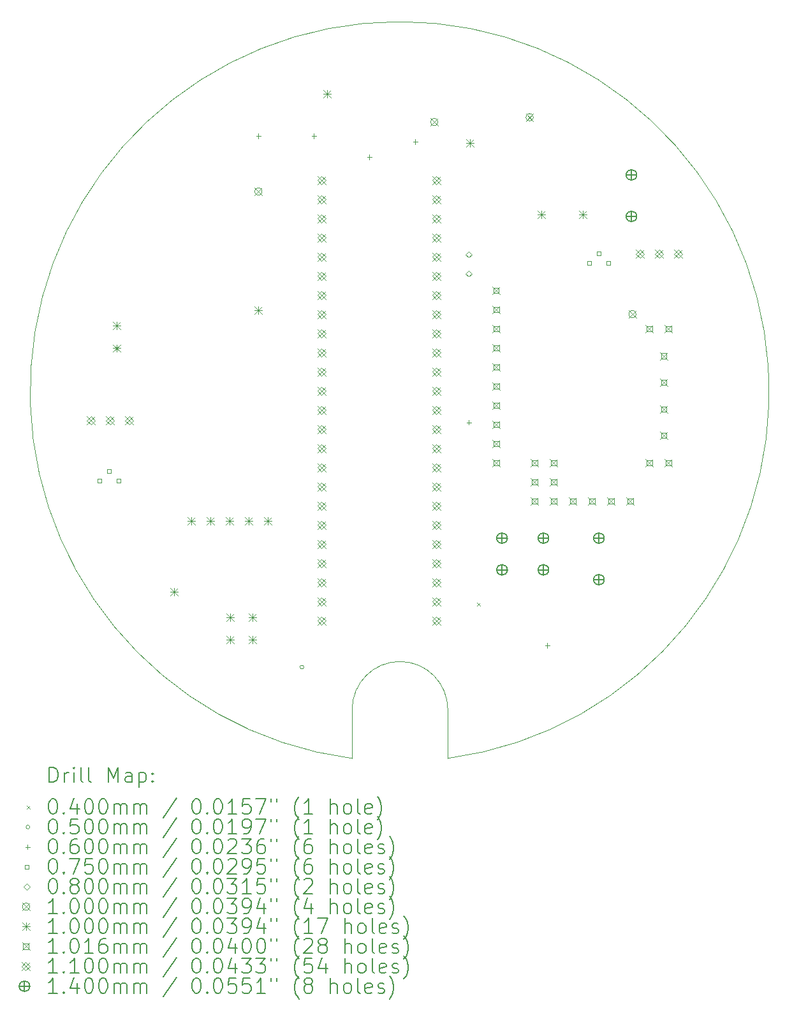
<source format=gbr>
%TF.GenerationSoftware,KiCad,Pcbnew,7.0.6*%
%TF.CreationDate,2024-04-16T16:57:38+10:00*%
%TF.ProjectId,Rocketry_Payload_Main_DDR_Spec_V2,526f636b-6574-4727-995f-5061796c6f61,rev?*%
%TF.SameCoordinates,Original*%
%TF.FileFunction,Drillmap*%
%TF.FilePolarity,Positive*%
%FSLAX45Y45*%
G04 Gerber Fmt 4.5, Leading zero omitted, Abs format (unit mm)*
G04 Created by KiCad (PCBNEW 7.0.6) date 2024-04-16 16:57:38*
%MOMM*%
%LPD*%
G01*
G04 APERTURE LIST*
%ADD10C,0.100000*%
%ADD11C,0.200000*%
%ADD12C,0.040000*%
%ADD13C,0.050000*%
%ADD14C,0.060000*%
%ADD15C,0.075000*%
%ADD16C,0.080000*%
%ADD17C,0.101600*%
%ADD18C,0.110000*%
%ADD19C,0.140000*%
G04 APERTURE END LIST*
D10*
X15468447Y-14172035D02*
X15468423Y-13522017D01*
X14198600Y-14173200D02*
X14198600Y-13523200D01*
X15468424Y-13522017D02*
G75*
G03*
X14198600Y-13523200I-634912J-592D01*
G01*
X15468447Y-14172035D02*
G75*
G03*
X14198600Y-14173200I-639386J4863885D01*
G01*
D11*
D12*
X15855000Y-12108500D02*
X15895000Y-12148500D01*
X15895000Y-12108500D02*
X15855000Y-12148500D01*
D13*
X13555500Y-12961700D02*
G75*
G03*
X13555500Y-12961700I-25000J0D01*
G01*
D14*
X12954000Y-5888200D02*
X12954000Y-5948200D01*
X12924000Y-5918200D02*
X12984000Y-5918200D01*
X13690600Y-5888200D02*
X13690600Y-5948200D01*
X13660600Y-5918200D02*
X13720600Y-5918200D01*
X14427200Y-6167600D02*
X14427200Y-6227600D01*
X14397200Y-6197600D02*
X14457200Y-6197600D01*
X15036800Y-5964400D02*
X15036800Y-6024400D01*
X15006800Y-5994400D02*
X15066800Y-5994400D01*
X15748000Y-9685500D02*
X15748000Y-9745500D01*
X15718000Y-9715500D02*
X15778000Y-9715500D01*
X16789400Y-12644600D02*
X16789400Y-12704600D01*
X16759400Y-12674600D02*
X16819400Y-12674600D01*
D15*
X10872317Y-10516717D02*
X10872317Y-10463683D01*
X10819283Y-10463683D01*
X10819283Y-10516717D01*
X10872317Y-10516717D01*
X10999317Y-10389717D02*
X10999317Y-10336683D01*
X10946283Y-10336683D01*
X10946283Y-10389717D01*
X10999317Y-10389717D01*
X11126317Y-10516717D02*
X11126317Y-10463683D01*
X11073283Y-10463683D01*
X11073283Y-10516717D01*
X11126317Y-10516717D01*
X17374717Y-7631717D02*
X17374717Y-7578683D01*
X17321683Y-7578683D01*
X17321683Y-7631717D01*
X17374717Y-7631717D01*
X17501717Y-7504717D02*
X17501717Y-7451683D01*
X17448683Y-7451683D01*
X17448683Y-7504717D01*
X17501717Y-7504717D01*
X17628717Y-7631717D02*
X17628717Y-7578683D01*
X17575683Y-7578683D01*
X17575683Y-7631717D01*
X17628717Y-7631717D01*
D16*
X15748000Y-7531000D02*
X15788000Y-7491000D01*
X15748000Y-7451000D01*
X15708000Y-7491000D01*
X15748000Y-7531000D01*
X15748000Y-7785000D02*
X15788000Y-7745000D01*
X15748000Y-7705000D01*
X15708000Y-7745000D01*
X15748000Y-7785000D01*
D10*
X12904000Y-6604800D02*
X13004000Y-6704800D01*
X13004000Y-6604800D02*
X12904000Y-6704800D01*
X13004000Y-6654800D02*
G75*
G03*
X13004000Y-6654800I-50000J0D01*
G01*
X15238260Y-5682780D02*
X15338260Y-5782780D01*
X15338260Y-5682780D02*
X15238260Y-5782780D01*
X15338260Y-5732780D02*
G75*
G03*
X15338260Y-5732780I-50000J0D01*
G01*
X16504250Y-5620750D02*
X16604250Y-5720750D01*
X16604250Y-5620750D02*
X16504250Y-5720750D01*
X16604250Y-5670750D02*
G75*
G03*
X16604250Y-5670750I-50000J0D01*
G01*
X17869700Y-8230400D02*
X17969700Y-8330400D01*
X17969700Y-8230400D02*
X17869700Y-8330400D01*
X17969700Y-8280400D02*
G75*
G03*
X17969700Y-8280400I-50000J0D01*
G01*
X11024400Y-8382800D02*
X11124400Y-8482800D01*
X11124400Y-8382800D02*
X11024400Y-8482800D01*
X11074400Y-8382800D02*
X11074400Y-8482800D01*
X11024400Y-8432800D02*
X11124400Y-8432800D01*
X11024400Y-8682800D02*
X11124400Y-8782800D01*
X11124400Y-8682800D02*
X11024400Y-8782800D01*
X11074400Y-8682800D02*
X11074400Y-8782800D01*
X11024400Y-8732800D02*
X11124400Y-8732800D01*
X11786400Y-11913400D02*
X11886400Y-12013400D01*
X11886400Y-11913400D02*
X11786400Y-12013400D01*
X11836400Y-11913400D02*
X11836400Y-12013400D01*
X11786400Y-11963400D02*
X11886400Y-11963400D01*
X12015000Y-10973600D02*
X12115000Y-11073600D01*
X12115000Y-10973600D02*
X12015000Y-11073600D01*
X12065000Y-10973600D02*
X12065000Y-11073600D01*
X12015000Y-11023600D02*
X12115000Y-11023600D01*
X12269000Y-10973600D02*
X12369000Y-11073600D01*
X12369000Y-10973600D02*
X12269000Y-11073600D01*
X12319000Y-10973600D02*
X12319000Y-11073600D01*
X12269000Y-11023600D02*
X12369000Y-11023600D01*
X12523000Y-10973600D02*
X12623000Y-11073600D01*
X12623000Y-10973600D02*
X12523000Y-11073600D01*
X12573000Y-10973600D02*
X12573000Y-11073600D01*
X12523000Y-11023600D02*
X12623000Y-11023600D01*
X12527800Y-12251500D02*
X12627800Y-12351500D01*
X12627800Y-12251500D02*
X12527800Y-12351500D01*
X12577800Y-12251500D02*
X12577800Y-12351500D01*
X12527800Y-12301500D02*
X12627800Y-12301500D01*
X12527800Y-12551500D02*
X12627800Y-12651500D01*
X12627800Y-12551500D02*
X12527800Y-12651500D01*
X12577800Y-12551500D02*
X12577800Y-12651500D01*
X12527800Y-12601500D02*
X12627800Y-12601500D01*
X12777000Y-10973600D02*
X12877000Y-11073600D01*
X12877000Y-10973600D02*
X12777000Y-11073600D01*
X12827000Y-10973600D02*
X12827000Y-11073600D01*
X12777000Y-11023600D02*
X12877000Y-11023600D01*
X12827800Y-12251500D02*
X12927800Y-12351500D01*
X12927800Y-12251500D02*
X12827800Y-12351500D01*
X12877800Y-12251500D02*
X12877800Y-12351500D01*
X12827800Y-12301500D02*
X12927800Y-12301500D01*
X12827800Y-12551500D02*
X12927800Y-12651500D01*
X12927800Y-12551500D02*
X12827800Y-12651500D01*
X12877800Y-12551500D02*
X12877800Y-12651500D01*
X12827800Y-12601500D02*
X12927800Y-12601500D01*
X12904000Y-8179600D02*
X13004000Y-8279600D01*
X13004000Y-8179600D02*
X12904000Y-8279600D01*
X12954000Y-8179600D02*
X12954000Y-8279600D01*
X12904000Y-8229600D02*
X13004000Y-8229600D01*
X13031000Y-10973600D02*
X13131000Y-11073600D01*
X13131000Y-10973600D02*
X13031000Y-11073600D01*
X13081000Y-10973600D02*
X13081000Y-11073600D01*
X13031000Y-11023600D02*
X13131000Y-11023600D01*
X13818400Y-5309400D02*
X13918400Y-5409400D01*
X13918400Y-5309400D02*
X13818400Y-5409400D01*
X13868400Y-5309400D02*
X13868400Y-5409400D01*
X13818400Y-5359400D02*
X13918400Y-5359400D01*
X15713240Y-5959640D02*
X15813240Y-6059640D01*
X15813240Y-5959640D02*
X15713240Y-6059640D01*
X15763240Y-5959640D02*
X15763240Y-6059640D01*
X15713240Y-6009640D02*
X15813240Y-6009640D01*
X16663200Y-6909600D02*
X16763200Y-7009600D01*
X16763200Y-6909600D02*
X16663200Y-7009600D01*
X16713200Y-6909600D02*
X16713200Y-7009600D01*
X16663200Y-6959600D02*
X16763200Y-6959600D01*
X17209300Y-6909600D02*
X17309300Y-7009600D01*
X17309300Y-6909600D02*
X17209300Y-7009600D01*
X17259300Y-6909600D02*
X17259300Y-7009600D01*
X17209300Y-6959600D02*
X17309300Y-6959600D01*
D17*
X16060800Y-7914800D02*
X16162400Y-8016400D01*
X16162400Y-7914800D02*
X16060800Y-8016400D01*
X16147521Y-8001521D02*
X16147521Y-7929679D01*
X16075679Y-7929679D01*
X16075679Y-8001521D01*
X16147521Y-8001521D01*
X16062800Y-8168800D02*
X16164400Y-8270400D01*
X16164400Y-8168800D02*
X16062800Y-8270400D01*
X16149521Y-8255521D02*
X16149521Y-8183679D01*
X16077679Y-8183679D01*
X16077679Y-8255521D01*
X16149521Y-8255521D01*
X16062800Y-8422800D02*
X16164400Y-8524400D01*
X16164400Y-8422800D02*
X16062800Y-8524400D01*
X16149521Y-8509521D02*
X16149521Y-8437679D01*
X16077679Y-8437679D01*
X16077679Y-8509521D01*
X16149521Y-8509521D01*
X16062800Y-8676800D02*
X16164400Y-8778400D01*
X16164400Y-8676800D02*
X16062800Y-8778400D01*
X16149521Y-8763521D02*
X16149521Y-8691679D01*
X16077679Y-8691679D01*
X16077679Y-8763521D01*
X16149521Y-8763521D01*
X16062800Y-8930800D02*
X16164400Y-9032400D01*
X16164400Y-8930800D02*
X16062800Y-9032400D01*
X16149521Y-9017521D02*
X16149521Y-8945679D01*
X16077679Y-8945679D01*
X16077679Y-9017521D01*
X16149521Y-9017521D01*
X16062800Y-9184800D02*
X16164400Y-9286400D01*
X16164400Y-9184800D02*
X16062800Y-9286400D01*
X16149521Y-9271521D02*
X16149521Y-9199679D01*
X16077679Y-9199679D01*
X16077679Y-9271521D01*
X16149521Y-9271521D01*
X16062800Y-9438800D02*
X16164400Y-9540400D01*
X16164400Y-9438800D02*
X16062800Y-9540400D01*
X16149521Y-9525521D02*
X16149521Y-9453679D01*
X16077679Y-9453679D01*
X16077679Y-9525521D01*
X16149521Y-9525521D01*
X16062800Y-9692800D02*
X16164400Y-9794400D01*
X16164400Y-9692800D02*
X16062800Y-9794400D01*
X16149521Y-9779521D02*
X16149521Y-9707679D01*
X16077679Y-9707679D01*
X16077679Y-9779521D01*
X16149521Y-9779521D01*
X16062800Y-9946800D02*
X16164400Y-10048400D01*
X16164400Y-9946800D02*
X16062800Y-10048400D01*
X16149521Y-10033521D02*
X16149521Y-9961679D01*
X16077679Y-9961679D01*
X16077679Y-10033521D01*
X16149521Y-10033521D01*
X16062800Y-10200800D02*
X16164400Y-10302400D01*
X16164400Y-10200800D02*
X16062800Y-10302400D01*
X16149521Y-10287521D02*
X16149521Y-10215679D01*
X16077679Y-10215679D01*
X16077679Y-10287521D01*
X16149521Y-10287521D01*
X16570800Y-10200800D02*
X16672400Y-10302400D01*
X16672400Y-10200800D02*
X16570800Y-10302400D01*
X16657521Y-10287521D02*
X16657521Y-10215679D01*
X16585679Y-10215679D01*
X16585679Y-10287521D01*
X16657521Y-10287521D01*
X16570800Y-10454800D02*
X16672400Y-10556400D01*
X16672400Y-10454800D02*
X16570800Y-10556400D01*
X16657521Y-10541521D02*
X16657521Y-10469679D01*
X16585679Y-10469679D01*
X16585679Y-10541521D01*
X16657521Y-10541521D01*
X16570800Y-10708800D02*
X16672400Y-10810400D01*
X16672400Y-10708800D02*
X16570800Y-10810400D01*
X16657521Y-10795521D02*
X16657521Y-10723679D01*
X16585679Y-10723679D01*
X16585679Y-10795521D01*
X16657521Y-10795521D01*
X16824800Y-10200800D02*
X16926400Y-10302400D01*
X16926400Y-10200800D02*
X16824800Y-10302400D01*
X16911521Y-10287521D02*
X16911521Y-10215679D01*
X16839679Y-10215679D01*
X16839679Y-10287521D01*
X16911521Y-10287521D01*
X16824800Y-10454800D02*
X16926400Y-10556400D01*
X16926400Y-10454800D02*
X16824800Y-10556400D01*
X16911521Y-10541521D02*
X16911521Y-10469679D01*
X16839679Y-10469679D01*
X16839679Y-10541521D01*
X16911521Y-10541521D01*
X16824800Y-10708800D02*
X16926400Y-10810400D01*
X16926400Y-10708800D02*
X16824800Y-10810400D01*
X16911521Y-10795521D02*
X16911521Y-10723679D01*
X16839679Y-10723679D01*
X16839679Y-10795521D01*
X16911521Y-10795521D01*
X17078800Y-10708800D02*
X17180400Y-10810400D01*
X17180400Y-10708800D02*
X17078800Y-10810400D01*
X17165521Y-10795521D02*
X17165521Y-10723679D01*
X17093679Y-10723679D01*
X17093679Y-10795521D01*
X17165521Y-10795521D01*
X17332800Y-10708800D02*
X17434400Y-10810400D01*
X17434400Y-10708800D02*
X17332800Y-10810400D01*
X17419521Y-10795521D02*
X17419521Y-10723679D01*
X17347679Y-10723679D01*
X17347679Y-10795521D01*
X17419521Y-10795521D01*
X17586800Y-10708800D02*
X17688400Y-10810400D01*
X17688400Y-10708800D02*
X17586800Y-10810400D01*
X17673521Y-10795521D02*
X17673521Y-10723679D01*
X17601679Y-10723679D01*
X17601679Y-10795521D01*
X17673521Y-10795521D01*
X17840800Y-10708800D02*
X17942400Y-10810400D01*
X17942400Y-10708800D02*
X17840800Y-10810400D01*
X17927521Y-10795521D02*
X17927521Y-10723679D01*
X17855679Y-10723679D01*
X17855679Y-10795521D01*
X17927521Y-10795521D01*
X18094800Y-8422800D02*
X18196400Y-8524400D01*
X18196400Y-8422800D02*
X18094800Y-8524400D01*
X18181521Y-8509521D02*
X18181521Y-8437679D01*
X18109679Y-8437679D01*
X18109679Y-8509521D01*
X18181521Y-8509521D01*
X18094800Y-10200800D02*
X18196400Y-10302400D01*
X18196400Y-10200800D02*
X18094800Y-10302400D01*
X18181521Y-10287521D02*
X18181521Y-10215679D01*
X18109679Y-10215679D01*
X18109679Y-10287521D01*
X18181521Y-10287521D01*
X18285300Y-8786020D02*
X18386900Y-8887620D01*
X18386900Y-8786020D02*
X18285300Y-8887620D01*
X18372021Y-8872741D02*
X18372021Y-8800899D01*
X18300179Y-8800899D01*
X18300179Y-8872741D01*
X18372021Y-8872741D01*
X18285300Y-9136540D02*
X18386900Y-9238140D01*
X18386900Y-9136540D02*
X18285300Y-9238140D01*
X18372021Y-9223261D02*
X18372021Y-9151419D01*
X18300179Y-9151419D01*
X18300179Y-9223261D01*
X18372021Y-9223261D01*
X18285300Y-9489600D02*
X18386900Y-9591200D01*
X18386900Y-9489600D02*
X18285300Y-9591200D01*
X18372021Y-9576321D02*
X18372021Y-9504479D01*
X18300179Y-9504479D01*
X18300179Y-9576321D01*
X18372021Y-9576321D01*
X18285300Y-9837580D02*
X18386900Y-9939180D01*
X18386900Y-9837580D02*
X18285300Y-9939180D01*
X18372021Y-9924301D02*
X18372021Y-9852459D01*
X18300179Y-9852459D01*
X18300179Y-9924301D01*
X18372021Y-9924301D01*
X18348800Y-8422800D02*
X18450400Y-8524400D01*
X18450400Y-8422800D02*
X18348800Y-8524400D01*
X18435521Y-8509521D02*
X18435521Y-8437679D01*
X18363679Y-8437679D01*
X18363679Y-8509521D01*
X18435521Y-8509521D01*
X18348800Y-10200800D02*
X18450400Y-10302400D01*
X18450400Y-10200800D02*
X18348800Y-10302400D01*
X18435521Y-10287521D02*
X18435521Y-10215679D01*
X18363679Y-10215679D01*
X18363679Y-10287521D01*
X18435521Y-10287521D01*
D18*
X10676500Y-9635100D02*
X10786500Y-9745100D01*
X10786500Y-9635100D02*
X10676500Y-9745100D01*
X10731500Y-9745100D02*
X10786500Y-9690100D01*
X10731500Y-9635100D01*
X10676500Y-9690100D01*
X10731500Y-9745100D01*
X10930500Y-9635100D02*
X11040500Y-9745100D01*
X11040500Y-9635100D02*
X10930500Y-9745100D01*
X10985500Y-9745100D02*
X11040500Y-9690100D01*
X10985500Y-9635100D01*
X10930500Y-9690100D01*
X10985500Y-9745100D01*
X11184500Y-9635100D02*
X11294500Y-9745100D01*
X11294500Y-9635100D02*
X11184500Y-9745100D01*
X11239500Y-9745100D02*
X11294500Y-9690100D01*
X11239500Y-9635100D01*
X11184500Y-9690100D01*
X11239500Y-9745100D01*
X13737200Y-6447400D02*
X13847200Y-6557400D01*
X13847200Y-6447400D02*
X13737200Y-6557400D01*
X13792200Y-6557400D02*
X13847200Y-6502400D01*
X13792200Y-6447400D01*
X13737200Y-6502400D01*
X13792200Y-6557400D01*
X13737200Y-6701400D02*
X13847200Y-6811400D01*
X13847200Y-6701400D02*
X13737200Y-6811400D01*
X13792200Y-6811400D02*
X13847200Y-6756400D01*
X13792200Y-6701400D01*
X13737200Y-6756400D01*
X13792200Y-6811400D01*
X13737200Y-6955400D02*
X13847200Y-7065400D01*
X13847200Y-6955400D02*
X13737200Y-7065400D01*
X13792200Y-7065400D02*
X13847200Y-7010400D01*
X13792200Y-6955400D01*
X13737200Y-7010400D01*
X13792200Y-7065400D01*
X13737200Y-7209400D02*
X13847200Y-7319400D01*
X13847200Y-7209400D02*
X13737200Y-7319400D01*
X13792200Y-7319400D02*
X13847200Y-7264400D01*
X13792200Y-7209400D01*
X13737200Y-7264400D01*
X13792200Y-7319400D01*
X13737200Y-7463400D02*
X13847200Y-7573400D01*
X13847200Y-7463400D02*
X13737200Y-7573400D01*
X13792200Y-7573400D02*
X13847200Y-7518400D01*
X13792200Y-7463400D01*
X13737200Y-7518400D01*
X13792200Y-7573400D01*
X13737200Y-7717400D02*
X13847200Y-7827400D01*
X13847200Y-7717400D02*
X13737200Y-7827400D01*
X13792200Y-7827400D02*
X13847200Y-7772400D01*
X13792200Y-7717400D01*
X13737200Y-7772400D01*
X13792200Y-7827400D01*
X13737200Y-7971400D02*
X13847200Y-8081400D01*
X13847200Y-7971400D02*
X13737200Y-8081400D01*
X13792200Y-8081400D02*
X13847200Y-8026400D01*
X13792200Y-7971400D01*
X13737200Y-8026400D01*
X13792200Y-8081400D01*
X13737200Y-8225400D02*
X13847200Y-8335400D01*
X13847200Y-8225400D02*
X13737200Y-8335400D01*
X13792200Y-8335400D02*
X13847200Y-8280400D01*
X13792200Y-8225400D01*
X13737200Y-8280400D01*
X13792200Y-8335400D01*
X13737200Y-8479400D02*
X13847200Y-8589400D01*
X13847200Y-8479400D02*
X13737200Y-8589400D01*
X13792200Y-8589400D02*
X13847200Y-8534400D01*
X13792200Y-8479400D01*
X13737200Y-8534400D01*
X13792200Y-8589400D01*
X13737200Y-8733400D02*
X13847200Y-8843400D01*
X13847200Y-8733400D02*
X13737200Y-8843400D01*
X13792200Y-8843400D02*
X13847200Y-8788400D01*
X13792200Y-8733400D01*
X13737200Y-8788400D01*
X13792200Y-8843400D01*
X13737200Y-8987400D02*
X13847200Y-9097400D01*
X13847200Y-8987400D02*
X13737200Y-9097400D01*
X13792200Y-9097400D02*
X13847200Y-9042400D01*
X13792200Y-8987400D01*
X13737200Y-9042400D01*
X13792200Y-9097400D01*
X13737200Y-9241400D02*
X13847200Y-9351400D01*
X13847200Y-9241400D02*
X13737200Y-9351400D01*
X13792200Y-9351400D02*
X13847200Y-9296400D01*
X13792200Y-9241400D01*
X13737200Y-9296400D01*
X13792200Y-9351400D01*
X13737200Y-9495400D02*
X13847200Y-9605400D01*
X13847200Y-9495400D02*
X13737200Y-9605400D01*
X13792200Y-9605400D02*
X13847200Y-9550400D01*
X13792200Y-9495400D01*
X13737200Y-9550400D01*
X13792200Y-9605400D01*
X13737200Y-9749400D02*
X13847200Y-9859400D01*
X13847200Y-9749400D02*
X13737200Y-9859400D01*
X13792200Y-9859400D02*
X13847200Y-9804400D01*
X13792200Y-9749400D01*
X13737200Y-9804400D01*
X13792200Y-9859400D01*
X13737200Y-10003400D02*
X13847200Y-10113400D01*
X13847200Y-10003400D02*
X13737200Y-10113400D01*
X13792200Y-10113400D02*
X13847200Y-10058400D01*
X13792200Y-10003400D01*
X13737200Y-10058400D01*
X13792200Y-10113400D01*
X13737200Y-10257400D02*
X13847200Y-10367400D01*
X13847200Y-10257400D02*
X13737200Y-10367400D01*
X13792200Y-10367400D02*
X13847200Y-10312400D01*
X13792200Y-10257400D01*
X13737200Y-10312400D01*
X13792200Y-10367400D01*
X13737200Y-10511400D02*
X13847200Y-10621400D01*
X13847200Y-10511400D02*
X13737200Y-10621400D01*
X13792200Y-10621400D02*
X13847200Y-10566400D01*
X13792200Y-10511400D01*
X13737200Y-10566400D01*
X13792200Y-10621400D01*
X13737200Y-10765400D02*
X13847200Y-10875400D01*
X13847200Y-10765400D02*
X13737200Y-10875400D01*
X13792200Y-10875400D02*
X13847200Y-10820400D01*
X13792200Y-10765400D01*
X13737200Y-10820400D01*
X13792200Y-10875400D01*
X13737200Y-11019400D02*
X13847200Y-11129400D01*
X13847200Y-11019400D02*
X13737200Y-11129400D01*
X13792200Y-11129400D02*
X13847200Y-11074400D01*
X13792200Y-11019400D01*
X13737200Y-11074400D01*
X13792200Y-11129400D01*
X13737200Y-11273400D02*
X13847200Y-11383400D01*
X13847200Y-11273400D02*
X13737200Y-11383400D01*
X13792200Y-11383400D02*
X13847200Y-11328400D01*
X13792200Y-11273400D01*
X13737200Y-11328400D01*
X13792200Y-11383400D01*
X13737200Y-11527400D02*
X13847200Y-11637400D01*
X13847200Y-11527400D02*
X13737200Y-11637400D01*
X13792200Y-11637400D02*
X13847200Y-11582400D01*
X13792200Y-11527400D01*
X13737200Y-11582400D01*
X13792200Y-11637400D01*
X13737200Y-11781400D02*
X13847200Y-11891400D01*
X13847200Y-11781400D02*
X13737200Y-11891400D01*
X13792200Y-11891400D02*
X13847200Y-11836400D01*
X13792200Y-11781400D01*
X13737200Y-11836400D01*
X13792200Y-11891400D01*
X13737200Y-12035400D02*
X13847200Y-12145400D01*
X13847200Y-12035400D02*
X13737200Y-12145400D01*
X13792200Y-12145400D02*
X13847200Y-12090400D01*
X13792200Y-12035400D01*
X13737200Y-12090400D01*
X13792200Y-12145400D01*
X13737200Y-12289400D02*
X13847200Y-12399400D01*
X13847200Y-12289400D02*
X13737200Y-12399400D01*
X13792200Y-12399400D02*
X13847200Y-12344400D01*
X13792200Y-12289400D01*
X13737200Y-12344400D01*
X13792200Y-12399400D01*
X15261200Y-6447400D02*
X15371200Y-6557400D01*
X15371200Y-6447400D02*
X15261200Y-6557400D01*
X15316200Y-6557400D02*
X15371200Y-6502400D01*
X15316200Y-6447400D01*
X15261200Y-6502400D01*
X15316200Y-6557400D01*
X15261200Y-6701400D02*
X15371200Y-6811400D01*
X15371200Y-6701400D02*
X15261200Y-6811400D01*
X15316200Y-6811400D02*
X15371200Y-6756400D01*
X15316200Y-6701400D01*
X15261200Y-6756400D01*
X15316200Y-6811400D01*
X15261200Y-6955400D02*
X15371200Y-7065400D01*
X15371200Y-6955400D02*
X15261200Y-7065400D01*
X15316200Y-7065400D02*
X15371200Y-7010400D01*
X15316200Y-6955400D01*
X15261200Y-7010400D01*
X15316200Y-7065400D01*
X15261200Y-7209400D02*
X15371200Y-7319400D01*
X15371200Y-7209400D02*
X15261200Y-7319400D01*
X15316200Y-7319400D02*
X15371200Y-7264400D01*
X15316200Y-7209400D01*
X15261200Y-7264400D01*
X15316200Y-7319400D01*
X15261200Y-7463400D02*
X15371200Y-7573400D01*
X15371200Y-7463400D02*
X15261200Y-7573400D01*
X15316200Y-7573400D02*
X15371200Y-7518400D01*
X15316200Y-7463400D01*
X15261200Y-7518400D01*
X15316200Y-7573400D01*
X15261200Y-7717400D02*
X15371200Y-7827400D01*
X15371200Y-7717400D02*
X15261200Y-7827400D01*
X15316200Y-7827400D02*
X15371200Y-7772400D01*
X15316200Y-7717400D01*
X15261200Y-7772400D01*
X15316200Y-7827400D01*
X15261200Y-7971400D02*
X15371200Y-8081400D01*
X15371200Y-7971400D02*
X15261200Y-8081400D01*
X15316200Y-8081400D02*
X15371200Y-8026400D01*
X15316200Y-7971400D01*
X15261200Y-8026400D01*
X15316200Y-8081400D01*
X15261200Y-8225400D02*
X15371200Y-8335400D01*
X15371200Y-8225400D02*
X15261200Y-8335400D01*
X15316200Y-8335400D02*
X15371200Y-8280400D01*
X15316200Y-8225400D01*
X15261200Y-8280400D01*
X15316200Y-8335400D01*
X15261200Y-8479400D02*
X15371200Y-8589400D01*
X15371200Y-8479400D02*
X15261200Y-8589400D01*
X15316200Y-8589400D02*
X15371200Y-8534400D01*
X15316200Y-8479400D01*
X15261200Y-8534400D01*
X15316200Y-8589400D01*
X15261200Y-8733400D02*
X15371200Y-8843400D01*
X15371200Y-8733400D02*
X15261200Y-8843400D01*
X15316200Y-8843400D02*
X15371200Y-8788400D01*
X15316200Y-8733400D01*
X15261200Y-8788400D01*
X15316200Y-8843400D01*
X15261200Y-8987400D02*
X15371200Y-9097400D01*
X15371200Y-8987400D02*
X15261200Y-9097400D01*
X15316200Y-9097400D02*
X15371200Y-9042400D01*
X15316200Y-8987400D01*
X15261200Y-9042400D01*
X15316200Y-9097400D01*
X15261200Y-9241400D02*
X15371200Y-9351400D01*
X15371200Y-9241400D02*
X15261200Y-9351400D01*
X15316200Y-9351400D02*
X15371200Y-9296400D01*
X15316200Y-9241400D01*
X15261200Y-9296400D01*
X15316200Y-9351400D01*
X15261200Y-9495400D02*
X15371200Y-9605400D01*
X15371200Y-9495400D02*
X15261200Y-9605400D01*
X15316200Y-9605400D02*
X15371200Y-9550400D01*
X15316200Y-9495400D01*
X15261200Y-9550400D01*
X15316200Y-9605400D01*
X15261200Y-9749400D02*
X15371200Y-9859400D01*
X15371200Y-9749400D02*
X15261200Y-9859400D01*
X15316200Y-9859400D02*
X15371200Y-9804400D01*
X15316200Y-9749400D01*
X15261200Y-9804400D01*
X15316200Y-9859400D01*
X15261200Y-10003400D02*
X15371200Y-10113400D01*
X15371200Y-10003400D02*
X15261200Y-10113400D01*
X15316200Y-10113400D02*
X15371200Y-10058400D01*
X15316200Y-10003400D01*
X15261200Y-10058400D01*
X15316200Y-10113400D01*
X15261200Y-10257400D02*
X15371200Y-10367400D01*
X15371200Y-10257400D02*
X15261200Y-10367400D01*
X15316200Y-10367400D02*
X15371200Y-10312400D01*
X15316200Y-10257400D01*
X15261200Y-10312400D01*
X15316200Y-10367400D01*
X15261200Y-10511400D02*
X15371200Y-10621400D01*
X15371200Y-10511400D02*
X15261200Y-10621400D01*
X15316200Y-10621400D02*
X15371200Y-10566400D01*
X15316200Y-10511400D01*
X15261200Y-10566400D01*
X15316200Y-10621400D01*
X15261200Y-10765400D02*
X15371200Y-10875400D01*
X15371200Y-10765400D02*
X15261200Y-10875400D01*
X15316200Y-10875400D02*
X15371200Y-10820400D01*
X15316200Y-10765400D01*
X15261200Y-10820400D01*
X15316200Y-10875400D01*
X15261200Y-11019400D02*
X15371200Y-11129400D01*
X15371200Y-11019400D02*
X15261200Y-11129400D01*
X15316200Y-11129400D02*
X15371200Y-11074400D01*
X15316200Y-11019400D01*
X15261200Y-11074400D01*
X15316200Y-11129400D01*
X15261200Y-11273400D02*
X15371200Y-11383400D01*
X15371200Y-11273400D02*
X15261200Y-11383400D01*
X15316200Y-11383400D02*
X15371200Y-11328400D01*
X15316200Y-11273400D01*
X15261200Y-11328400D01*
X15316200Y-11383400D01*
X15261200Y-11527400D02*
X15371200Y-11637400D01*
X15371200Y-11527400D02*
X15261200Y-11637400D01*
X15316200Y-11637400D02*
X15371200Y-11582400D01*
X15316200Y-11527400D01*
X15261200Y-11582400D01*
X15316200Y-11637400D01*
X15261200Y-11781400D02*
X15371200Y-11891400D01*
X15371200Y-11781400D02*
X15261200Y-11891400D01*
X15316200Y-11891400D02*
X15371200Y-11836400D01*
X15316200Y-11781400D01*
X15261200Y-11836400D01*
X15316200Y-11891400D01*
X15261200Y-12035400D02*
X15371200Y-12145400D01*
X15371200Y-12035400D02*
X15261200Y-12145400D01*
X15316200Y-12145400D02*
X15371200Y-12090400D01*
X15316200Y-12035400D01*
X15261200Y-12090400D01*
X15316200Y-12145400D01*
X15261200Y-12289400D02*
X15371200Y-12399400D01*
X15371200Y-12289400D02*
X15261200Y-12399400D01*
X15316200Y-12399400D02*
X15371200Y-12344400D01*
X15316200Y-12289400D01*
X15261200Y-12344400D01*
X15316200Y-12399400D01*
X17966300Y-7425300D02*
X18076300Y-7535300D01*
X18076300Y-7425300D02*
X17966300Y-7535300D01*
X18021300Y-7535300D02*
X18076300Y-7480300D01*
X18021300Y-7425300D01*
X17966300Y-7480300D01*
X18021300Y-7535300D01*
X18220300Y-7425300D02*
X18330300Y-7535300D01*
X18330300Y-7425300D02*
X18220300Y-7535300D01*
X18275300Y-7535300D02*
X18330300Y-7480300D01*
X18275300Y-7425300D01*
X18220300Y-7480300D01*
X18275300Y-7535300D01*
X18474300Y-7425300D02*
X18584300Y-7535300D01*
X18584300Y-7425300D02*
X18474300Y-7535300D01*
X18529300Y-7535300D02*
X18584300Y-7480300D01*
X18529300Y-7425300D01*
X18474300Y-7480300D01*
X18529300Y-7535300D01*
D19*
X16188600Y-11182200D02*
X16188600Y-11322200D01*
X16118600Y-11252200D02*
X16258600Y-11252200D01*
X16258600Y-11252200D02*
G75*
G03*
X16258600Y-11252200I-70000J0D01*
G01*
X16188600Y-11602200D02*
X16188600Y-11742200D01*
X16118600Y-11672200D02*
X16258600Y-11672200D01*
X16258600Y-11672200D02*
G75*
G03*
X16258600Y-11672200I-70000J0D01*
G01*
X16738600Y-11182200D02*
X16738600Y-11322200D01*
X16668600Y-11252200D02*
X16808600Y-11252200D01*
X16808600Y-11252200D02*
G75*
G03*
X16808600Y-11252200I-70000J0D01*
G01*
X16738600Y-11602200D02*
X16738600Y-11742200D01*
X16668600Y-11672200D02*
X16808600Y-11672200D01*
X16808600Y-11672200D02*
G75*
G03*
X16808600Y-11672200I-70000J0D01*
G01*
X17475200Y-11182200D02*
X17475200Y-11322200D01*
X17405200Y-11252200D02*
X17545200Y-11252200D01*
X17545200Y-11252200D02*
G75*
G03*
X17545200Y-11252200I-70000J0D01*
G01*
X17475200Y-11732200D02*
X17475200Y-11872200D01*
X17405200Y-11802200D02*
X17545200Y-11802200D01*
X17545200Y-11802200D02*
G75*
G03*
X17545200Y-11802200I-70000J0D01*
G01*
X17907000Y-6365000D02*
X17907000Y-6505000D01*
X17837000Y-6435000D02*
X17977000Y-6435000D01*
X17977000Y-6435000D02*
G75*
G03*
X17977000Y-6435000I-70000J0D01*
G01*
X17907000Y-6915000D02*
X17907000Y-7055000D01*
X17837000Y-6985000D02*
X17977000Y-6985000D01*
X17977000Y-6985000D02*
G75*
G03*
X17977000Y-6985000I-70000J0D01*
G01*
D11*
X10179107Y-14489684D02*
X10179107Y-14289684D01*
X10179107Y-14289684D02*
X10226726Y-14289684D01*
X10226726Y-14289684D02*
X10255298Y-14299207D01*
X10255298Y-14299207D02*
X10274345Y-14318255D01*
X10274345Y-14318255D02*
X10283869Y-14337303D01*
X10283869Y-14337303D02*
X10293393Y-14375398D01*
X10293393Y-14375398D02*
X10293393Y-14403969D01*
X10293393Y-14403969D02*
X10283869Y-14442065D01*
X10283869Y-14442065D02*
X10274345Y-14461112D01*
X10274345Y-14461112D02*
X10255298Y-14480160D01*
X10255298Y-14480160D02*
X10226726Y-14489684D01*
X10226726Y-14489684D02*
X10179107Y-14489684D01*
X10379107Y-14489684D02*
X10379107Y-14356350D01*
X10379107Y-14394446D02*
X10388631Y-14375398D01*
X10388631Y-14375398D02*
X10398155Y-14365874D01*
X10398155Y-14365874D02*
X10417202Y-14356350D01*
X10417202Y-14356350D02*
X10436250Y-14356350D01*
X10502917Y-14489684D02*
X10502917Y-14356350D01*
X10502917Y-14289684D02*
X10493393Y-14299207D01*
X10493393Y-14299207D02*
X10502917Y-14308731D01*
X10502917Y-14308731D02*
X10512440Y-14299207D01*
X10512440Y-14299207D02*
X10502917Y-14289684D01*
X10502917Y-14289684D02*
X10502917Y-14308731D01*
X10626726Y-14489684D02*
X10607678Y-14480160D01*
X10607678Y-14480160D02*
X10598155Y-14461112D01*
X10598155Y-14461112D02*
X10598155Y-14289684D01*
X10731488Y-14489684D02*
X10712440Y-14480160D01*
X10712440Y-14480160D02*
X10702917Y-14461112D01*
X10702917Y-14461112D02*
X10702917Y-14289684D01*
X10960059Y-14489684D02*
X10960059Y-14289684D01*
X10960059Y-14289684D02*
X11026726Y-14432541D01*
X11026726Y-14432541D02*
X11093393Y-14289684D01*
X11093393Y-14289684D02*
X11093393Y-14489684D01*
X11274345Y-14489684D02*
X11274345Y-14384922D01*
X11274345Y-14384922D02*
X11264821Y-14365874D01*
X11264821Y-14365874D02*
X11245774Y-14356350D01*
X11245774Y-14356350D02*
X11207678Y-14356350D01*
X11207678Y-14356350D02*
X11188631Y-14365874D01*
X11274345Y-14480160D02*
X11255297Y-14489684D01*
X11255297Y-14489684D02*
X11207678Y-14489684D01*
X11207678Y-14489684D02*
X11188631Y-14480160D01*
X11188631Y-14480160D02*
X11179107Y-14461112D01*
X11179107Y-14461112D02*
X11179107Y-14442065D01*
X11179107Y-14442065D02*
X11188631Y-14423017D01*
X11188631Y-14423017D02*
X11207678Y-14413493D01*
X11207678Y-14413493D02*
X11255297Y-14413493D01*
X11255297Y-14413493D02*
X11274345Y-14403969D01*
X11369583Y-14356350D02*
X11369583Y-14556350D01*
X11369583Y-14365874D02*
X11388631Y-14356350D01*
X11388631Y-14356350D02*
X11426726Y-14356350D01*
X11426726Y-14356350D02*
X11445774Y-14365874D01*
X11445774Y-14365874D02*
X11455297Y-14375398D01*
X11455297Y-14375398D02*
X11464821Y-14394446D01*
X11464821Y-14394446D02*
X11464821Y-14451588D01*
X11464821Y-14451588D02*
X11455297Y-14470636D01*
X11455297Y-14470636D02*
X11445774Y-14480160D01*
X11445774Y-14480160D02*
X11426726Y-14489684D01*
X11426726Y-14489684D02*
X11388631Y-14489684D01*
X11388631Y-14489684D02*
X11369583Y-14480160D01*
X11550536Y-14470636D02*
X11560059Y-14480160D01*
X11560059Y-14480160D02*
X11550536Y-14489684D01*
X11550536Y-14489684D02*
X11541012Y-14480160D01*
X11541012Y-14480160D02*
X11550536Y-14470636D01*
X11550536Y-14470636D02*
X11550536Y-14489684D01*
X11550536Y-14365874D02*
X11560059Y-14375398D01*
X11560059Y-14375398D02*
X11550536Y-14384922D01*
X11550536Y-14384922D02*
X11541012Y-14375398D01*
X11541012Y-14375398D02*
X11550536Y-14365874D01*
X11550536Y-14365874D02*
X11550536Y-14384922D01*
D12*
X9878330Y-14798200D02*
X9918330Y-14838200D01*
X9918330Y-14798200D02*
X9878330Y-14838200D01*
D11*
X10217202Y-14709684D02*
X10236250Y-14709684D01*
X10236250Y-14709684D02*
X10255298Y-14719207D01*
X10255298Y-14719207D02*
X10264821Y-14728731D01*
X10264821Y-14728731D02*
X10274345Y-14747779D01*
X10274345Y-14747779D02*
X10283869Y-14785874D01*
X10283869Y-14785874D02*
X10283869Y-14833493D01*
X10283869Y-14833493D02*
X10274345Y-14871588D01*
X10274345Y-14871588D02*
X10264821Y-14890636D01*
X10264821Y-14890636D02*
X10255298Y-14900160D01*
X10255298Y-14900160D02*
X10236250Y-14909684D01*
X10236250Y-14909684D02*
X10217202Y-14909684D01*
X10217202Y-14909684D02*
X10198155Y-14900160D01*
X10198155Y-14900160D02*
X10188631Y-14890636D01*
X10188631Y-14890636D02*
X10179107Y-14871588D01*
X10179107Y-14871588D02*
X10169583Y-14833493D01*
X10169583Y-14833493D02*
X10169583Y-14785874D01*
X10169583Y-14785874D02*
X10179107Y-14747779D01*
X10179107Y-14747779D02*
X10188631Y-14728731D01*
X10188631Y-14728731D02*
X10198155Y-14719207D01*
X10198155Y-14719207D02*
X10217202Y-14709684D01*
X10369583Y-14890636D02*
X10379107Y-14900160D01*
X10379107Y-14900160D02*
X10369583Y-14909684D01*
X10369583Y-14909684D02*
X10360059Y-14900160D01*
X10360059Y-14900160D02*
X10369583Y-14890636D01*
X10369583Y-14890636D02*
X10369583Y-14909684D01*
X10550536Y-14776350D02*
X10550536Y-14909684D01*
X10502917Y-14700160D02*
X10455298Y-14843017D01*
X10455298Y-14843017D02*
X10579107Y-14843017D01*
X10693393Y-14709684D02*
X10712440Y-14709684D01*
X10712440Y-14709684D02*
X10731488Y-14719207D01*
X10731488Y-14719207D02*
X10741012Y-14728731D01*
X10741012Y-14728731D02*
X10750536Y-14747779D01*
X10750536Y-14747779D02*
X10760059Y-14785874D01*
X10760059Y-14785874D02*
X10760059Y-14833493D01*
X10760059Y-14833493D02*
X10750536Y-14871588D01*
X10750536Y-14871588D02*
X10741012Y-14890636D01*
X10741012Y-14890636D02*
X10731488Y-14900160D01*
X10731488Y-14900160D02*
X10712440Y-14909684D01*
X10712440Y-14909684D02*
X10693393Y-14909684D01*
X10693393Y-14909684D02*
X10674345Y-14900160D01*
X10674345Y-14900160D02*
X10664821Y-14890636D01*
X10664821Y-14890636D02*
X10655298Y-14871588D01*
X10655298Y-14871588D02*
X10645774Y-14833493D01*
X10645774Y-14833493D02*
X10645774Y-14785874D01*
X10645774Y-14785874D02*
X10655298Y-14747779D01*
X10655298Y-14747779D02*
X10664821Y-14728731D01*
X10664821Y-14728731D02*
X10674345Y-14719207D01*
X10674345Y-14719207D02*
X10693393Y-14709684D01*
X10883869Y-14709684D02*
X10902917Y-14709684D01*
X10902917Y-14709684D02*
X10921964Y-14719207D01*
X10921964Y-14719207D02*
X10931488Y-14728731D01*
X10931488Y-14728731D02*
X10941012Y-14747779D01*
X10941012Y-14747779D02*
X10950536Y-14785874D01*
X10950536Y-14785874D02*
X10950536Y-14833493D01*
X10950536Y-14833493D02*
X10941012Y-14871588D01*
X10941012Y-14871588D02*
X10931488Y-14890636D01*
X10931488Y-14890636D02*
X10921964Y-14900160D01*
X10921964Y-14900160D02*
X10902917Y-14909684D01*
X10902917Y-14909684D02*
X10883869Y-14909684D01*
X10883869Y-14909684D02*
X10864821Y-14900160D01*
X10864821Y-14900160D02*
X10855298Y-14890636D01*
X10855298Y-14890636D02*
X10845774Y-14871588D01*
X10845774Y-14871588D02*
X10836250Y-14833493D01*
X10836250Y-14833493D02*
X10836250Y-14785874D01*
X10836250Y-14785874D02*
X10845774Y-14747779D01*
X10845774Y-14747779D02*
X10855298Y-14728731D01*
X10855298Y-14728731D02*
X10864821Y-14719207D01*
X10864821Y-14719207D02*
X10883869Y-14709684D01*
X11036250Y-14909684D02*
X11036250Y-14776350D01*
X11036250Y-14795398D02*
X11045774Y-14785874D01*
X11045774Y-14785874D02*
X11064821Y-14776350D01*
X11064821Y-14776350D02*
X11093393Y-14776350D01*
X11093393Y-14776350D02*
X11112440Y-14785874D01*
X11112440Y-14785874D02*
X11121964Y-14804922D01*
X11121964Y-14804922D02*
X11121964Y-14909684D01*
X11121964Y-14804922D02*
X11131488Y-14785874D01*
X11131488Y-14785874D02*
X11150536Y-14776350D01*
X11150536Y-14776350D02*
X11179107Y-14776350D01*
X11179107Y-14776350D02*
X11198155Y-14785874D01*
X11198155Y-14785874D02*
X11207678Y-14804922D01*
X11207678Y-14804922D02*
X11207678Y-14909684D01*
X11302917Y-14909684D02*
X11302917Y-14776350D01*
X11302917Y-14795398D02*
X11312440Y-14785874D01*
X11312440Y-14785874D02*
X11331488Y-14776350D01*
X11331488Y-14776350D02*
X11360059Y-14776350D01*
X11360059Y-14776350D02*
X11379107Y-14785874D01*
X11379107Y-14785874D02*
X11388631Y-14804922D01*
X11388631Y-14804922D02*
X11388631Y-14909684D01*
X11388631Y-14804922D02*
X11398155Y-14785874D01*
X11398155Y-14785874D02*
X11417202Y-14776350D01*
X11417202Y-14776350D02*
X11445774Y-14776350D01*
X11445774Y-14776350D02*
X11464821Y-14785874D01*
X11464821Y-14785874D02*
X11474345Y-14804922D01*
X11474345Y-14804922D02*
X11474345Y-14909684D01*
X11864821Y-14700160D02*
X11693393Y-14957303D01*
X12121964Y-14709684D02*
X12141012Y-14709684D01*
X12141012Y-14709684D02*
X12160060Y-14719207D01*
X12160060Y-14719207D02*
X12169583Y-14728731D01*
X12169583Y-14728731D02*
X12179107Y-14747779D01*
X12179107Y-14747779D02*
X12188631Y-14785874D01*
X12188631Y-14785874D02*
X12188631Y-14833493D01*
X12188631Y-14833493D02*
X12179107Y-14871588D01*
X12179107Y-14871588D02*
X12169583Y-14890636D01*
X12169583Y-14890636D02*
X12160060Y-14900160D01*
X12160060Y-14900160D02*
X12141012Y-14909684D01*
X12141012Y-14909684D02*
X12121964Y-14909684D01*
X12121964Y-14909684D02*
X12102917Y-14900160D01*
X12102917Y-14900160D02*
X12093393Y-14890636D01*
X12093393Y-14890636D02*
X12083869Y-14871588D01*
X12083869Y-14871588D02*
X12074345Y-14833493D01*
X12074345Y-14833493D02*
X12074345Y-14785874D01*
X12074345Y-14785874D02*
X12083869Y-14747779D01*
X12083869Y-14747779D02*
X12093393Y-14728731D01*
X12093393Y-14728731D02*
X12102917Y-14719207D01*
X12102917Y-14719207D02*
X12121964Y-14709684D01*
X12274345Y-14890636D02*
X12283869Y-14900160D01*
X12283869Y-14900160D02*
X12274345Y-14909684D01*
X12274345Y-14909684D02*
X12264821Y-14900160D01*
X12264821Y-14900160D02*
X12274345Y-14890636D01*
X12274345Y-14890636D02*
X12274345Y-14909684D01*
X12407679Y-14709684D02*
X12426726Y-14709684D01*
X12426726Y-14709684D02*
X12445774Y-14719207D01*
X12445774Y-14719207D02*
X12455298Y-14728731D01*
X12455298Y-14728731D02*
X12464821Y-14747779D01*
X12464821Y-14747779D02*
X12474345Y-14785874D01*
X12474345Y-14785874D02*
X12474345Y-14833493D01*
X12474345Y-14833493D02*
X12464821Y-14871588D01*
X12464821Y-14871588D02*
X12455298Y-14890636D01*
X12455298Y-14890636D02*
X12445774Y-14900160D01*
X12445774Y-14900160D02*
X12426726Y-14909684D01*
X12426726Y-14909684D02*
X12407679Y-14909684D01*
X12407679Y-14909684D02*
X12388631Y-14900160D01*
X12388631Y-14900160D02*
X12379107Y-14890636D01*
X12379107Y-14890636D02*
X12369583Y-14871588D01*
X12369583Y-14871588D02*
X12360060Y-14833493D01*
X12360060Y-14833493D02*
X12360060Y-14785874D01*
X12360060Y-14785874D02*
X12369583Y-14747779D01*
X12369583Y-14747779D02*
X12379107Y-14728731D01*
X12379107Y-14728731D02*
X12388631Y-14719207D01*
X12388631Y-14719207D02*
X12407679Y-14709684D01*
X12664821Y-14909684D02*
X12550536Y-14909684D01*
X12607679Y-14909684D02*
X12607679Y-14709684D01*
X12607679Y-14709684D02*
X12588631Y-14738255D01*
X12588631Y-14738255D02*
X12569583Y-14757303D01*
X12569583Y-14757303D02*
X12550536Y-14766826D01*
X12845774Y-14709684D02*
X12750536Y-14709684D01*
X12750536Y-14709684D02*
X12741012Y-14804922D01*
X12741012Y-14804922D02*
X12750536Y-14795398D01*
X12750536Y-14795398D02*
X12769583Y-14785874D01*
X12769583Y-14785874D02*
X12817202Y-14785874D01*
X12817202Y-14785874D02*
X12836250Y-14795398D01*
X12836250Y-14795398D02*
X12845774Y-14804922D01*
X12845774Y-14804922D02*
X12855298Y-14823969D01*
X12855298Y-14823969D02*
X12855298Y-14871588D01*
X12855298Y-14871588D02*
X12845774Y-14890636D01*
X12845774Y-14890636D02*
X12836250Y-14900160D01*
X12836250Y-14900160D02*
X12817202Y-14909684D01*
X12817202Y-14909684D02*
X12769583Y-14909684D01*
X12769583Y-14909684D02*
X12750536Y-14900160D01*
X12750536Y-14900160D02*
X12741012Y-14890636D01*
X12921964Y-14709684D02*
X13055298Y-14709684D01*
X13055298Y-14709684D02*
X12969583Y-14909684D01*
X13121964Y-14709684D02*
X13121964Y-14747779D01*
X13198155Y-14709684D02*
X13198155Y-14747779D01*
X13493393Y-14985874D02*
X13483869Y-14976350D01*
X13483869Y-14976350D02*
X13464822Y-14947779D01*
X13464822Y-14947779D02*
X13455298Y-14928731D01*
X13455298Y-14928731D02*
X13445774Y-14900160D01*
X13445774Y-14900160D02*
X13436250Y-14852541D01*
X13436250Y-14852541D02*
X13436250Y-14814446D01*
X13436250Y-14814446D02*
X13445774Y-14766826D01*
X13445774Y-14766826D02*
X13455298Y-14738255D01*
X13455298Y-14738255D02*
X13464822Y-14719207D01*
X13464822Y-14719207D02*
X13483869Y-14690636D01*
X13483869Y-14690636D02*
X13493393Y-14681112D01*
X13674345Y-14909684D02*
X13560060Y-14909684D01*
X13617202Y-14909684D02*
X13617202Y-14709684D01*
X13617202Y-14709684D02*
X13598155Y-14738255D01*
X13598155Y-14738255D02*
X13579107Y-14757303D01*
X13579107Y-14757303D02*
X13560060Y-14766826D01*
X13912441Y-14909684D02*
X13912441Y-14709684D01*
X13998155Y-14909684D02*
X13998155Y-14804922D01*
X13998155Y-14804922D02*
X13988631Y-14785874D01*
X13988631Y-14785874D02*
X13969584Y-14776350D01*
X13969584Y-14776350D02*
X13941012Y-14776350D01*
X13941012Y-14776350D02*
X13921964Y-14785874D01*
X13921964Y-14785874D02*
X13912441Y-14795398D01*
X14121964Y-14909684D02*
X14102917Y-14900160D01*
X14102917Y-14900160D02*
X14093393Y-14890636D01*
X14093393Y-14890636D02*
X14083869Y-14871588D01*
X14083869Y-14871588D02*
X14083869Y-14814446D01*
X14083869Y-14814446D02*
X14093393Y-14795398D01*
X14093393Y-14795398D02*
X14102917Y-14785874D01*
X14102917Y-14785874D02*
X14121964Y-14776350D01*
X14121964Y-14776350D02*
X14150536Y-14776350D01*
X14150536Y-14776350D02*
X14169584Y-14785874D01*
X14169584Y-14785874D02*
X14179107Y-14795398D01*
X14179107Y-14795398D02*
X14188631Y-14814446D01*
X14188631Y-14814446D02*
X14188631Y-14871588D01*
X14188631Y-14871588D02*
X14179107Y-14890636D01*
X14179107Y-14890636D02*
X14169584Y-14900160D01*
X14169584Y-14900160D02*
X14150536Y-14909684D01*
X14150536Y-14909684D02*
X14121964Y-14909684D01*
X14302917Y-14909684D02*
X14283869Y-14900160D01*
X14283869Y-14900160D02*
X14274345Y-14881112D01*
X14274345Y-14881112D02*
X14274345Y-14709684D01*
X14455298Y-14900160D02*
X14436250Y-14909684D01*
X14436250Y-14909684D02*
X14398155Y-14909684D01*
X14398155Y-14909684D02*
X14379107Y-14900160D01*
X14379107Y-14900160D02*
X14369584Y-14881112D01*
X14369584Y-14881112D02*
X14369584Y-14804922D01*
X14369584Y-14804922D02*
X14379107Y-14785874D01*
X14379107Y-14785874D02*
X14398155Y-14776350D01*
X14398155Y-14776350D02*
X14436250Y-14776350D01*
X14436250Y-14776350D02*
X14455298Y-14785874D01*
X14455298Y-14785874D02*
X14464822Y-14804922D01*
X14464822Y-14804922D02*
X14464822Y-14823969D01*
X14464822Y-14823969D02*
X14369584Y-14843017D01*
X14531488Y-14985874D02*
X14541012Y-14976350D01*
X14541012Y-14976350D02*
X14560060Y-14947779D01*
X14560060Y-14947779D02*
X14569584Y-14928731D01*
X14569584Y-14928731D02*
X14579107Y-14900160D01*
X14579107Y-14900160D02*
X14588631Y-14852541D01*
X14588631Y-14852541D02*
X14588631Y-14814446D01*
X14588631Y-14814446D02*
X14579107Y-14766826D01*
X14579107Y-14766826D02*
X14569584Y-14738255D01*
X14569584Y-14738255D02*
X14560060Y-14719207D01*
X14560060Y-14719207D02*
X14541012Y-14690636D01*
X14541012Y-14690636D02*
X14531488Y-14681112D01*
D13*
X9918330Y-15082200D02*
G75*
G03*
X9918330Y-15082200I-25000J0D01*
G01*
D11*
X10217202Y-14973684D02*
X10236250Y-14973684D01*
X10236250Y-14973684D02*
X10255298Y-14983207D01*
X10255298Y-14983207D02*
X10264821Y-14992731D01*
X10264821Y-14992731D02*
X10274345Y-15011779D01*
X10274345Y-15011779D02*
X10283869Y-15049874D01*
X10283869Y-15049874D02*
X10283869Y-15097493D01*
X10283869Y-15097493D02*
X10274345Y-15135588D01*
X10274345Y-15135588D02*
X10264821Y-15154636D01*
X10264821Y-15154636D02*
X10255298Y-15164160D01*
X10255298Y-15164160D02*
X10236250Y-15173684D01*
X10236250Y-15173684D02*
X10217202Y-15173684D01*
X10217202Y-15173684D02*
X10198155Y-15164160D01*
X10198155Y-15164160D02*
X10188631Y-15154636D01*
X10188631Y-15154636D02*
X10179107Y-15135588D01*
X10179107Y-15135588D02*
X10169583Y-15097493D01*
X10169583Y-15097493D02*
X10169583Y-15049874D01*
X10169583Y-15049874D02*
X10179107Y-15011779D01*
X10179107Y-15011779D02*
X10188631Y-14992731D01*
X10188631Y-14992731D02*
X10198155Y-14983207D01*
X10198155Y-14983207D02*
X10217202Y-14973684D01*
X10369583Y-15154636D02*
X10379107Y-15164160D01*
X10379107Y-15164160D02*
X10369583Y-15173684D01*
X10369583Y-15173684D02*
X10360059Y-15164160D01*
X10360059Y-15164160D02*
X10369583Y-15154636D01*
X10369583Y-15154636D02*
X10369583Y-15173684D01*
X10560059Y-14973684D02*
X10464821Y-14973684D01*
X10464821Y-14973684D02*
X10455298Y-15068922D01*
X10455298Y-15068922D02*
X10464821Y-15059398D01*
X10464821Y-15059398D02*
X10483869Y-15049874D01*
X10483869Y-15049874D02*
X10531488Y-15049874D01*
X10531488Y-15049874D02*
X10550536Y-15059398D01*
X10550536Y-15059398D02*
X10560059Y-15068922D01*
X10560059Y-15068922D02*
X10569583Y-15087969D01*
X10569583Y-15087969D02*
X10569583Y-15135588D01*
X10569583Y-15135588D02*
X10560059Y-15154636D01*
X10560059Y-15154636D02*
X10550536Y-15164160D01*
X10550536Y-15164160D02*
X10531488Y-15173684D01*
X10531488Y-15173684D02*
X10483869Y-15173684D01*
X10483869Y-15173684D02*
X10464821Y-15164160D01*
X10464821Y-15164160D02*
X10455298Y-15154636D01*
X10693393Y-14973684D02*
X10712440Y-14973684D01*
X10712440Y-14973684D02*
X10731488Y-14983207D01*
X10731488Y-14983207D02*
X10741012Y-14992731D01*
X10741012Y-14992731D02*
X10750536Y-15011779D01*
X10750536Y-15011779D02*
X10760059Y-15049874D01*
X10760059Y-15049874D02*
X10760059Y-15097493D01*
X10760059Y-15097493D02*
X10750536Y-15135588D01*
X10750536Y-15135588D02*
X10741012Y-15154636D01*
X10741012Y-15154636D02*
X10731488Y-15164160D01*
X10731488Y-15164160D02*
X10712440Y-15173684D01*
X10712440Y-15173684D02*
X10693393Y-15173684D01*
X10693393Y-15173684D02*
X10674345Y-15164160D01*
X10674345Y-15164160D02*
X10664821Y-15154636D01*
X10664821Y-15154636D02*
X10655298Y-15135588D01*
X10655298Y-15135588D02*
X10645774Y-15097493D01*
X10645774Y-15097493D02*
X10645774Y-15049874D01*
X10645774Y-15049874D02*
X10655298Y-15011779D01*
X10655298Y-15011779D02*
X10664821Y-14992731D01*
X10664821Y-14992731D02*
X10674345Y-14983207D01*
X10674345Y-14983207D02*
X10693393Y-14973684D01*
X10883869Y-14973684D02*
X10902917Y-14973684D01*
X10902917Y-14973684D02*
X10921964Y-14983207D01*
X10921964Y-14983207D02*
X10931488Y-14992731D01*
X10931488Y-14992731D02*
X10941012Y-15011779D01*
X10941012Y-15011779D02*
X10950536Y-15049874D01*
X10950536Y-15049874D02*
X10950536Y-15097493D01*
X10950536Y-15097493D02*
X10941012Y-15135588D01*
X10941012Y-15135588D02*
X10931488Y-15154636D01*
X10931488Y-15154636D02*
X10921964Y-15164160D01*
X10921964Y-15164160D02*
X10902917Y-15173684D01*
X10902917Y-15173684D02*
X10883869Y-15173684D01*
X10883869Y-15173684D02*
X10864821Y-15164160D01*
X10864821Y-15164160D02*
X10855298Y-15154636D01*
X10855298Y-15154636D02*
X10845774Y-15135588D01*
X10845774Y-15135588D02*
X10836250Y-15097493D01*
X10836250Y-15097493D02*
X10836250Y-15049874D01*
X10836250Y-15049874D02*
X10845774Y-15011779D01*
X10845774Y-15011779D02*
X10855298Y-14992731D01*
X10855298Y-14992731D02*
X10864821Y-14983207D01*
X10864821Y-14983207D02*
X10883869Y-14973684D01*
X11036250Y-15173684D02*
X11036250Y-15040350D01*
X11036250Y-15059398D02*
X11045774Y-15049874D01*
X11045774Y-15049874D02*
X11064821Y-15040350D01*
X11064821Y-15040350D02*
X11093393Y-15040350D01*
X11093393Y-15040350D02*
X11112440Y-15049874D01*
X11112440Y-15049874D02*
X11121964Y-15068922D01*
X11121964Y-15068922D02*
X11121964Y-15173684D01*
X11121964Y-15068922D02*
X11131488Y-15049874D01*
X11131488Y-15049874D02*
X11150536Y-15040350D01*
X11150536Y-15040350D02*
X11179107Y-15040350D01*
X11179107Y-15040350D02*
X11198155Y-15049874D01*
X11198155Y-15049874D02*
X11207678Y-15068922D01*
X11207678Y-15068922D02*
X11207678Y-15173684D01*
X11302917Y-15173684D02*
X11302917Y-15040350D01*
X11302917Y-15059398D02*
X11312440Y-15049874D01*
X11312440Y-15049874D02*
X11331488Y-15040350D01*
X11331488Y-15040350D02*
X11360059Y-15040350D01*
X11360059Y-15040350D02*
X11379107Y-15049874D01*
X11379107Y-15049874D02*
X11388631Y-15068922D01*
X11388631Y-15068922D02*
X11388631Y-15173684D01*
X11388631Y-15068922D02*
X11398155Y-15049874D01*
X11398155Y-15049874D02*
X11417202Y-15040350D01*
X11417202Y-15040350D02*
X11445774Y-15040350D01*
X11445774Y-15040350D02*
X11464821Y-15049874D01*
X11464821Y-15049874D02*
X11474345Y-15068922D01*
X11474345Y-15068922D02*
X11474345Y-15173684D01*
X11864821Y-14964160D02*
X11693393Y-15221303D01*
X12121964Y-14973684D02*
X12141012Y-14973684D01*
X12141012Y-14973684D02*
X12160060Y-14983207D01*
X12160060Y-14983207D02*
X12169583Y-14992731D01*
X12169583Y-14992731D02*
X12179107Y-15011779D01*
X12179107Y-15011779D02*
X12188631Y-15049874D01*
X12188631Y-15049874D02*
X12188631Y-15097493D01*
X12188631Y-15097493D02*
X12179107Y-15135588D01*
X12179107Y-15135588D02*
X12169583Y-15154636D01*
X12169583Y-15154636D02*
X12160060Y-15164160D01*
X12160060Y-15164160D02*
X12141012Y-15173684D01*
X12141012Y-15173684D02*
X12121964Y-15173684D01*
X12121964Y-15173684D02*
X12102917Y-15164160D01*
X12102917Y-15164160D02*
X12093393Y-15154636D01*
X12093393Y-15154636D02*
X12083869Y-15135588D01*
X12083869Y-15135588D02*
X12074345Y-15097493D01*
X12074345Y-15097493D02*
X12074345Y-15049874D01*
X12074345Y-15049874D02*
X12083869Y-15011779D01*
X12083869Y-15011779D02*
X12093393Y-14992731D01*
X12093393Y-14992731D02*
X12102917Y-14983207D01*
X12102917Y-14983207D02*
X12121964Y-14973684D01*
X12274345Y-15154636D02*
X12283869Y-15164160D01*
X12283869Y-15164160D02*
X12274345Y-15173684D01*
X12274345Y-15173684D02*
X12264821Y-15164160D01*
X12264821Y-15164160D02*
X12274345Y-15154636D01*
X12274345Y-15154636D02*
X12274345Y-15173684D01*
X12407679Y-14973684D02*
X12426726Y-14973684D01*
X12426726Y-14973684D02*
X12445774Y-14983207D01*
X12445774Y-14983207D02*
X12455298Y-14992731D01*
X12455298Y-14992731D02*
X12464821Y-15011779D01*
X12464821Y-15011779D02*
X12474345Y-15049874D01*
X12474345Y-15049874D02*
X12474345Y-15097493D01*
X12474345Y-15097493D02*
X12464821Y-15135588D01*
X12464821Y-15135588D02*
X12455298Y-15154636D01*
X12455298Y-15154636D02*
X12445774Y-15164160D01*
X12445774Y-15164160D02*
X12426726Y-15173684D01*
X12426726Y-15173684D02*
X12407679Y-15173684D01*
X12407679Y-15173684D02*
X12388631Y-15164160D01*
X12388631Y-15164160D02*
X12379107Y-15154636D01*
X12379107Y-15154636D02*
X12369583Y-15135588D01*
X12369583Y-15135588D02*
X12360060Y-15097493D01*
X12360060Y-15097493D02*
X12360060Y-15049874D01*
X12360060Y-15049874D02*
X12369583Y-15011779D01*
X12369583Y-15011779D02*
X12379107Y-14992731D01*
X12379107Y-14992731D02*
X12388631Y-14983207D01*
X12388631Y-14983207D02*
X12407679Y-14973684D01*
X12664821Y-15173684D02*
X12550536Y-15173684D01*
X12607679Y-15173684D02*
X12607679Y-14973684D01*
X12607679Y-14973684D02*
X12588631Y-15002255D01*
X12588631Y-15002255D02*
X12569583Y-15021303D01*
X12569583Y-15021303D02*
X12550536Y-15030826D01*
X12760060Y-15173684D02*
X12798155Y-15173684D01*
X12798155Y-15173684D02*
X12817202Y-15164160D01*
X12817202Y-15164160D02*
X12826726Y-15154636D01*
X12826726Y-15154636D02*
X12845774Y-15126065D01*
X12845774Y-15126065D02*
X12855298Y-15087969D01*
X12855298Y-15087969D02*
X12855298Y-15011779D01*
X12855298Y-15011779D02*
X12845774Y-14992731D01*
X12845774Y-14992731D02*
X12836250Y-14983207D01*
X12836250Y-14983207D02*
X12817202Y-14973684D01*
X12817202Y-14973684D02*
X12779107Y-14973684D01*
X12779107Y-14973684D02*
X12760060Y-14983207D01*
X12760060Y-14983207D02*
X12750536Y-14992731D01*
X12750536Y-14992731D02*
X12741012Y-15011779D01*
X12741012Y-15011779D02*
X12741012Y-15059398D01*
X12741012Y-15059398D02*
X12750536Y-15078446D01*
X12750536Y-15078446D02*
X12760060Y-15087969D01*
X12760060Y-15087969D02*
X12779107Y-15097493D01*
X12779107Y-15097493D02*
X12817202Y-15097493D01*
X12817202Y-15097493D02*
X12836250Y-15087969D01*
X12836250Y-15087969D02*
X12845774Y-15078446D01*
X12845774Y-15078446D02*
X12855298Y-15059398D01*
X12921964Y-14973684D02*
X13055298Y-14973684D01*
X13055298Y-14973684D02*
X12969583Y-15173684D01*
X13121964Y-14973684D02*
X13121964Y-15011779D01*
X13198155Y-14973684D02*
X13198155Y-15011779D01*
X13493393Y-15249874D02*
X13483869Y-15240350D01*
X13483869Y-15240350D02*
X13464822Y-15211779D01*
X13464822Y-15211779D02*
X13455298Y-15192731D01*
X13455298Y-15192731D02*
X13445774Y-15164160D01*
X13445774Y-15164160D02*
X13436250Y-15116541D01*
X13436250Y-15116541D02*
X13436250Y-15078446D01*
X13436250Y-15078446D02*
X13445774Y-15030826D01*
X13445774Y-15030826D02*
X13455298Y-15002255D01*
X13455298Y-15002255D02*
X13464822Y-14983207D01*
X13464822Y-14983207D02*
X13483869Y-14954636D01*
X13483869Y-14954636D02*
X13493393Y-14945112D01*
X13674345Y-15173684D02*
X13560060Y-15173684D01*
X13617202Y-15173684D02*
X13617202Y-14973684D01*
X13617202Y-14973684D02*
X13598155Y-15002255D01*
X13598155Y-15002255D02*
X13579107Y-15021303D01*
X13579107Y-15021303D02*
X13560060Y-15030826D01*
X13912441Y-15173684D02*
X13912441Y-14973684D01*
X13998155Y-15173684D02*
X13998155Y-15068922D01*
X13998155Y-15068922D02*
X13988631Y-15049874D01*
X13988631Y-15049874D02*
X13969584Y-15040350D01*
X13969584Y-15040350D02*
X13941012Y-15040350D01*
X13941012Y-15040350D02*
X13921964Y-15049874D01*
X13921964Y-15049874D02*
X13912441Y-15059398D01*
X14121964Y-15173684D02*
X14102917Y-15164160D01*
X14102917Y-15164160D02*
X14093393Y-15154636D01*
X14093393Y-15154636D02*
X14083869Y-15135588D01*
X14083869Y-15135588D02*
X14083869Y-15078446D01*
X14083869Y-15078446D02*
X14093393Y-15059398D01*
X14093393Y-15059398D02*
X14102917Y-15049874D01*
X14102917Y-15049874D02*
X14121964Y-15040350D01*
X14121964Y-15040350D02*
X14150536Y-15040350D01*
X14150536Y-15040350D02*
X14169584Y-15049874D01*
X14169584Y-15049874D02*
X14179107Y-15059398D01*
X14179107Y-15059398D02*
X14188631Y-15078446D01*
X14188631Y-15078446D02*
X14188631Y-15135588D01*
X14188631Y-15135588D02*
X14179107Y-15154636D01*
X14179107Y-15154636D02*
X14169584Y-15164160D01*
X14169584Y-15164160D02*
X14150536Y-15173684D01*
X14150536Y-15173684D02*
X14121964Y-15173684D01*
X14302917Y-15173684D02*
X14283869Y-15164160D01*
X14283869Y-15164160D02*
X14274345Y-15145112D01*
X14274345Y-15145112D02*
X14274345Y-14973684D01*
X14455298Y-15164160D02*
X14436250Y-15173684D01*
X14436250Y-15173684D02*
X14398155Y-15173684D01*
X14398155Y-15173684D02*
X14379107Y-15164160D01*
X14379107Y-15164160D02*
X14369584Y-15145112D01*
X14369584Y-15145112D02*
X14369584Y-15068922D01*
X14369584Y-15068922D02*
X14379107Y-15049874D01*
X14379107Y-15049874D02*
X14398155Y-15040350D01*
X14398155Y-15040350D02*
X14436250Y-15040350D01*
X14436250Y-15040350D02*
X14455298Y-15049874D01*
X14455298Y-15049874D02*
X14464822Y-15068922D01*
X14464822Y-15068922D02*
X14464822Y-15087969D01*
X14464822Y-15087969D02*
X14369584Y-15107017D01*
X14531488Y-15249874D02*
X14541012Y-15240350D01*
X14541012Y-15240350D02*
X14560060Y-15211779D01*
X14560060Y-15211779D02*
X14569584Y-15192731D01*
X14569584Y-15192731D02*
X14579107Y-15164160D01*
X14579107Y-15164160D02*
X14588631Y-15116541D01*
X14588631Y-15116541D02*
X14588631Y-15078446D01*
X14588631Y-15078446D02*
X14579107Y-15030826D01*
X14579107Y-15030826D02*
X14569584Y-15002255D01*
X14569584Y-15002255D02*
X14560060Y-14983207D01*
X14560060Y-14983207D02*
X14541012Y-14954636D01*
X14541012Y-14954636D02*
X14531488Y-14945112D01*
D14*
X9888330Y-15316200D02*
X9888330Y-15376200D01*
X9858330Y-15346200D02*
X9918330Y-15346200D01*
D11*
X10217202Y-15237684D02*
X10236250Y-15237684D01*
X10236250Y-15237684D02*
X10255298Y-15247207D01*
X10255298Y-15247207D02*
X10264821Y-15256731D01*
X10264821Y-15256731D02*
X10274345Y-15275779D01*
X10274345Y-15275779D02*
X10283869Y-15313874D01*
X10283869Y-15313874D02*
X10283869Y-15361493D01*
X10283869Y-15361493D02*
X10274345Y-15399588D01*
X10274345Y-15399588D02*
X10264821Y-15418636D01*
X10264821Y-15418636D02*
X10255298Y-15428160D01*
X10255298Y-15428160D02*
X10236250Y-15437684D01*
X10236250Y-15437684D02*
X10217202Y-15437684D01*
X10217202Y-15437684D02*
X10198155Y-15428160D01*
X10198155Y-15428160D02*
X10188631Y-15418636D01*
X10188631Y-15418636D02*
X10179107Y-15399588D01*
X10179107Y-15399588D02*
X10169583Y-15361493D01*
X10169583Y-15361493D02*
X10169583Y-15313874D01*
X10169583Y-15313874D02*
X10179107Y-15275779D01*
X10179107Y-15275779D02*
X10188631Y-15256731D01*
X10188631Y-15256731D02*
X10198155Y-15247207D01*
X10198155Y-15247207D02*
X10217202Y-15237684D01*
X10369583Y-15418636D02*
X10379107Y-15428160D01*
X10379107Y-15428160D02*
X10369583Y-15437684D01*
X10369583Y-15437684D02*
X10360059Y-15428160D01*
X10360059Y-15428160D02*
X10369583Y-15418636D01*
X10369583Y-15418636D02*
X10369583Y-15437684D01*
X10550536Y-15237684D02*
X10512440Y-15237684D01*
X10512440Y-15237684D02*
X10493393Y-15247207D01*
X10493393Y-15247207D02*
X10483869Y-15256731D01*
X10483869Y-15256731D02*
X10464821Y-15285303D01*
X10464821Y-15285303D02*
X10455298Y-15323398D01*
X10455298Y-15323398D02*
X10455298Y-15399588D01*
X10455298Y-15399588D02*
X10464821Y-15418636D01*
X10464821Y-15418636D02*
X10474345Y-15428160D01*
X10474345Y-15428160D02*
X10493393Y-15437684D01*
X10493393Y-15437684D02*
X10531488Y-15437684D01*
X10531488Y-15437684D02*
X10550536Y-15428160D01*
X10550536Y-15428160D02*
X10560059Y-15418636D01*
X10560059Y-15418636D02*
X10569583Y-15399588D01*
X10569583Y-15399588D02*
X10569583Y-15351969D01*
X10569583Y-15351969D02*
X10560059Y-15332922D01*
X10560059Y-15332922D02*
X10550536Y-15323398D01*
X10550536Y-15323398D02*
X10531488Y-15313874D01*
X10531488Y-15313874D02*
X10493393Y-15313874D01*
X10493393Y-15313874D02*
X10474345Y-15323398D01*
X10474345Y-15323398D02*
X10464821Y-15332922D01*
X10464821Y-15332922D02*
X10455298Y-15351969D01*
X10693393Y-15237684D02*
X10712440Y-15237684D01*
X10712440Y-15237684D02*
X10731488Y-15247207D01*
X10731488Y-15247207D02*
X10741012Y-15256731D01*
X10741012Y-15256731D02*
X10750536Y-15275779D01*
X10750536Y-15275779D02*
X10760059Y-15313874D01*
X10760059Y-15313874D02*
X10760059Y-15361493D01*
X10760059Y-15361493D02*
X10750536Y-15399588D01*
X10750536Y-15399588D02*
X10741012Y-15418636D01*
X10741012Y-15418636D02*
X10731488Y-15428160D01*
X10731488Y-15428160D02*
X10712440Y-15437684D01*
X10712440Y-15437684D02*
X10693393Y-15437684D01*
X10693393Y-15437684D02*
X10674345Y-15428160D01*
X10674345Y-15428160D02*
X10664821Y-15418636D01*
X10664821Y-15418636D02*
X10655298Y-15399588D01*
X10655298Y-15399588D02*
X10645774Y-15361493D01*
X10645774Y-15361493D02*
X10645774Y-15313874D01*
X10645774Y-15313874D02*
X10655298Y-15275779D01*
X10655298Y-15275779D02*
X10664821Y-15256731D01*
X10664821Y-15256731D02*
X10674345Y-15247207D01*
X10674345Y-15247207D02*
X10693393Y-15237684D01*
X10883869Y-15237684D02*
X10902917Y-15237684D01*
X10902917Y-15237684D02*
X10921964Y-15247207D01*
X10921964Y-15247207D02*
X10931488Y-15256731D01*
X10931488Y-15256731D02*
X10941012Y-15275779D01*
X10941012Y-15275779D02*
X10950536Y-15313874D01*
X10950536Y-15313874D02*
X10950536Y-15361493D01*
X10950536Y-15361493D02*
X10941012Y-15399588D01*
X10941012Y-15399588D02*
X10931488Y-15418636D01*
X10931488Y-15418636D02*
X10921964Y-15428160D01*
X10921964Y-15428160D02*
X10902917Y-15437684D01*
X10902917Y-15437684D02*
X10883869Y-15437684D01*
X10883869Y-15437684D02*
X10864821Y-15428160D01*
X10864821Y-15428160D02*
X10855298Y-15418636D01*
X10855298Y-15418636D02*
X10845774Y-15399588D01*
X10845774Y-15399588D02*
X10836250Y-15361493D01*
X10836250Y-15361493D02*
X10836250Y-15313874D01*
X10836250Y-15313874D02*
X10845774Y-15275779D01*
X10845774Y-15275779D02*
X10855298Y-15256731D01*
X10855298Y-15256731D02*
X10864821Y-15247207D01*
X10864821Y-15247207D02*
X10883869Y-15237684D01*
X11036250Y-15437684D02*
X11036250Y-15304350D01*
X11036250Y-15323398D02*
X11045774Y-15313874D01*
X11045774Y-15313874D02*
X11064821Y-15304350D01*
X11064821Y-15304350D02*
X11093393Y-15304350D01*
X11093393Y-15304350D02*
X11112440Y-15313874D01*
X11112440Y-15313874D02*
X11121964Y-15332922D01*
X11121964Y-15332922D02*
X11121964Y-15437684D01*
X11121964Y-15332922D02*
X11131488Y-15313874D01*
X11131488Y-15313874D02*
X11150536Y-15304350D01*
X11150536Y-15304350D02*
X11179107Y-15304350D01*
X11179107Y-15304350D02*
X11198155Y-15313874D01*
X11198155Y-15313874D02*
X11207678Y-15332922D01*
X11207678Y-15332922D02*
X11207678Y-15437684D01*
X11302917Y-15437684D02*
X11302917Y-15304350D01*
X11302917Y-15323398D02*
X11312440Y-15313874D01*
X11312440Y-15313874D02*
X11331488Y-15304350D01*
X11331488Y-15304350D02*
X11360059Y-15304350D01*
X11360059Y-15304350D02*
X11379107Y-15313874D01*
X11379107Y-15313874D02*
X11388631Y-15332922D01*
X11388631Y-15332922D02*
X11388631Y-15437684D01*
X11388631Y-15332922D02*
X11398155Y-15313874D01*
X11398155Y-15313874D02*
X11417202Y-15304350D01*
X11417202Y-15304350D02*
X11445774Y-15304350D01*
X11445774Y-15304350D02*
X11464821Y-15313874D01*
X11464821Y-15313874D02*
X11474345Y-15332922D01*
X11474345Y-15332922D02*
X11474345Y-15437684D01*
X11864821Y-15228160D02*
X11693393Y-15485303D01*
X12121964Y-15237684D02*
X12141012Y-15237684D01*
X12141012Y-15237684D02*
X12160060Y-15247207D01*
X12160060Y-15247207D02*
X12169583Y-15256731D01*
X12169583Y-15256731D02*
X12179107Y-15275779D01*
X12179107Y-15275779D02*
X12188631Y-15313874D01*
X12188631Y-15313874D02*
X12188631Y-15361493D01*
X12188631Y-15361493D02*
X12179107Y-15399588D01*
X12179107Y-15399588D02*
X12169583Y-15418636D01*
X12169583Y-15418636D02*
X12160060Y-15428160D01*
X12160060Y-15428160D02*
X12141012Y-15437684D01*
X12141012Y-15437684D02*
X12121964Y-15437684D01*
X12121964Y-15437684D02*
X12102917Y-15428160D01*
X12102917Y-15428160D02*
X12093393Y-15418636D01*
X12093393Y-15418636D02*
X12083869Y-15399588D01*
X12083869Y-15399588D02*
X12074345Y-15361493D01*
X12074345Y-15361493D02*
X12074345Y-15313874D01*
X12074345Y-15313874D02*
X12083869Y-15275779D01*
X12083869Y-15275779D02*
X12093393Y-15256731D01*
X12093393Y-15256731D02*
X12102917Y-15247207D01*
X12102917Y-15247207D02*
X12121964Y-15237684D01*
X12274345Y-15418636D02*
X12283869Y-15428160D01*
X12283869Y-15428160D02*
X12274345Y-15437684D01*
X12274345Y-15437684D02*
X12264821Y-15428160D01*
X12264821Y-15428160D02*
X12274345Y-15418636D01*
X12274345Y-15418636D02*
X12274345Y-15437684D01*
X12407679Y-15237684D02*
X12426726Y-15237684D01*
X12426726Y-15237684D02*
X12445774Y-15247207D01*
X12445774Y-15247207D02*
X12455298Y-15256731D01*
X12455298Y-15256731D02*
X12464821Y-15275779D01*
X12464821Y-15275779D02*
X12474345Y-15313874D01*
X12474345Y-15313874D02*
X12474345Y-15361493D01*
X12474345Y-15361493D02*
X12464821Y-15399588D01*
X12464821Y-15399588D02*
X12455298Y-15418636D01*
X12455298Y-15418636D02*
X12445774Y-15428160D01*
X12445774Y-15428160D02*
X12426726Y-15437684D01*
X12426726Y-15437684D02*
X12407679Y-15437684D01*
X12407679Y-15437684D02*
X12388631Y-15428160D01*
X12388631Y-15428160D02*
X12379107Y-15418636D01*
X12379107Y-15418636D02*
X12369583Y-15399588D01*
X12369583Y-15399588D02*
X12360060Y-15361493D01*
X12360060Y-15361493D02*
X12360060Y-15313874D01*
X12360060Y-15313874D02*
X12369583Y-15275779D01*
X12369583Y-15275779D02*
X12379107Y-15256731D01*
X12379107Y-15256731D02*
X12388631Y-15247207D01*
X12388631Y-15247207D02*
X12407679Y-15237684D01*
X12550536Y-15256731D02*
X12560060Y-15247207D01*
X12560060Y-15247207D02*
X12579107Y-15237684D01*
X12579107Y-15237684D02*
X12626726Y-15237684D01*
X12626726Y-15237684D02*
X12645774Y-15247207D01*
X12645774Y-15247207D02*
X12655298Y-15256731D01*
X12655298Y-15256731D02*
X12664821Y-15275779D01*
X12664821Y-15275779D02*
X12664821Y-15294826D01*
X12664821Y-15294826D02*
X12655298Y-15323398D01*
X12655298Y-15323398D02*
X12541012Y-15437684D01*
X12541012Y-15437684D02*
X12664821Y-15437684D01*
X12731488Y-15237684D02*
X12855298Y-15237684D01*
X12855298Y-15237684D02*
X12788631Y-15313874D01*
X12788631Y-15313874D02*
X12817202Y-15313874D01*
X12817202Y-15313874D02*
X12836250Y-15323398D01*
X12836250Y-15323398D02*
X12845774Y-15332922D01*
X12845774Y-15332922D02*
X12855298Y-15351969D01*
X12855298Y-15351969D02*
X12855298Y-15399588D01*
X12855298Y-15399588D02*
X12845774Y-15418636D01*
X12845774Y-15418636D02*
X12836250Y-15428160D01*
X12836250Y-15428160D02*
X12817202Y-15437684D01*
X12817202Y-15437684D02*
X12760060Y-15437684D01*
X12760060Y-15437684D02*
X12741012Y-15428160D01*
X12741012Y-15428160D02*
X12731488Y-15418636D01*
X13026726Y-15237684D02*
X12988631Y-15237684D01*
X12988631Y-15237684D02*
X12969583Y-15247207D01*
X12969583Y-15247207D02*
X12960060Y-15256731D01*
X12960060Y-15256731D02*
X12941012Y-15285303D01*
X12941012Y-15285303D02*
X12931488Y-15323398D01*
X12931488Y-15323398D02*
X12931488Y-15399588D01*
X12931488Y-15399588D02*
X12941012Y-15418636D01*
X12941012Y-15418636D02*
X12950536Y-15428160D01*
X12950536Y-15428160D02*
X12969583Y-15437684D01*
X12969583Y-15437684D02*
X13007679Y-15437684D01*
X13007679Y-15437684D02*
X13026726Y-15428160D01*
X13026726Y-15428160D02*
X13036250Y-15418636D01*
X13036250Y-15418636D02*
X13045774Y-15399588D01*
X13045774Y-15399588D02*
X13045774Y-15351969D01*
X13045774Y-15351969D02*
X13036250Y-15332922D01*
X13036250Y-15332922D02*
X13026726Y-15323398D01*
X13026726Y-15323398D02*
X13007679Y-15313874D01*
X13007679Y-15313874D02*
X12969583Y-15313874D01*
X12969583Y-15313874D02*
X12950536Y-15323398D01*
X12950536Y-15323398D02*
X12941012Y-15332922D01*
X12941012Y-15332922D02*
X12931488Y-15351969D01*
X13121964Y-15237684D02*
X13121964Y-15275779D01*
X13198155Y-15237684D02*
X13198155Y-15275779D01*
X13493393Y-15513874D02*
X13483869Y-15504350D01*
X13483869Y-15504350D02*
X13464822Y-15475779D01*
X13464822Y-15475779D02*
X13455298Y-15456731D01*
X13455298Y-15456731D02*
X13445774Y-15428160D01*
X13445774Y-15428160D02*
X13436250Y-15380541D01*
X13436250Y-15380541D02*
X13436250Y-15342446D01*
X13436250Y-15342446D02*
X13445774Y-15294826D01*
X13445774Y-15294826D02*
X13455298Y-15266255D01*
X13455298Y-15266255D02*
X13464822Y-15247207D01*
X13464822Y-15247207D02*
X13483869Y-15218636D01*
X13483869Y-15218636D02*
X13493393Y-15209112D01*
X13655298Y-15237684D02*
X13617202Y-15237684D01*
X13617202Y-15237684D02*
X13598155Y-15247207D01*
X13598155Y-15247207D02*
X13588631Y-15256731D01*
X13588631Y-15256731D02*
X13569583Y-15285303D01*
X13569583Y-15285303D02*
X13560060Y-15323398D01*
X13560060Y-15323398D02*
X13560060Y-15399588D01*
X13560060Y-15399588D02*
X13569583Y-15418636D01*
X13569583Y-15418636D02*
X13579107Y-15428160D01*
X13579107Y-15428160D02*
X13598155Y-15437684D01*
X13598155Y-15437684D02*
X13636250Y-15437684D01*
X13636250Y-15437684D02*
X13655298Y-15428160D01*
X13655298Y-15428160D02*
X13664822Y-15418636D01*
X13664822Y-15418636D02*
X13674345Y-15399588D01*
X13674345Y-15399588D02*
X13674345Y-15351969D01*
X13674345Y-15351969D02*
X13664822Y-15332922D01*
X13664822Y-15332922D02*
X13655298Y-15323398D01*
X13655298Y-15323398D02*
X13636250Y-15313874D01*
X13636250Y-15313874D02*
X13598155Y-15313874D01*
X13598155Y-15313874D02*
X13579107Y-15323398D01*
X13579107Y-15323398D02*
X13569583Y-15332922D01*
X13569583Y-15332922D02*
X13560060Y-15351969D01*
X13912441Y-15437684D02*
X13912441Y-15237684D01*
X13998155Y-15437684D02*
X13998155Y-15332922D01*
X13998155Y-15332922D02*
X13988631Y-15313874D01*
X13988631Y-15313874D02*
X13969584Y-15304350D01*
X13969584Y-15304350D02*
X13941012Y-15304350D01*
X13941012Y-15304350D02*
X13921964Y-15313874D01*
X13921964Y-15313874D02*
X13912441Y-15323398D01*
X14121964Y-15437684D02*
X14102917Y-15428160D01*
X14102917Y-15428160D02*
X14093393Y-15418636D01*
X14093393Y-15418636D02*
X14083869Y-15399588D01*
X14083869Y-15399588D02*
X14083869Y-15342446D01*
X14083869Y-15342446D02*
X14093393Y-15323398D01*
X14093393Y-15323398D02*
X14102917Y-15313874D01*
X14102917Y-15313874D02*
X14121964Y-15304350D01*
X14121964Y-15304350D02*
X14150536Y-15304350D01*
X14150536Y-15304350D02*
X14169584Y-15313874D01*
X14169584Y-15313874D02*
X14179107Y-15323398D01*
X14179107Y-15323398D02*
X14188631Y-15342446D01*
X14188631Y-15342446D02*
X14188631Y-15399588D01*
X14188631Y-15399588D02*
X14179107Y-15418636D01*
X14179107Y-15418636D02*
X14169584Y-15428160D01*
X14169584Y-15428160D02*
X14150536Y-15437684D01*
X14150536Y-15437684D02*
X14121964Y-15437684D01*
X14302917Y-15437684D02*
X14283869Y-15428160D01*
X14283869Y-15428160D02*
X14274345Y-15409112D01*
X14274345Y-15409112D02*
X14274345Y-15237684D01*
X14455298Y-15428160D02*
X14436250Y-15437684D01*
X14436250Y-15437684D02*
X14398155Y-15437684D01*
X14398155Y-15437684D02*
X14379107Y-15428160D01*
X14379107Y-15428160D02*
X14369584Y-15409112D01*
X14369584Y-15409112D02*
X14369584Y-15332922D01*
X14369584Y-15332922D02*
X14379107Y-15313874D01*
X14379107Y-15313874D02*
X14398155Y-15304350D01*
X14398155Y-15304350D02*
X14436250Y-15304350D01*
X14436250Y-15304350D02*
X14455298Y-15313874D01*
X14455298Y-15313874D02*
X14464822Y-15332922D01*
X14464822Y-15332922D02*
X14464822Y-15351969D01*
X14464822Y-15351969D02*
X14369584Y-15371017D01*
X14541012Y-15428160D02*
X14560060Y-15437684D01*
X14560060Y-15437684D02*
X14598155Y-15437684D01*
X14598155Y-15437684D02*
X14617203Y-15428160D01*
X14617203Y-15428160D02*
X14626726Y-15409112D01*
X14626726Y-15409112D02*
X14626726Y-15399588D01*
X14626726Y-15399588D02*
X14617203Y-15380541D01*
X14617203Y-15380541D02*
X14598155Y-15371017D01*
X14598155Y-15371017D02*
X14569584Y-15371017D01*
X14569584Y-15371017D02*
X14550536Y-15361493D01*
X14550536Y-15361493D02*
X14541012Y-15342446D01*
X14541012Y-15342446D02*
X14541012Y-15332922D01*
X14541012Y-15332922D02*
X14550536Y-15313874D01*
X14550536Y-15313874D02*
X14569584Y-15304350D01*
X14569584Y-15304350D02*
X14598155Y-15304350D01*
X14598155Y-15304350D02*
X14617203Y-15313874D01*
X14693393Y-15513874D02*
X14702917Y-15504350D01*
X14702917Y-15504350D02*
X14721965Y-15475779D01*
X14721965Y-15475779D02*
X14731488Y-15456731D01*
X14731488Y-15456731D02*
X14741012Y-15428160D01*
X14741012Y-15428160D02*
X14750536Y-15380541D01*
X14750536Y-15380541D02*
X14750536Y-15342446D01*
X14750536Y-15342446D02*
X14741012Y-15294826D01*
X14741012Y-15294826D02*
X14731488Y-15266255D01*
X14731488Y-15266255D02*
X14721965Y-15247207D01*
X14721965Y-15247207D02*
X14702917Y-15218636D01*
X14702917Y-15218636D02*
X14693393Y-15209112D01*
D15*
X9907347Y-15636717D02*
X9907347Y-15583683D01*
X9854313Y-15583683D01*
X9854313Y-15636717D01*
X9907347Y-15636717D01*
D11*
X10217202Y-15501684D02*
X10236250Y-15501684D01*
X10236250Y-15501684D02*
X10255298Y-15511207D01*
X10255298Y-15511207D02*
X10264821Y-15520731D01*
X10264821Y-15520731D02*
X10274345Y-15539779D01*
X10274345Y-15539779D02*
X10283869Y-15577874D01*
X10283869Y-15577874D02*
X10283869Y-15625493D01*
X10283869Y-15625493D02*
X10274345Y-15663588D01*
X10274345Y-15663588D02*
X10264821Y-15682636D01*
X10264821Y-15682636D02*
X10255298Y-15692160D01*
X10255298Y-15692160D02*
X10236250Y-15701684D01*
X10236250Y-15701684D02*
X10217202Y-15701684D01*
X10217202Y-15701684D02*
X10198155Y-15692160D01*
X10198155Y-15692160D02*
X10188631Y-15682636D01*
X10188631Y-15682636D02*
X10179107Y-15663588D01*
X10179107Y-15663588D02*
X10169583Y-15625493D01*
X10169583Y-15625493D02*
X10169583Y-15577874D01*
X10169583Y-15577874D02*
X10179107Y-15539779D01*
X10179107Y-15539779D02*
X10188631Y-15520731D01*
X10188631Y-15520731D02*
X10198155Y-15511207D01*
X10198155Y-15511207D02*
X10217202Y-15501684D01*
X10369583Y-15682636D02*
X10379107Y-15692160D01*
X10379107Y-15692160D02*
X10369583Y-15701684D01*
X10369583Y-15701684D02*
X10360059Y-15692160D01*
X10360059Y-15692160D02*
X10369583Y-15682636D01*
X10369583Y-15682636D02*
X10369583Y-15701684D01*
X10445774Y-15501684D02*
X10579107Y-15501684D01*
X10579107Y-15501684D02*
X10493393Y-15701684D01*
X10750536Y-15501684D02*
X10655298Y-15501684D01*
X10655298Y-15501684D02*
X10645774Y-15596922D01*
X10645774Y-15596922D02*
X10655298Y-15587398D01*
X10655298Y-15587398D02*
X10674345Y-15577874D01*
X10674345Y-15577874D02*
X10721964Y-15577874D01*
X10721964Y-15577874D02*
X10741012Y-15587398D01*
X10741012Y-15587398D02*
X10750536Y-15596922D01*
X10750536Y-15596922D02*
X10760059Y-15615969D01*
X10760059Y-15615969D02*
X10760059Y-15663588D01*
X10760059Y-15663588D02*
X10750536Y-15682636D01*
X10750536Y-15682636D02*
X10741012Y-15692160D01*
X10741012Y-15692160D02*
X10721964Y-15701684D01*
X10721964Y-15701684D02*
X10674345Y-15701684D01*
X10674345Y-15701684D02*
X10655298Y-15692160D01*
X10655298Y-15692160D02*
X10645774Y-15682636D01*
X10883869Y-15501684D02*
X10902917Y-15501684D01*
X10902917Y-15501684D02*
X10921964Y-15511207D01*
X10921964Y-15511207D02*
X10931488Y-15520731D01*
X10931488Y-15520731D02*
X10941012Y-15539779D01*
X10941012Y-15539779D02*
X10950536Y-15577874D01*
X10950536Y-15577874D02*
X10950536Y-15625493D01*
X10950536Y-15625493D02*
X10941012Y-15663588D01*
X10941012Y-15663588D02*
X10931488Y-15682636D01*
X10931488Y-15682636D02*
X10921964Y-15692160D01*
X10921964Y-15692160D02*
X10902917Y-15701684D01*
X10902917Y-15701684D02*
X10883869Y-15701684D01*
X10883869Y-15701684D02*
X10864821Y-15692160D01*
X10864821Y-15692160D02*
X10855298Y-15682636D01*
X10855298Y-15682636D02*
X10845774Y-15663588D01*
X10845774Y-15663588D02*
X10836250Y-15625493D01*
X10836250Y-15625493D02*
X10836250Y-15577874D01*
X10836250Y-15577874D02*
X10845774Y-15539779D01*
X10845774Y-15539779D02*
X10855298Y-15520731D01*
X10855298Y-15520731D02*
X10864821Y-15511207D01*
X10864821Y-15511207D02*
X10883869Y-15501684D01*
X11036250Y-15701684D02*
X11036250Y-15568350D01*
X11036250Y-15587398D02*
X11045774Y-15577874D01*
X11045774Y-15577874D02*
X11064821Y-15568350D01*
X11064821Y-15568350D02*
X11093393Y-15568350D01*
X11093393Y-15568350D02*
X11112440Y-15577874D01*
X11112440Y-15577874D02*
X11121964Y-15596922D01*
X11121964Y-15596922D02*
X11121964Y-15701684D01*
X11121964Y-15596922D02*
X11131488Y-15577874D01*
X11131488Y-15577874D02*
X11150536Y-15568350D01*
X11150536Y-15568350D02*
X11179107Y-15568350D01*
X11179107Y-15568350D02*
X11198155Y-15577874D01*
X11198155Y-15577874D02*
X11207678Y-15596922D01*
X11207678Y-15596922D02*
X11207678Y-15701684D01*
X11302917Y-15701684D02*
X11302917Y-15568350D01*
X11302917Y-15587398D02*
X11312440Y-15577874D01*
X11312440Y-15577874D02*
X11331488Y-15568350D01*
X11331488Y-15568350D02*
X11360059Y-15568350D01*
X11360059Y-15568350D02*
X11379107Y-15577874D01*
X11379107Y-15577874D02*
X11388631Y-15596922D01*
X11388631Y-15596922D02*
X11388631Y-15701684D01*
X11388631Y-15596922D02*
X11398155Y-15577874D01*
X11398155Y-15577874D02*
X11417202Y-15568350D01*
X11417202Y-15568350D02*
X11445774Y-15568350D01*
X11445774Y-15568350D02*
X11464821Y-15577874D01*
X11464821Y-15577874D02*
X11474345Y-15596922D01*
X11474345Y-15596922D02*
X11474345Y-15701684D01*
X11864821Y-15492160D02*
X11693393Y-15749303D01*
X12121964Y-15501684D02*
X12141012Y-15501684D01*
X12141012Y-15501684D02*
X12160060Y-15511207D01*
X12160060Y-15511207D02*
X12169583Y-15520731D01*
X12169583Y-15520731D02*
X12179107Y-15539779D01*
X12179107Y-15539779D02*
X12188631Y-15577874D01*
X12188631Y-15577874D02*
X12188631Y-15625493D01*
X12188631Y-15625493D02*
X12179107Y-15663588D01*
X12179107Y-15663588D02*
X12169583Y-15682636D01*
X12169583Y-15682636D02*
X12160060Y-15692160D01*
X12160060Y-15692160D02*
X12141012Y-15701684D01*
X12141012Y-15701684D02*
X12121964Y-15701684D01*
X12121964Y-15701684D02*
X12102917Y-15692160D01*
X12102917Y-15692160D02*
X12093393Y-15682636D01*
X12093393Y-15682636D02*
X12083869Y-15663588D01*
X12083869Y-15663588D02*
X12074345Y-15625493D01*
X12074345Y-15625493D02*
X12074345Y-15577874D01*
X12074345Y-15577874D02*
X12083869Y-15539779D01*
X12083869Y-15539779D02*
X12093393Y-15520731D01*
X12093393Y-15520731D02*
X12102917Y-15511207D01*
X12102917Y-15511207D02*
X12121964Y-15501684D01*
X12274345Y-15682636D02*
X12283869Y-15692160D01*
X12283869Y-15692160D02*
X12274345Y-15701684D01*
X12274345Y-15701684D02*
X12264821Y-15692160D01*
X12264821Y-15692160D02*
X12274345Y-15682636D01*
X12274345Y-15682636D02*
X12274345Y-15701684D01*
X12407679Y-15501684D02*
X12426726Y-15501684D01*
X12426726Y-15501684D02*
X12445774Y-15511207D01*
X12445774Y-15511207D02*
X12455298Y-15520731D01*
X12455298Y-15520731D02*
X12464821Y-15539779D01*
X12464821Y-15539779D02*
X12474345Y-15577874D01*
X12474345Y-15577874D02*
X12474345Y-15625493D01*
X12474345Y-15625493D02*
X12464821Y-15663588D01*
X12464821Y-15663588D02*
X12455298Y-15682636D01*
X12455298Y-15682636D02*
X12445774Y-15692160D01*
X12445774Y-15692160D02*
X12426726Y-15701684D01*
X12426726Y-15701684D02*
X12407679Y-15701684D01*
X12407679Y-15701684D02*
X12388631Y-15692160D01*
X12388631Y-15692160D02*
X12379107Y-15682636D01*
X12379107Y-15682636D02*
X12369583Y-15663588D01*
X12369583Y-15663588D02*
X12360060Y-15625493D01*
X12360060Y-15625493D02*
X12360060Y-15577874D01*
X12360060Y-15577874D02*
X12369583Y-15539779D01*
X12369583Y-15539779D02*
X12379107Y-15520731D01*
X12379107Y-15520731D02*
X12388631Y-15511207D01*
X12388631Y-15511207D02*
X12407679Y-15501684D01*
X12550536Y-15520731D02*
X12560060Y-15511207D01*
X12560060Y-15511207D02*
X12579107Y-15501684D01*
X12579107Y-15501684D02*
X12626726Y-15501684D01*
X12626726Y-15501684D02*
X12645774Y-15511207D01*
X12645774Y-15511207D02*
X12655298Y-15520731D01*
X12655298Y-15520731D02*
X12664821Y-15539779D01*
X12664821Y-15539779D02*
X12664821Y-15558826D01*
X12664821Y-15558826D02*
X12655298Y-15587398D01*
X12655298Y-15587398D02*
X12541012Y-15701684D01*
X12541012Y-15701684D02*
X12664821Y-15701684D01*
X12760060Y-15701684D02*
X12798155Y-15701684D01*
X12798155Y-15701684D02*
X12817202Y-15692160D01*
X12817202Y-15692160D02*
X12826726Y-15682636D01*
X12826726Y-15682636D02*
X12845774Y-15654065D01*
X12845774Y-15654065D02*
X12855298Y-15615969D01*
X12855298Y-15615969D02*
X12855298Y-15539779D01*
X12855298Y-15539779D02*
X12845774Y-15520731D01*
X12845774Y-15520731D02*
X12836250Y-15511207D01*
X12836250Y-15511207D02*
X12817202Y-15501684D01*
X12817202Y-15501684D02*
X12779107Y-15501684D01*
X12779107Y-15501684D02*
X12760060Y-15511207D01*
X12760060Y-15511207D02*
X12750536Y-15520731D01*
X12750536Y-15520731D02*
X12741012Y-15539779D01*
X12741012Y-15539779D02*
X12741012Y-15587398D01*
X12741012Y-15587398D02*
X12750536Y-15606446D01*
X12750536Y-15606446D02*
X12760060Y-15615969D01*
X12760060Y-15615969D02*
X12779107Y-15625493D01*
X12779107Y-15625493D02*
X12817202Y-15625493D01*
X12817202Y-15625493D02*
X12836250Y-15615969D01*
X12836250Y-15615969D02*
X12845774Y-15606446D01*
X12845774Y-15606446D02*
X12855298Y-15587398D01*
X13036250Y-15501684D02*
X12941012Y-15501684D01*
X12941012Y-15501684D02*
X12931488Y-15596922D01*
X12931488Y-15596922D02*
X12941012Y-15587398D01*
X12941012Y-15587398D02*
X12960060Y-15577874D01*
X12960060Y-15577874D02*
X13007679Y-15577874D01*
X13007679Y-15577874D02*
X13026726Y-15587398D01*
X13026726Y-15587398D02*
X13036250Y-15596922D01*
X13036250Y-15596922D02*
X13045774Y-15615969D01*
X13045774Y-15615969D02*
X13045774Y-15663588D01*
X13045774Y-15663588D02*
X13036250Y-15682636D01*
X13036250Y-15682636D02*
X13026726Y-15692160D01*
X13026726Y-15692160D02*
X13007679Y-15701684D01*
X13007679Y-15701684D02*
X12960060Y-15701684D01*
X12960060Y-15701684D02*
X12941012Y-15692160D01*
X12941012Y-15692160D02*
X12931488Y-15682636D01*
X13121964Y-15501684D02*
X13121964Y-15539779D01*
X13198155Y-15501684D02*
X13198155Y-15539779D01*
X13493393Y-15777874D02*
X13483869Y-15768350D01*
X13483869Y-15768350D02*
X13464822Y-15739779D01*
X13464822Y-15739779D02*
X13455298Y-15720731D01*
X13455298Y-15720731D02*
X13445774Y-15692160D01*
X13445774Y-15692160D02*
X13436250Y-15644541D01*
X13436250Y-15644541D02*
X13436250Y-15606446D01*
X13436250Y-15606446D02*
X13445774Y-15558826D01*
X13445774Y-15558826D02*
X13455298Y-15530255D01*
X13455298Y-15530255D02*
X13464822Y-15511207D01*
X13464822Y-15511207D02*
X13483869Y-15482636D01*
X13483869Y-15482636D02*
X13493393Y-15473112D01*
X13655298Y-15501684D02*
X13617202Y-15501684D01*
X13617202Y-15501684D02*
X13598155Y-15511207D01*
X13598155Y-15511207D02*
X13588631Y-15520731D01*
X13588631Y-15520731D02*
X13569583Y-15549303D01*
X13569583Y-15549303D02*
X13560060Y-15587398D01*
X13560060Y-15587398D02*
X13560060Y-15663588D01*
X13560060Y-15663588D02*
X13569583Y-15682636D01*
X13569583Y-15682636D02*
X13579107Y-15692160D01*
X13579107Y-15692160D02*
X13598155Y-15701684D01*
X13598155Y-15701684D02*
X13636250Y-15701684D01*
X13636250Y-15701684D02*
X13655298Y-15692160D01*
X13655298Y-15692160D02*
X13664822Y-15682636D01*
X13664822Y-15682636D02*
X13674345Y-15663588D01*
X13674345Y-15663588D02*
X13674345Y-15615969D01*
X13674345Y-15615969D02*
X13664822Y-15596922D01*
X13664822Y-15596922D02*
X13655298Y-15587398D01*
X13655298Y-15587398D02*
X13636250Y-15577874D01*
X13636250Y-15577874D02*
X13598155Y-15577874D01*
X13598155Y-15577874D02*
X13579107Y-15587398D01*
X13579107Y-15587398D02*
X13569583Y-15596922D01*
X13569583Y-15596922D02*
X13560060Y-15615969D01*
X13912441Y-15701684D02*
X13912441Y-15501684D01*
X13998155Y-15701684D02*
X13998155Y-15596922D01*
X13998155Y-15596922D02*
X13988631Y-15577874D01*
X13988631Y-15577874D02*
X13969584Y-15568350D01*
X13969584Y-15568350D02*
X13941012Y-15568350D01*
X13941012Y-15568350D02*
X13921964Y-15577874D01*
X13921964Y-15577874D02*
X13912441Y-15587398D01*
X14121964Y-15701684D02*
X14102917Y-15692160D01*
X14102917Y-15692160D02*
X14093393Y-15682636D01*
X14093393Y-15682636D02*
X14083869Y-15663588D01*
X14083869Y-15663588D02*
X14083869Y-15606446D01*
X14083869Y-15606446D02*
X14093393Y-15587398D01*
X14093393Y-15587398D02*
X14102917Y-15577874D01*
X14102917Y-15577874D02*
X14121964Y-15568350D01*
X14121964Y-15568350D02*
X14150536Y-15568350D01*
X14150536Y-15568350D02*
X14169584Y-15577874D01*
X14169584Y-15577874D02*
X14179107Y-15587398D01*
X14179107Y-15587398D02*
X14188631Y-15606446D01*
X14188631Y-15606446D02*
X14188631Y-15663588D01*
X14188631Y-15663588D02*
X14179107Y-15682636D01*
X14179107Y-15682636D02*
X14169584Y-15692160D01*
X14169584Y-15692160D02*
X14150536Y-15701684D01*
X14150536Y-15701684D02*
X14121964Y-15701684D01*
X14302917Y-15701684D02*
X14283869Y-15692160D01*
X14283869Y-15692160D02*
X14274345Y-15673112D01*
X14274345Y-15673112D02*
X14274345Y-15501684D01*
X14455298Y-15692160D02*
X14436250Y-15701684D01*
X14436250Y-15701684D02*
X14398155Y-15701684D01*
X14398155Y-15701684D02*
X14379107Y-15692160D01*
X14379107Y-15692160D02*
X14369584Y-15673112D01*
X14369584Y-15673112D02*
X14369584Y-15596922D01*
X14369584Y-15596922D02*
X14379107Y-15577874D01*
X14379107Y-15577874D02*
X14398155Y-15568350D01*
X14398155Y-15568350D02*
X14436250Y-15568350D01*
X14436250Y-15568350D02*
X14455298Y-15577874D01*
X14455298Y-15577874D02*
X14464822Y-15596922D01*
X14464822Y-15596922D02*
X14464822Y-15615969D01*
X14464822Y-15615969D02*
X14369584Y-15635017D01*
X14541012Y-15692160D02*
X14560060Y-15701684D01*
X14560060Y-15701684D02*
X14598155Y-15701684D01*
X14598155Y-15701684D02*
X14617203Y-15692160D01*
X14617203Y-15692160D02*
X14626726Y-15673112D01*
X14626726Y-15673112D02*
X14626726Y-15663588D01*
X14626726Y-15663588D02*
X14617203Y-15644541D01*
X14617203Y-15644541D02*
X14598155Y-15635017D01*
X14598155Y-15635017D02*
X14569584Y-15635017D01*
X14569584Y-15635017D02*
X14550536Y-15625493D01*
X14550536Y-15625493D02*
X14541012Y-15606446D01*
X14541012Y-15606446D02*
X14541012Y-15596922D01*
X14541012Y-15596922D02*
X14550536Y-15577874D01*
X14550536Y-15577874D02*
X14569584Y-15568350D01*
X14569584Y-15568350D02*
X14598155Y-15568350D01*
X14598155Y-15568350D02*
X14617203Y-15577874D01*
X14693393Y-15777874D02*
X14702917Y-15768350D01*
X14702917Y-15768350D02*
X14721965Y-15739779D01*
X14721965Y-15739779D02*
X14731488Y-15720731D01*
X14731488Y-15720731D02*
X14741012Y-15692160D01*
X14741012Y-15692160D02*
X14750536Y-15644541D01*
X14750536Y-15644541D02*
X14750536Y-15606446D01*
X14750536Y-15606446D02*
X14741012Y-15558826D01*
X14741012Y-15558826D02*
X14731488Y-15530255D01*
X14731488Y-15530255D02*
X14721965Y-15511207D01*
X14721965Y-15511207D02*
X14702917Y-15482636D01*
X14702917Y-15482636D02*
X14693393Y-15473112D01*
D16*
X9878330Y-15914200D02*
X9918330Y-15874200D01*
X9878330Y-15834200D01*
X9838330Y-15874200D01*
X9878330Y-15914200D01*
D11*
X10217202Y-15765684D02*
X10236250Y-15765684D01*
X10236250Y-15765684D02*
X10255298Y-15775207D01*
X10255298Y-15775207D02*
X10264821Y-15784731D01*
X10264821Y-15784731D02*
X10274345Y-15803779D01*
X10274345Y-15803779D02*
X10283869Y-15841874D01*
X10283869Y-15841874D02*
X10283869Y-15889493D01*
X10283869Y-15889493D02*
X10274345Y-15927588D01*
X10274345Y-15927588D02*
X10264821Y-15946636D01*
X10264821Y-15946636D02*
X10255298Y-15956160D01*
X10255298Y-15956160D02*
X10236250Y-15965684D01*
X10236250Y-15965684D02*
X10217202Y-15965684D01*
X10217202Y-15965684D02*
X10198155Y-15956160D01*
X10198155Y-15956160D02*
X10188631Y-15946636D01*
X10188631Y-15946636D02*
X10179107Y-15927588D01*
X10179107Y-15927588D02*
X10169583Y-15889493D01*
X10169583Y-15889493D02*
X10169583Y-15841874D01*
X10169583Y-15841874D02*
X10179107Y-15803779D01*
X10179107Y-15803779D02*
X10188631Y-15784731D01*
X10188631Y-15784731D02*
X10198155Y-15775207D01*
X10198155Y-15775207D02*
X10217202Y-15765684D01*
X10369583Y-15946636D02*
X10379107Y-15956160D01*
X10379107Y-15956160D02*
X10369583Y-15965684D01*
X10369583Y-15965684D02*
X10360059Y-15956160D01*
X10360059Y-15956160D02*
X10369583Y-15946636D01*
X10369583Y-15946636D02*
X10369583Y-15965684D01*
X10493393Y-15851398D02*
X10474345Y-15841874D01*
X10474345Y-15841874D02*
X10464821Y-15832350D01*
X10464821Y-15832350D02*
X10455298Y-15813303D01*
X10455298Y-15813303D02*
X10455298Y-15803779D01*
X10455298Y-15803779D02*
X10464821Y-15784731D01*
X10464821Y-15784731D02*
X10474345Y-15775207D01*
X10474345Y-15775207D02*
X10493393Y-15765684D01*
X10493393Y-15765684D02*
X10531488Y-15765684D01*
X10531488Y-15765684D02*
X10550536Y-15775207D01*
X10550536Y-15775207D02*
X10560059Y-15784731D01*
X10560059Y-15784731D02*
X10569583Y-15803779D01*
X10569583Y-15803779D02*
X10569583Y-15813303D01*
X10569583Y-15813303D02*
X10560059Y-15832350D01*
X10560059Y-15832350D02*
X10550536Y-15841874D01*
X10550536Y-15841874D02*
X10531488Y-15851398D01*
X10531488Y-15851398D02*
X10493393Y-15851398D01*
X10493393Y-15851398D02*
X10474345Y-15860922D01*
X10474345Y-15860922D02*
X10464821Y-15870446D01*
X10464821Y-15870446D02*
X10455298Y-15889493D01*
X10455298Y-15889493D02*
X10455298Y-15927588D01*
X10455298Y-15927588D02*
X10464821Y-15946636D01*
X10464821Y-15946636D02*
X10474345Y-15956160D01*
X10474345Y-15956160D02*
X10493393Y-15965684D01*
X10493393Y-15965684D02*
X10531488Y-15965684D01*
X10531488Y-15965684D02*
X10550536Y-15956160D01*
X10550536Y-15956160D02*
X10560059Y-15946636D01*
X10560059Y-15946636D02*
X10569583Y-15927588D01*
X10569583Y-15927588D02*
X10569583Y-15889493D01*
X10569583Y-15889493D02*
X10560059Y-15870446D01*
X10560059Y-15870446D02*
X10550536Y-15860922D01*
X10550536Y-15860922D02*
X10531488Y-15851398D01*
X10693393Y-15765684D02*
X10712440Y-15765684D01*
X10712440Y-15765684D02*
X10731488Y-15775207D01*
X10731488Y-15775207D02*
X10741012Y-15784731D01*
X10741012Y-15784731D02*
X10750536Y-15803779D01*
X10750536Y-15803779D02*
X10760059Y-15841874D01*
X10760059Y-15841874D02*
X10760059Y-15889493D01*
X10760059Y-15889493D02*
X10750536Y-15927588D01*
X10750536Y-15927588D02*
X10741012Y-15946636D01*
X10741012Y-15946636D02*
X10731488Y-15956160D01*
X10731488Y-15956160D02*
X10712440Y-15965684D01*
X10712440Y-15965684D02*
X10693393Y-15965684D01*
X10693393Y-15965684D02*
X10674345Y-15956160D01*
X10674345Y-15956160D02*
X10664821Y-15946636D01*
X10664821Y-15946636D02*
X10655298Y-15927588D01*
X10655298Y-15927588D02*
X10645774Y-15889493D01*
X10645774Y-15889493D02*
X10645774Y-15841874D01*
X10645774Y-15841874D02*
X10655298Y-15803779D01*
X10655298Y-15803779D02*
X10664821Y-15784731D01*
X10664821Y-15784731D02*
X10674345Y-15775207D01*
X10674345Y-15775207D02*
X10693393Y-15765684D01*
X10883869Y-15765684D02*
X10902917Y-15765684D01*
X10902917Y-15765684D02*
X10921964Y-15775207D01*
X10921964Y-15775207D02*
X10931488Y-15784731D01*
X10931488Y-15784731D02*
X10941012Y-15803779D01*
X10941012Y-15803779D02*
X10950536Y-15841874D01*
X10950536Y-15841874D02*
X10950536Y-15889493D01*
X10950536Y-15889493D02*
X10941012Y-15927588D01*
X10941012Y-15927588D02*
X10931488Y-15946636D01*
X10931488Y-15946636D02*
X10921964Y-15956160D01*
X10921964Y-15956160D02*
X10902917Y-15965684D01*
X10902917Y-15965684D02*
X10883869Y-15965684D01*
X10883869Y-15965684D02*
X10864821Y-15956160D01*
X10864821Y-15956160D02*
X10855298Y-15946636D01*
X10855298Y-15946636D02*
X10845774Y-15927588D01*
X10845774Y-15927588D02*
X10836250Y-15889493D01*
X10836250Y-15889493D02*
X10836250Y-15841874D01*
X10836250Y-15841874D02*
X10845774Y-15803779D01*
X10845774Y-15803779D02*
X10855298Y-15784731D01*
X10855298Y-15784731D02*
X10864821Y-15775207D01*
X10864821Y-15775207D02*
X10883869Y-15765684D01*
X11036250Y-15965684D02*
X11036250Y-15832350D01*
X11036250Y-15851398D02*
X11045774Y-15841874D01*
X11045774Y-15841874D02*
X11064821Y-15832350D01*
X11064821Y-15832350D02*
X11093393Y-15832350D01*
X11093393Y-15832350D02*
X11112440Y-15841874D01*
X11112440Y-15841874D02*
X11121964Y-15860922D01*
X11121964Y-15860922D02*
X11121964Y-15965684D01*
X11121964Y-15860922D02*
X11131488Y-15841874D01*
X11131488Y-15841874D02*
X11150536Y-15832350D01*
X11150536Y-15832350D02*
X11179107Y-15832350D01*
X11179107Y-15832350D02*
X11198155Y-15841874D01*
X11198155Y-15841874D02*
X11207678Y-15860922D01*
X11207678Y-15860922D02*
X11207678Y-15965684D01*
X11302917Y-15965684D02*
X11302917Y-15832350D01*
X11302917Y-15851398D02*
X11312440Y-15841874D01*
X11312440Y-15841874D02*
X11331488Y-15832350D01*
X11331488Y-15832350D02*
X11360059Y-15832350D01*
X11360059Y-15832350D02*
X11379107Y-15841874D01*
X11379107Y-15841874D02*
X11388631Y-15860922D01*
X11388631Y-15860922D02*
X11388631Y-15965684D01*
X11388631Y-15860922D02*
X11398155Y-15841874D01*
X11398155Y-15841874D02*
X11417202Y-15832350D01*
X11417202Y-15832350D02*
X11445774Y-15832350D01*
X11445774Y-15832350D02*
X11464821Y-15841874D01*
X11464821Y-15841874D02*
X11474345Y-15860922D01*
X11474345Y-15860922D02*
X11474345Y-15965684D01*
X11864821Y-15756160D02*
X11693393Y-16013303D01*
X12121964Y-15765684D02*
X12141012Y-15765684D01*
X12141012Y-15765684D02*
X12160060Y-15775207D01*
X12160060Y-15775207D02*
X12169583Y-15784731D01*
X12169583Y-15784731D02*
X12179107Y-15803779D01*
X12179107Y-15803779D02*
X12188631Y-15841874D01*
X12188631Y-15841874D02*
X12188631Y-15889493D01*
X12188631Y-15889493D02*
X12179107Y-15927588D01*
X12179107Y-15927588D02*
X12169583Y-15946636D01*
X12169583Y-15946636D02*
X12160060Y-15956160D01*
X12160060Y-15956160D02*
X12141012Y-15965684D01*
X12141012Y-15965684D02*
X12121964Y-15965684D01*
X12121964Y-15965684D02*
X12102917Y-15956160D01*
X12102917Y-15956160D02*
X12093393Y-15946636D01*
X12093393Y-15946636D02*
X12083869Y-15927588D01*
X12083869Y-15927588D02*
X12074345Y-15889493D01*
X12074345Y-15889493D02*
X12074345Y-15841874D01*
X12074345Y-15841874D02*
X12083869Y-15803779D01*
X12083869Y-15803779D02*
X12093393Y-15784731D01*
X12093393Y-15784731D02*
X12102917Y-15775207D01*
X12102917Y-15775207D02*
X12121964Y-15765684D01*
X12274345Y-15946636D02*
X12283869Y-15956160D01*
X12283869Y-15956160D02*
X12274345Y-15965684D01*
X12274345Y-15965684D02*
X12264821Y-15956160D01*
X12264821Y-15956160D02*
X12274345Y-15946636D01*
X12274345Y-15946636D02*
X12274345Y-15965684D01*
X12407679Y-15765684D02*
X12426726Y-15765684D01*
X12426726Y-15765684D02*
X12445774Y-15775207D01*
X12445774Y-15775207D02*
X12455298Y-15784731D01*
X12455298Y-15784731D02*
X12464821Y-15803779D01*
X12464821Y-15803779D02*
X12474345Y-15841874D01*
X12474345Y-15841874D02*
X12474345Y-15889493D01*
X12474345Y-15889493D02*
X12464821Y-15927588D01*
X12464821Y-15927588D02*
X12455298Y-15946636D01*
X12455298Y-15946636D02*
X12445774Y-15956160D01*
X12445774Y-15956160D02*
X12426726Y-15965684D01*
X12426726Y-15965684D02*
X12407679Y-15965684D01*
X12407679Y-15965684D02*
X12388631Y-15956160D01*
X12388631Y-15956160D02*
X12379107Y-15946636D01*
X12379107Y-15946636D02*
X12369583Y-15927588D01*
X12369583Y-15927588D02*
X12360060Y-15889493D01*
X12360060Y-15889493D02*
X12360060Y-15841874D01*
X12360060Y-15841874D02*
X12369583Y-15803779D01*
X12369583Y-15803779D02*
X12379107Y-15784731D01*
X12379107Y-15784731D02*
X12388631Y-15775207D01*
X12388631Y-15775207D02*
X12407679Y-15765684D01*
X12541012Y-15765684D02*
X12664821Y-15765684D01*
X12664821Y-15765684D02*
X12598155Y-15841874D01*
X12598155Y-15841874D02*
X12626726Y-15841874D01*
X12626726Y-15841874D02*
X12645774Y-15851398D01*
X12645774Y-15851398D02*
X12655298Y-15860922D01*
X12655298Y-15860922D02*
X12664821Y-15879969D01*
X12664821Y-15879969D02*
X12664821Y-15927588D01*
X12664821Y-15927588D02*
X12655298Y-15946636D01*
X12655298Y-15946636D02*
X12645774Y-15956160D01*
X12645774Y-15956160D02*
X12626726Y-15965684D01*
X12626726Y-15965684D02*
X12569583Y-15965684D01*
X12569583Y-15965684D02*
X12550536Y-15956160D01*
X12550536Y-15956160D02*
X12541012Y-15946636D01*
X12855298Y-15965684D02*
X12741012Y-15965684D01*
X12798155Y-15965684D02*
X12798155Y-15765684D01*
X12798155Y-15765684D02*
X12779107Y-15794255D01*
X12779107Y-15794255D02*
X12760060Y-15813303D01*
X12760060Y-15813303D02*
X12741012Y-15822826D01*
X13036250Y-15765684D02*
X12941012Y-15765684D01*
X12941012Y-15765684D02*
X12931488Y-15860922D01*
X12931488Y-15860922D02*
X12941012Y-15851398D01*
X12941012Y-15851398D02*
X12960060Y-15841874D01*
X12960060Y-15841874D02*
X13007679Y-15841874D01*
X13007679Y-15841874D02*
X13026726Y-15851398D01*
X13026726Y-15851398D02*
X13036250Y-15860922D01*
X13036250Y-15860922D02*
X13045774Y-15879969D01*
X13045774Y-15879969D02*
X13045774Y-15927588D01*
X13045774Y-15927588D02*
X13036250Y-15946636D01*
X13036250Y-15946636D02*
X13026726Y-15956160D01*
X13026726Y-15956160D02*
X13007679Y-15965684D01*
X13007679Y-15965684D02*
X12960060Y-15965684D01*
X12960060Y-15965684D02*
X12941012Y-15956160D01*
X12941012Y-15956160D02*
X12931488Y-15946636D01*
X13121964Y-15765684D02*
X13121964Y-15803779D01*
X13198155Y-15765684D02*
X13198155Y-15803779D01*
X13493393Y-16041874D02*
X13483869Y-16032350D01*
X13483869Y-16032350D02*
X13464822Y-16003779D01*
X13464822Y-16003779D02*
X13455298Y-15984731D01*
X13455298Y-15984731D02*
X13445774Y-15956160D01*
X13445774Y-15956160D02*
X13436250Y-15908541D01*
X13436250Y-15908541D02*
X13436250Y-15870446D01*
X13436250Y-15870446D02*
X13445774Y-15822826D01*
X13445774Y-15822826D02*
X13455298Y-15794255D01*
X13455298Y-15794255D02*
X13464822Y-15775207D01*
X13464822Y-15775207D02*
X13483869Y-15746636D01*
X13483869Y-15746636D02*
X13493393Y-15737112D01*
X13560060Y-15784731D02*
X13569583Y-15775207D01*
X13569583Y-15775207D02*
X13588631Y-15765684D01*
X13588631Y-15765684D02*
X13636250Y-15765684D01*
X13636250Y-15765684D02*
X13655298Y-15775207D01*
X13655298Y-15775207D02*
X13664822Y-15784731D01*
X13664822Y-15784731D02*
X13674345Y-15803779D01*
X13674345Y-15803779D02*
X13674345Y-15822826D01*
X13674345Y-15822826D02*
X13664822Y-15851398D01*
X13664822Y-15851398D02*
X13550536Y-15965684D01*
X13550536Y-15965684D02*
X13674345Y-15965684D01*
X13912441Y-15965684D02*
X13912441Y-15765684D01*
X13998155Y-15965684D02*
X13998155Y-15860922D01*
X13998155Y-15860922D02*
X13988631Y-15841874D01*
X13988631Y-15841874D02*
X13969584Y-15832350D01*
X13969584Y-15832350D02*
X13941012Y-15832350D01*
X13941012Y-15832350D02*
X13921964Y-15841874D01*
X13921964Y-15841874D02*
X13912441Y-15851398D01*
X14121964Y-15965684D02*
X14102917Y-15956160D01*
X14102917Y-15956160D02*
X14093393Y-15946636D01*
X14093393Y-15946636D02*
X14083869Y-15927588D01*
X14083869Y-15927588D02*
X14083869Y-15870446D01*
X14083869Y-15870446D02*
X14093393Y-15851398D01*
X14093393Y-15851398D02*
X14102917Y-15841874D01*
X14102917Y-15841874D02*
X14121964Y-15832350D01*
X14121964Y-15832350D02*
X14150536Y-15832350D01*
X14150536Y-15832350D02*
X14169584Y-15841874D01*
X14169584Y-15841874D02*
X14179107Y-15851398D01*
X14179107Y-15851398D02*
X14188631Y-15870446D01*
X14188631Y-15870446D02*
X14188631Y-15927588D01*
X14188631Y-15927588D02*
X14179107Y-15946636D01*
X14179107Y-15946636D02*
X14169584Y-15956160D01*
X14169584Y-15956160D02*
X14150536Y-15965684D01*
X14150536Y-15965684D02*
X14121964Y-15965684D01*
X14302917Y-15965684D02*
X14283869Y-15956160D01*
X14283869Y-15956160D02*
X14274345Y-15937112D01*
X14274345Y-15937112D02*
X14274345Y-15765684D01*
X14455298Y-15956160D02*
X14436250Y-15965684D01*
X14436250Y-15965684D02*
X14398155Y-15965684D01*
X14398155Y-15965684D02*
X14379107Y-15956160D01*
X14379107Y-15956160D02*
X14369584Y-15937112D01*
X14369584Y-15937112D02*
X14369584Y-15860922D01*
X14369584Y-15860922D02*
X14379107Y-15841874D01*
X14379107Y-15841874D02*
X14398155Y-15832350D01*
X14398155Y-15832350D02*
X14436250Y-15832350D01*
X14436250Y-15832350D02*
X14455298Y-15841874D01*
X14455298Y-15841874D02*
X14464822Y-15860922D01*
X14464822Y-15860922D02*
X14464822Y-15879969D01*
X14464822Y-15879969D02*
X14369584Y-15899017D01*
X14541012Y-15956160D02*
X14560060Y-15965684D01*
X14560060Y-15965684D02*
X14598155Y-15965684D01*
X14598155Y-15965684D02*
X14617203Y-15956160D01*
X14617203Y-15956160D02*
X14626726Y-15937112D01*
X14626726Y-15937112D02*
X14626726Y-15927588D01*
X14626726Y-15927588D02*
X14617203Y-15908541D01*
X14617203Y-15908541D02*
X14598155Y-15899017D01*
X14598155Y-15899017D02*
X14569584Y-15899017D01*
X14569584Y-15899017D02*
X14550536Y-15889493D01*
X14550536Y-15889493D02*
X14541012Y-15870446D01*
X14541012Y-15870446D02*
X14541012Y-15860922D01*
X14541012Y-15860922D02*
X14550536Y-15841874D01*
X14550536Y-15841874D02*
X14569584Y-15832350D01*
X14569584Y-15832350D02*
X14598155Y-15832350D01*
X14598155Y-15832350D02*
X14617203Y-15841874D01*
X14693393Y-16041874D02*
X14702917Y-16032350D01*
X14702917Y-16032350D02*
X14721965Y-16003779D01*
X14721965Y-16003779D02*
X14731488Y-15984731D01*
X14731488Y-15984731D02*
X14741012Y-15956160D01*
X14741012Y-15956160D02*
X14750536Y-15908541D01*
X14750536Y-15908541D02*
X14750536Y-15870446D01*
X14750536Y-15870446D02*
X14741012Y-15822826D01*
X14741012Y-15822826D02*
X14731488Y-15794255D01*
X14731488Y-15794255D02*
X14721965Y-15775207D01*
X14721965Y-15775207D02*
X14702917Y-15746636D01*
X14702917Y-15746636D02*
X14693393Y-15737112D01*
D10*
X9818330Y-16088200D02*
X9918330Y-16188200D01*
X9918330Y-16088200D02*
X9818330Y-16188200D01*
X9918330Y-16138200D02*
G75*
G03*
X9918330Y-16138200I-50000J0D01*
G01*
D11*
X10283869Y-16229684D02*
X10169583Y-16229684D01*
X10226726Y-16229684D02*
X10226726Y-16029684D01*
X10226726Y-16029684D02*
X10207678Y-16058255D01*
X10207678Y-16058255D02*
X10188631Y-16077303D01*
X10188631Y-16077303D02*
X10169583Y-16086826D01*
X10369583Y-16210636D02*
X10379107Y-16220160D01*
X10379107Y-16220160D02*
X10369583Y-16229684D01*
X10369583Y-16229684D02*
X10360059Y-16220160D01*
X10360059Y-16220160D02*
X10369583Y-16210636D01*
X10369583Y-16210636D02*
X10369583Y-16229684D01*
X10502917Y-16029684D02*
X10521964Y-16029684D01*
X10521964Y-16029684D02*
X10541012Y-16039207D01*
X10541012Y-16039207D02*
X10550536Y-16048731D01*
X10550536Y-16048731D02*
X10560059Y-16067779D01*
X10560059Y-16067779D02*
X10569583Y-16105874D01*
X10569583Y-16105874D02*
X10569583Y-16153493D01*
X10569583Y-16153493D02*
X10560059Y-16191588D01*
X10560059Y-16191588D02*
X10550536Y-16210636D01*
X10550536Y-16210636D02*
X10541012Y-16220160D01*
X10541012Y-16220160D02*
X10521964Y-16229684D01*
X10521964Y-16229684D02*
X10502917Y-16229684D01*
X10502917Y-16229684D02*
X10483869Y-16220160D01*
X10483869Y-16220160D02*
X10474345Y-16210636D01*
X10474345Y-16210636D02*
X10464821Y-16191588D01*
X10464821Y-16191588D02*
X10455298Y-16153493D01*
X10455298Y-16153493D02*
X10455298Y-16105874D01*
X10455298Y-16105874D02*
X10464821Y-16067779D01*
X10464821Y-16067779D02*
X10474345Y-16048731D01*
X10474345Y-16048731D02*
X10483869Y-16039207D01*
X10483869Y-16039207D02*
X10502917Y-16029684D01*
X10693393Y-16029684D02*
X10712440Y-16029684D01*
X10712440Y-16029684D02*
X10731488Y-16039207D01*
X10731488Y-16039207D02*
X10741012Y-16048731D01*
X10741012Y-16048731D02*
X10750536Y-16067779D01*
X10750536Y-16067779D02*
X10760059Y-16105874D01*
X10760059Y-16105874D02*
X10760059Y-16153493D01*
X10760059Y-16153493D02*
X10750536Y-16191588D01*
X10750536Y-16191588D02*
X10741012Y-16210636D01*
X10741012Y-16210636D02*
X10731488Y-16220160D01*
X10731488Y-16220160D02*
X10712440Y-16229684D01*
X10712440Y-16229684D02*
X10693393Y-16229684D01*
X10693393Y-16229684D02*
X10674345Y-16220160D01*
X10674345Y-16220160D02*
X10664821Y-16210636D01*
X10664821Y-16210636D02*
X10655298Y-16191588D01*
X10655298Y-16191588D02*
X10645774Y-16153493D01*
X10645774Y-16153493D02*
X10645774Y-16105874D01*
X10645774Y-16105874D02*
X10655298Y-16067779D01*
X10655298Y-16067779D02*
X10664821Y-16048731D01*
X10664821Y-16048731D02*
X10674345Y-16039207D01*
X10674345Y-16039207D02*
X10693393Y-16029684D01*
X10883869Y-16029684D02*
X10902917Y-16029684D01*
X10902917Y-16029684D02*
X10921964Y-16039207D01*
X10921964Y-16039207D02*
X10931488Y-16048731D01*
X10931488Y-16048731D02*
X10941012Y-16067779D01*
X10941012Y-16067779D02*
X10950536Y-16105874D01*
X10950536Y-16105874D02*
X10950536Y-16153493D01*
X10950536Y-16153493D02*
X10941012Y-16191588D01*
X10941012Y-16191588D02*
X10931488Y-16210636D01*
X10931488Y-16210636D02*
X10921964Y-16220160D01*
X10921964Y-16220160D02*
X10902917Y-16229684D01*
X10902917Y-16229684D02*
X10883869Y-16229684D01*
X10883869Y-16229684D02*
X10864821Y-16220160D01*
X10864821Y-16220160D02*
X10855298Y-16210636D01*
X10855298Y-16210636D02*
X10845774Y-16191588D01*
X10845774Y-16191588D02*
X10836250Y-16153493D01*
X10836250Y-16153493D02*
X10836250Y-16105874D01*
X10836250Y-16105874D02*
X10845774Y-16067779D01*
X10845774Y-16067779D02*
X10855298Y-16048731D01*
X10855298Y-16048731D02*
X10864821Y-16039207D01*
X10864821Y-16039207D02*
X10883869Y-16029684D01*
X11036250Y-16229684D02*
X11036250Y-16096350D01*
X11036250Y-16115398D02*
X11045774Y-16105874D01*
X11045774Y-16105874D02*
X11064821Y-16096350D01*
X11064821Y-16096350D02*
X11093393Y-16096350D01*
X11093393Y-16096350D02*
X11112440Y-16105874D01*
X11112440Y-16105874D02*
X11121964Y-16124922D01*
X11121964Y-16124922D02*
X11121964Y-16229684D01*
X11121964Y-16124922D02*
X11131488Y-16105874D01*
X11131488Y-16105874D02*
X11150536Y-16096350D01*
X11150536Y-16096350D02*
X11179107Y-16096350D01*
X11179107Y-16096350D02*
X11198155Y-16105874D01*
X11198155Y-16105874D02*
X11207678Y-16124922D01*
X11207678Y-16124922D02*
X11207678Y-16229684D01*
X11302917Y-16229684D02*
X11302917Y-16096350D01*
X11302917Y-16115398D02*
X11312440Y-16105874D01*
X11312440Y-16105874D02*
X11331488Y-16096350D01*
X11331488Y-16096350D02*
X11360059Y-16096350D01*
X11360059Y-16096350D02*
X11379107Y-16105874D01*
X11379107Y-16105874D02*
X11388631Y-16124922D01*
X11388631Y-16124922D02*
X11388631Y-16229684D01*
X11388631Y-16124922D02*
X11398155Y-16105874D01*
X11398155Y-16105874D02*
X11417202Y-16096350D01*
X11417202Y-16096350D02*
X11445774Y-16096350D01*
X11445774Y-16096350D02*
X11464821Y-16105874D01*
X11464821Y-16105874D02*
X11474345Y-16124922D01*
X11474345Y-16124922D02*
X11474345Y-16229684D01*
X11864821Y-16020160D02*
X11693393Y-16277303D01*
X12121964Y-16029684D02*
X12141012Y-16029684D01*
X12141012Y-16029684D02*
X12160060Y-16039207D01*
X12160060Y-16039207D02*
X12169583Y-16048731D01*
X12169583Y-16048731D02*
X12179107Y-16067779D01*
X12179107Y-16067779D02*
X12188631Y-16105874D01*
X12188631Y-16105874D02*
X12188631Y-16153493D01*
X12188631Y-16153493D02*
X12179107Y-16191588D01*
X12179107Y-16191588D02*
X12169583Y-16210636D01*
X12169583Y-16210636D02*
X12160060Y-16220160D01*
X12160060Y-16220160D02*
X12141012Y-16229684D01*
X12141012Y-16229684D02*
X12121964Y-16229684D01*
X12121964Y-16229684D02*
X12102917Y-16220160D01*
X12102917Y-16220160D02*
X12093393Y-16210636D01*
X12093393Y-16210636D02*
X12083869Y-16191588D01*
X12083869Y-16191588D02*
X12074345Y-16153493D01*
X12074345Y-16153493D02*
X12074345Y-16105874D01*
X12074345Y-16105874D02*
X12083869Y-16067779D01*
X12083869Y-16067779D02*
X12093393Y-16048731D01*
X12093393Y-16048731D02*
X12102917Y-16039207D01*
X12102917Y-16039207D02*
X12121964Y-16029684D01*
X12274345Y-16210636D02*
X12283869Y-16220160D01*
X12283869Y-16220160D02*
X12274345Y-16229684D01*
X12274345Y-16229684D02*
X12264821Y-16220160D01*
X12264821Y-16220160D02*
X12274345Y-16210636D01*
X12274345Y-16210636D02*
X12274345Y-16229684D01*
X12407679Y-16029684D02*
X12426726Y-16029684D01*
X12426726Y-16029684D02*
X12445774Y-16039207D01*
X12445774Y-16039207D02*
X12455298Y-16048731D01*
X12455298Y-16048731D02*
X12464821Y-16067779D01*
X12464821Y-16067779D02*
X12474345Y-16105874D01*
X12474345Y-16105874D02*
X12474345Y-16153493D01*
X12474345Y-16153493D02*
X12464821Y-16191588D01*
X12464821Y-16191588D02*
X12455298Y-16210636D01*
X12455298Y-16210636D02*
X12445774Y-16220160D01*
X12445774Y-16220160D02*
X12426726Y-16229684D01*
X12426726Y-16229684D02*
X12407679Y-16229684D01*
X12407679Y-16229684D02*
X12388631Y-16220160D01*
X12388631Y-16220160D02*
X12379107Y-16210636D01*
X12379107Y-16210636D02*
X12369583Y-16191588D01*
X12369583Y-16191588D02*
X12360060Y-16153493D01*
X12360060Y-16153493D02*
X12360060Y-16105874D01*
X12360060Y-16105874D02*
X12369583Y-16067779D01*
X12369583Y-16067779D02*
X12379107Y-16048731D01*
X12379107Y-16048731D02*
X12388631Y-16039207D01*
X12388631Y-16039207D02*
X12407679Y-16029684D01*
X12541012Y-16029684D02*
X12664821Y-16029684D01*
X12664821Y-16029684D02*
X12598155Y-16105874D01*
X12598155Y-16105874D02*
X12626726Y-16105874D01*
X12626726Y-16105874D02*
X12645774Y-16115398D01*
X12645774Y-16115398D02*
X12655298Y-16124922D01*
X12655298Y-16124922D02*
X12664821Y-16143969D01*
X12664821Y-16143969D02*
X12664821Y-16191588D01*
X12664821Y-16191588D02*
X12655298Y-16210636D01*
X12655298Y-16210636D02*
X12645774Y-16220160D01*
X12645774Y-16220160D02*
X12626726Y-16229684D01*
X12626726Y-16229684D02*
X12569583Y-16229684D01*
X12569583Y-16229684D02*
X12550536Y-16220160D01*
X12550536Y-16220160D02*
X12541012Y-16210636D01*
X12760060Y-16229684D02*
X12798155Y-16229684D01*
X12798155Y-16229684D02*
X12817202Y-16220160D01*
X12817202Y-16220160D02*
X12826726Y-16210636D01*
X12826726Y-16210636D02*
X12845774Y-16182065D01*
X12845774Y-16182065D02*
X12855298Y-16143969D01*
X12855298Y-16143969D02*
X12855298Y-16067779D01*
X12855298Y-16067779D02*
X12845774Y-16048731D01*
X12845774Y-16048731D02*
X12836250Y-16039207D01*
X12836250Y-16039207D02*
X12817202Y-16029684D01*
X12817202Y-16029684D02*
X12779107Y-16029684D01*
X12779107Y-16029684D02*
X12760060Y-16039207D01*
X12760060Y-16039207D02*
X12750536Y-16048731D01*
X12750536Y-16048731D02*
X12741012Y-16067779D01*
X12741012Y-16067779D02*
X12741012Y-16115398D01*
X12741012Y-16115398D02*
X12750536Y-16134446D01*
X12750536Y-16134446D02*
X12760060Y-16143969D01*
X12760060Y-16143969D02*
X12779107Y-16153493D01*
X12779107Y-16153493D02*
X12817202Y-16153493D01*
X12817202Y-16153493D02*
X12836250Y-16143969D01*
X12836250Y-16143969D02*
X12845774Y-16134446D01*
X12845774Y-16134446D02*
X12855298Y-16115398D01*
X13026726Y-16096350D02*
X13026726Y-16229684D01*
X12979107Y-16020160D02*
X12931488Y-16163017D01*
X12931488Y-16163017D02*
X13055298Y-16163017D01*
X13121964Y-16029684D02*
X13121964Y-16067779D01*
X13198155Y-16029684D02*
X13198155Y-16067779D01*
X13493393Y-16305874D02*
X13483869Y-16296350D01*
X13483869Y-16296350D02*
X13464822Y-16267779D01*
X13464822Y-16267779D02*
X13455298Y-16248731D01*
X13455298Y-16248731D02*
X13445774Y-16220160D01*
X13445774Y-16220160D02*
X13436250Y-16172541D01*
X13436250Y-16172541D02*
X13436250Y-16134446D01*
X13436250Y-16134446D02*
X13445774Y-16086826D01*
X13445774Y-16086826D02*
X13455298Y-16058255D01*
X13455298Y-16058255D02*
X13464822Y-16039207D01*
X13464822Y-16039207D02*
X13483869Y-16010636D01*
X13483869Y-16010636D02*
X13493393Y-16001112D01*
X13655298Y-16096350D02*
X13655298Y-16229684D01*
X13607679Y-16020160D02*
X13560060Y-16163017D01*
X13560060Y-16163017D02*
X13683869Y-16163017D01*
X13912441Y-16229684D02*
X13912441Y-16029684D01*
X13998155Y-16229684D02*
X13998155Y-16124922D01*
X13998155Y-16124922D02*
X13988631Y-16105874D01*
X13988631Y-16105874D02*
X13969584Y-16096350D01*
X13969584Y-16096350D02*
X13941012Y-16096350D01*
X13941012Y-16096350D02*
X13921964Y-16105874D01*
X13921964Y-16105874D02*
X13912441Y-16115398D01*
X14121964Y-16229684D02*
X14102917Y-16220160D01*
X14102917Y-16220160D02*
X14093393Y-16210636D01*
X14093393Y-16210636D02*
X14083869Y-16191588D01*
X14083869Y-16191588D02*
X14083869Y-16134446D01*
X14083869Y-16134446D02*
X14093393Y-16115398D01*
X14093393Y-16115398D02*
X14102917Y-16105874D01*
X14102917Y-16105874D02*
X14121964Y-16096350D01*
X14121964Y-16096350D02*
X14150536Y-16096350D01*
X14150536Y-16096350D02*
X14169584Y-16105874D01*
X14169584Y-16105874D02*
X14179107Y-16115398D01*
X14179107Y-16115398D02*
X14188631Y-16134446D01*
X14188631Y-16134446D02*
X14188631Y-16191588D01*
X14188631Y-16191588D02*
X14179107Y-16210636D01*
X14179107Y-16210636D02*
X14169584Y-16220160D01*
X14169584Y-16220160D02*
X14150536Y-16229684D01*
X14150536Y-16229684D02*
X14121964Y-16229684D01*
X14302917Y-16229684D02*
X14283869Y-16220160D01*
X14283869Y-16220160D02*
X14274345Y-16201112D01*
X14274345Y-16201112D02*
X14274345Y-16029684D01*
X14455298Y-16220160D02*
X14436250Y-16229684D01*
X14436250Y-16229684D02*
X14398155Y-16229684D01*
X14398155Y-16229684D02*
X14379107Y-16220160D01*
X14379107Y-16220160D02*
X14369584Y-16201112D01*
X14369584Y-16201112D02*
X14369584Y-16124922D01*
X14369584Y-16124922D02*
X14379107Y-16105874D01*
X14379107Y-16105874D02*
X14398155Y-16096350D01*
X14398155Y-16096350D02*
X14436250Y-16096350D01*
X14436250Y-16096350D02*
X14455298Y-16105874D01*
X14455298Y-16105874D02*
X14464822Y-16124922D01*
X14464822Y-16124922D02*
X14464822Y-16143969D01*
X14464822Y-16143969D02*
X14369584Y-16163017D01*
X14541012Y-16220160D02*
X14560060Y-16229684D01*
X14560060Y-16229684D02*
X14598155Y-16229684D01*
X14598155Y-16229684D02*
X14617203Y-16220160D01*
X14617203Y-16220160D02*
X14626726Y-16201112D01*
X14626726Y-16201112D02*
X14626726Y-16191588D01*
X14626726Y-16191588D02*
X14617203Y-16172541D01*
X14617203Y-16172541D02*
X14598155Y-16163017D01*
X14598155Y-16163017D02*
X14569584Y-16163017D01*
X14569584Y-16163017D02*
X14550536Y-16153493D01*
X14550536Y-16153493D02*
X14541012Y-16134446D01*
X14541012Y-16134446D02*
X14541012Y-16124922D01*
X14541012Y-16124922D02*
X14550536Y-16105874D01*
X14550536Y-16105874D02*
X14569584Y-16096350D01*
X14569584Y-16096350D02*
X14598155Y-16096350D01*
X14598155Y-16096350D02*
X14617203Y-16105874D01*
X14693393Y-16305874D02*
X14702917Y-16296350D01*
X14702917Y-16296350D02*
X14721965Y-16267779D01*
X14721965Y-16267779D02*
X14731488Y-16248731D01*
X14731488Y-16248731D02*
X14741012Y-16220160D01*
X14741012Y-16220160D02*
X14750536Y-16172541D01*
X14750536Y-16172541D02*
X14750536Y-16134446D01*
X14750536Y-16134446D02*
X14741012Y-16086826D01*
X14741012Y-16086826D02*
X14731488Y-16058255D01*
X14731488Y-16058255D02*
X14721965Y-16039207D01*
X14721965Y-16039207D02*
X14702917Y-16010636D01*
X14702917Y-16010636D02*
X14693393Y-16001112D01*
D10*
X9818330Y-16352200D02*
X9918330Y-16452200D01*
X9918330Y-16352200D02*
X9818330Y-16452200D01*
X9868330Y-16352200D02*
X9868330Y-16452200D01*
X9818330Y-16402200D02*
X9918330Y-16402200D01*
D11*
X10283869Y-16493684D02*
X10169583Y-16493684D01*
X10226726Y-16493684D02*
X10226726Y-16293684D01*
X10226726Y-16293684D02*
X10207678Y-16322255D01*
X10207678Y-16322255D02*
X10188631Y-16341303D01*
X10188631Y-16341303D02*
X10169583Y-16350826D01*
X10369583Y-16474636D02*
X10379107Y-16484160D01*
X10379107Y-16484160D02*
X10369583Y-16493684D01*
X10369583Y-16493684D02*
X10360059Y-16484160D01*
X10360059Y-16484160D02*
X10369583Y-16474636D01*
X10369583Y-16474636D02*
X10369583Y-16493684D01*
X10502917Y-16293684D02*
X10521964Y-16293684D01*
X10521964Y-16293684D02*
X10541012Y-16303207D01*
X10541012Y-16303207D02*
X10550536Y-16312731D01*
X10550536Y-16312731D02*
X10560059Y-16331779D01*
X10560059Y-16331779D02*
X10569583Y-16369874D01*
X10569583Y-16369874D02*
X10569583Y-16417493D01*
X10569583Y-16417493D02*
X10560059Y-16455588D01*
X10560059Y-16455588D02*
X10550536Y-16474636D01*
X10550536Y-16474636D02*
X10541012Y-16484160D01*
X10541012Y-16484160D02*
X10521964Y-16493684D01*
X10521964Y-16493684D02*
X10502917Y-16493684D01*
X10502917Y-16493684D02*
X10483869Y-16484160D01*
X10483869Y-16484160D02*
X10474345Y-16474636D01*
X10474345Y-16474636D02*
X10464821Y-16455588D01*
X10464821Y-16455588D02*
X10455298Y-16417493D01*
X10455298Y-16417493D02*
X10455298Y-16369874D01*
X10455298Y-16369874D02*
X10464821Y-16331779D01*
X10464821Y-16331779D02*
X10474345Y-16312731D01*
X10474345Y-16312731D02*
X10483869Y-16303207D01*
X10483869Y-16303207D02*
X10502917Y-16293684D01*
X10693393Y-16293684D02*
X10712440Y-16293684D01*
X10712440Y-16293684D02*
X10731488Y-16303207D01*
X10731488Y-16303207D02*
X10741012Y-16312731D01*
X10741012Y-16312731D02*
X10750536Y-16331779D01*
X10750536Y-16331779D02*
X10760059Y-16369874D01*
X10760059Y-16369874D02*
X10760059Y-16417493D01*
X10760059Y-16417493D02*
X10750536Y-16455588D01*
X10750536Y-16455588D02*
X10741012Y-16474636D01*
X10741012Y-16474636D02*
X10731488Y-16484160D01*
X10731488Y-16484160D02*
X10712440Y-16493684D01*
X10712440Y-16493684D02*
X10693393Y-16493684D01*
X10693393Y-16493684D02*
X10674345Y-16484160D01*
X10674345Y-16484160D02*
X10664821Y-16474636D01*
X10664821Y-16474636D02*
X10655298Y-16455588D01*
X10655298Y-16455588D02*
X10645774Y-16417493D01*
X10645774Y-16417493D02*
X10645774Y-16369874D01*
X10645774Y-16369874D02*
X10655298Y-16331779D01*
X10655298Y-16331779D02*
X10664821Y-16312731D01*
X10664821Y-16312731D02*
X10674345Y-16303207D01*
X10674345Y-16303207D02*
X10693393Y-16293684D01*
X10883869Y-16293684D02*
X10902917Y-16293684D01*
X10902917Y-16293684D02*
X10921964Y-16303207D01*
X10921964Y-16303207D02*
X10931488Y-16312731D01*
X10931488Y-16312731D02*
X10941012Y-16331779D01*
X10941012Y-16331779D02*
X10950536Y-16369874D01*
X10950536Y-16369874D02*
X10950536Y-16417493D01*
X10950536Y-16417493D02*
X10941012Y-16455588D01*
X10941012Y-16455588D02*
X10931488Y-16474636D01*
X10931488Y-16474636D02*
X10921964Y-16484160D01*
X10921964Y-16484160D02*
X10902917Y-16493684D01*
X10902917Y-16493684D02*
X10883869Y-16493684D01*
X10883869Y-16493684D02*
X10864821Y-16484160D01*
X10864821Y-16484160D02*
X10855298Y-16474636D01*
X10855298Y-16474636D02*
X10845774Y-16455588D01*
X10845774Y-16455588D02*
X10836250Y-16417493D01*
X10836250Y-16417493D02*
X10836250Y-16369874D01*
X10836250Y-16369874D02*
X10845774Y-16331779D01*
X10845774Y-16331779D02*
X10855298Y-16312731D01*
X10855298Y-16312731D02*
X10864821Y-16303207D01*
X10864821Y-16303207D02*
X10883869Y-16293684D01*
X11036250Y-16493684D02*
X11036250Y-16360350D01*
X11036250Y-16379398D02*
X11045774Y-16369874D01*
X11045774Y-16369874D02*
X11064821Y-16360350D01*
X11064821Y-16360350D02*
X11093393Y-16360350D01*
X11093393Y-16360350D02*
X11112440Y-16369874D01*
X11112440Y-16369874D02*
X11121964Y-16388922D01*
X11121964Y-16388922D02*
X11121964Y-16493684D01*
X11121964Y-16388922D02*
X11131488Y-16369874D01*
X11131488Y-16369874D02*
X11150536Y-16360350D01*
X11150536Y-16360350D02*
X11179107Y-16360350D01*
X11179107Y-16360350D02*
X11198155Y-16369874D01*
X11198155Y-16369874D02*
X11207678Y-16388922D01*
X11207678Y-16388922D02*
X11207678Y-16493684D01*
X11302917Y-16493684D02*
X11302917Y-16360350D01*
X11302917Y-16379398D02*
X11312440Y-16369874D01*
X11312440Y-16369874D02*
X11331488Y-16360350D01*
X11331488Y-16360350D02*
X11360059Y-16360350D01*
X11360059Y-16360350D02*
X11379107Y-16369874D01*
X11379107Y-16369874D02*
X11388631Y-16388922D01*
X11388631Y-16388922D02*
X11388631Y-16493684D01*
X11388631Y-16388922D02*
X11398155Y-16369874D01*
X11398155Y-16369874D02*
X11417202Y-16360350D01*
X11417202Y-16360350D02*
X11445774Y-16360350D01*
X11445774Y-16360350D02*
X11464821Y-16369874D01*
X11464821Y-16369874D02*
X11474345Y-16388922D01*
X11474345Y-16388922D02*
X11474345Y-16493684D01*
X11864821Y-16284160D02*
X11693393Y-16541303D01*
X12121964Y-16293684D02*
X12141012Y-16293684D01*
X12141012Y-16293684D02*
X12160060Y-16303207D01*
X12160060Y-16303207D02*
X12169583Y-16312731D01*
X12169583Y-16312731D02*
X12179107Y-16331779D01*
X12179107Y-16331779D02*
X12188631Y-16369874D01*
X12188631Y-16369874D02*
X12188631Y-16417493D01*
X12188631Y-16417493D02*
X12179107Y-16455588D01*
X12179107Y-16455588D02*
X12169583Y-16474636D01*
X12169583Y-16474636D02*
X12160060Y-16484160D01*
X12160060Y-16484160D02*
X12141012Y-16493684D01*
X12141012Y-16493684D02*
X12121964Y-16493684D01*
X12121964Y-16493684D02*
X12102917Y-16484160D01*
X12102917Y-16484160D02*
X12093393Y-16474636D01*
X12093393Y-16474636D02*
X12083869Y-16455588D01*
X12083869Y-16455588D02*
X12074345Y-16417493D01*
X12074345Y-16417493D02*
X12074345Y-16369874D01*
X12074345Y-16369874D02*
X12083869Y-16331779D01*
X12083869Y-16331779D02*
X12093393Y-16312731D01*
X12093393Y-16312731D02*
X12102917Y-16303207D01*
X12102917Y-16303207D02*
X12121964Y-16293684D01*
X12274345Y-16474636D02*
X12283869Y-16484160D01*
X12283869Y-16484160D02*
X12274345Y-16493684D01*
X12274345Y-16493684D02*
X12264821Y-16484160D01*
X12264821Y-16484160D02*
X12274345Y-16474636D01*
X12274345Y-16474636D02*
X12274345Y-16493684D01*
X12407679Y-16293684D02*
X12426726Y-16293684D01*
X12426726Y-16293684D02*
X12445774Y-16303207D01*
X12445774Y-16303207D02*
X12455298Y-16312731D01*
X12455298Y-16312731D02*
X12464821Y-16331779D01*
X12464821Y-16331779D02*
X12474345Y-16369874D01*
X12474345Y-16369874D02*
X12474345Y-16417493D01*
X12474345Y-16417493D02*
X12464821Y-16455588D01*
X12464821Y-16455588D02*
X12455298Y-16474636D01*
X12455298Y-16474636D02*
X12445774Y-16484160D01*
X12445774Y-16484160D02*
X12426726Y-16493684D01*
X12426726Y-16493684D02*
X12407679Y-16493684D01*
X12407679Y-16493684D02*
X12388631Y-16484160D01*
X12388631Y-16484160D02*
X12379107Y-16474636D01*
X12379107Y-16474636D02*
X12369583Y-16455588D01*
X12369583Y-16455588D02*
X12360060Y-16417493D01*
X12360060Y-16417493D02*
X12360060Y-16369874D01*
X12360060Y-16369874D02*
X12369583Y-16331779D01*
X12369583Y-16331779D02*
X12379107Y-16312731D01*
X12379107Y-16312731D02*
X12388631Y-16303207D01*
X12388631Y-16303207D02*
X12407679Y-16293684D01*
X12541012Y-16293684D02*
X12664821Y-16293684D01*
X12664821Y-16293684D02*
X12598155Y-16369874D01*
X12598155Y-16369874D02*
X12626726Y-16369874D01*
X12626726Y-16369874D02*
X12645774Y-16379398D01*
X12645774Y-16379398D02*
X12655298Y-16388922D01*
X12655298Y-16388922D02*
X12664821Y-16407969D01*
X12664821Y-16407969D02*
X12664821Y-16455588D01*
X12664821Y-16455588D02*
X12655298Y-16474636D01*
X12655298Y-16474636D02*
X12645774Y-16484160D01*
X12645774Y-16484160D02*
X12626726Y-16493684D01*
X12626726Y-16493684D02*
X12569583Y-16493684D01*
X12569583Y-16493684D02*
X12550536Y-16484160D01*
X12550536Y-16484160D02*
X12541012Y-16474636D01*
X12760060Y-16493684D02*
X12798155Y-16493684D01*
X12798155Y-16493684D02*
X12817202Y-16484160D01*
X12817202Y-16484160D02*
X12826726Y-16474636D01*
X12826726Y-16474636D02*
X12845774Y-16446065D01*
X12845774Y-16446065D02*
X12855298Y-16407969D01*
X12855298Y-16407969D02*
X12855298Y-16331779D01*
X12855298Y-16331779D02*
X12845774Y-16312731D01*
X12845774Y-16312731D02*
X12836250Y-16303207D01*
X12836250Y-16303207D02*
X12817202Y-16293684D01*
X12817202Y-16293684D02*
X12779107Y-16293684D01*
X12779107Y-16293684D02*
X12760060Y-16303207D01*
X12760060Y-16303207D02*
X12750536Y-16312731D01*
X12750536Y-16312731D02*
X12741012Y-16331779D01*
X12741012Y-16331779D02*
X12741012Y-16379398D01*
X12741012Y-16379398D02*
X12750536Y-16398446D01*
X12750536Y-16398446D02*
X12760060Y-16407969D01*
X12760060Y-16407969D02*
X12779107Y-16417493D01*
X12779107Y-16417493D02*
X12817202Y-16417493D01*
X12817202Y-16417493D02*
X12836250Y-16407969D01*
X12836250Y-16407969D02*
X12845774Y-16398446D01*
X12845774Y-16398446D02*
X12855298Y-16379398D01*
X13026726Y-16360350D02*
X13026726Y-16493684D01*
X12979107Y-16284160D02*
X12931488Y-16427017D01*
X12931488Y-16427017D02*
X13055298Y-16427017D01*
X13121964Y-16293684D02*
X13121964Y-16331779D01*
X13198155Y-16293684D02*
X13198155Y-16331779D01*
X13493393Y-16569874D02*
X13483869Y-16560350D01*
X13483869Y-16560350D02*
X13464822Y-16531779D01*
X13464822Y-16531779D02*
X13455298Y-16512731D01*
X13455298Y-16512731D02*
X13445774Y-16484160D01*
X13445774Y-16484160D02*
X13436250Y-16436541D01*
X13436250Y-16436541D02*
X13436250Y-16398446D01*
X13436250Y-16398446D02*
X13445774Y-16350826D01*
X13445774Y-16350826D02*
X13455298Y-16322255D01*
X13455298Y-16322255D02*
X13464822Y-16303207D01*
X13464822Y-16303207D02*
X13483869Y-16274636D01*
X13483869Y-16274636D02*
X13493393Y-16265112D01*
X13674345Y-16493684D02*
X13560060Y-16493684D01*
X13617202Y-16493684D02*
X13617202Y-16293684D01*
X13617202Y-16293684D02*
X13598155Y-16322255D01*
X13598155Y-16322255D02*
X13579107Y-16341303D01*
X13579107Y-16341303D02*
X13560060Y-16350826D01*
X13741012Y-16293684D02*
X13874345Y-16293684D01*
X13874345Y-16293684D02*
X13788631Y-16493684D01*
X14102917Y-16493684D02*
X14102917Y-16293684D01*
X14188631Y-16493684D02*
X14188631Y-16388922D01*
X14188631Y-16388922D02*
X14179107Y-16369874D01*
X14179107Y-16369874D02*
X14160060Y-16360350D01*
X14160060Y-16360350D02*
X14131488Y-16360350D01*
X14131488Y-16360350D02*
X14112441Y-16369874D01*
X14112441Y-16369874D02*
X14102917Y-16379398D01*
X14312441Y-16493684D02*
X14293393Y-16484160D01*
X14293393Y-16484160D02*
X14283869Y-16474636D01*
X14283869Y-16474636D02*
X14274345Y-16455588D01*
X14274345Y-16455588D02*
X14274345Y-16398446D01*
X14274345Y-16398446D02*
X14283869Y-16379398D01*
X14283869Y-16379398D02*
X14293393Y-16369874D01*
X14293393Y-16369874D02*
X14312441Y-16360350D01*
X14312441Y-16360350D02*
X14341012Y-16360350D01*
X14341012Y-16360350D02*
X14360060Y-16369874D01*
X14360060Y-16369874D02*
X14369584Y-16379398D01*
X14369584Y-16379398D02*
X14379107Y-16398446D01*
X14379107Y-16398446D02*
X14379107Y-16455588D01*
X14379107Y-16455588D02*
X14369584Y-16474636D01*
X14369584Y-16474636D02*
X14360060Y-16484160D01*
X14360060Y-16484160D02*
X14341012Y-16493684D01*
X14341012Y-16493684D02*
X14312441Y-16493684D01*
X14493393Y-16493684D02*
X14474345Y-16484160D01*
X14474345Y-16484160D02*
X14464822Y-16465112D01*
X14464822Y-16465112D02*
X14464822Y-16293684D01*
X14645774Y-16484160D02*
X14626726Y-16493684D01*
X14626726Y-16493684D02*
X14588631Y-16493684D01*
X14588631Y-16493684D02*
X14569584Y-16484160D01*
X14569584Y-16484160D02*
X14560060Y-16465112D01*
X14560060Y-16465112D02*
X14560060Y-16388922D01*
X14560060Y-16388922D02*
X14569584Y-16369874D01*
X14569584Y-16369874D02*
X14588631Y-16360350D01*
X14588631Y-16360350D02*
X14626726Y-16360350D01*
X14626726Y-16360350D02*
X14645774Y-16369874D01*
X14645774Y-16369874D02*
X14655298Y-16388922D01*
X14655298Y-16388922D02*
X14655298Y-16407969D01*
X14655298Y-16407969D02*
X14560060Y-16427017D01*
X14731488Y-16484160D02*
X14750536Y-16493684D01*
X14750536Y-16493684D02*
X14788631Y-16493684D01*
X14788631Y-16493684D02*
X14807679Y-16484160D01*
X14807679Y-16484160D02*
X14817203Y-16465112D01*
X14817203Y-16465112D02*
X14817203Y-16455588D01*
X14817203Y-16455588D02*
X14807679Y-16436541D01*
X14807679Y-16436541D02*
X14788631Y-16427017D01*
X14788631Y-16427017D02*
X14760060Y-16427017D01*
X14760060Y-16427017D02*
X14741012Y-16417493D01*
X14741012Y-16417493D02*
X14731488Y-16398446D01*
X14731488Y-16398446D02*
X14731488Y-16388922D01*
X14731488Y-16388922D02*
X14741012Y-16369874D01*
X14741012Y-16369874D02*
X14760060Y-16360350D01*
X14760060Y-16360350D02*
X14788631Y-16360350D01*
X14788631Y-16360350D02*
X14807679Y-16369874D01*
X14883869Y-16569874D02*
X14893393Y-16560350D01*
X14893393Y-16560350D02*
X14912441Y-16531779D01*
X14912441Y-16531779D02*
X14921965Y-16512731D01*
X14921965Y-16512731D02*
X14931488Y-16484160D01*
X14931488Y-16484160D02*
X14941012Y-16436541D01*
X14941012Y-16436541D02*
X14941012Y-16398446D01*
X14941012Y-16398446D02*
X14931488Y-16350826D01*
X14931488Y-16350826D02*
X14921965Y-16322255D01*
X14921965Y-16322255D02*
X14912441Y-16303207D01*
X14912441Y-16303207D02*
X14893393Y-16274636D01*
X14893393Y-16274636D02*
X14883869Y-16265112D01*
D17*
X9816730Y-16615400D02*
X9918330Y-16717000D01*
X9918330Y-16615400D02*
X9816730Y-16717000D01*
X9903452Y-16702121D02*
X9903452Y-16630278D01*
X9831609Y-16630278D01*
X9831609Y-16702121D01*
X9903452Y-16702121D01*
D11*
X10283869Y-16757684D02*
X10169583Y-16757684D01*
X10226726Y-16757684D02*
X10226726Y-16557684D01*
X10226726Y-16557684D02*
X10207678Y-16586255D01*
X10207678Y-16586255D02*
X10188631Y-16605303D01*
X10188631Y-16605303D02*
X10169583Y-16614826D01*
X10369583Y-16738636D02*
X10379107Y-16748160D01*
X10379107Y-16748160D02*
X10369583Y-16757684D01*
X10369583Y-16757684D02*
X10360059Y-16748160D01*
X10360059Y-16748160D02*
X10369583Y-16738636D01*
X10369583Y-16738636D02*
X10369583Y-16757684D01*
X10502917Y-16557684D02*
X10521964Y-16557684D01*
X10521964Y-16557684D02*
X10541012Y-16567207D01*
X10541012Y-16567207D02*
X10550536Y-16576731D01*
X10550536Y-16576731D02*
X10560059Y-16595779D01*
X10560059Y-16595779D02*
X10569583Y-16633874D01*
X10569583Y-16633874D02*
X10569583Y-16681493D01*
X10569583Y-16681493D02*
X10560059Y-16719588D01*
X10560059Y-16719588D02*
X10550536Y-16738636D01*
X10550536Y-16738636D02*
X10541012Y-16748160D01*
X10541012Y-16748160D02*
X10521964Y-16757684D01*
X10521964Y-16757684D02*
X10502917Y-16757684D01*
X10502917Y-16757684D02*
X10483869Y-16748160D01*
X10483869Y-16748160D02*
X10474345Y-16738636D01*
X10474345Y-16738636D02*
X10464821Y-16719588D01*
X10464821Y-16719588D02*
X10455298Y-16681493D01*
X10455298Y-16681493D02*
X10455298Y-16633874D01*
X10455298Y-16633874D02*
X10464821Y-16595779D01*
X10464821Y-16595779D02*
X10474345Y-16576731D01*
X10474345Y-16576731D02*
X10483869Y-16567207D01*
X10483869Y-16567207D02*
X10502917Y-16557684D01*
X10760059Y-16757684D02*
X10645774Y-16757684D01*
X10702917Y-16757684D02*
X10702917Y-16557684D01*
X10702917Y-16557684D02*
X10683869Y-16586255D01*
X10683869Y-16586255D02*
X10664821Y-16605303D01*
X10664821Y-16605303D02*
X10645774Y-16614826D01*
X10931488Y-16557684D02*
X10893393Y-16557684D01*
X10893393Y-16557684D02*
X10874345Y-16567207D01*
X10874345Y-16567207D02*
X10864821Y-16576731D01*
X10864821Y-16576731D02*
X10845774Y-16605303D01*
X10845774Y-16605303D02*
X10836250Y-16643398D01*
X10836250Y-16643398D02*
X10836250Y-16719588D01*
X10836250Y-16719588D02*
X10845774Y-16738636D01*
X10845774Y-16738636D02*
X10855298Y-16748160D01*
X10855298Y-16748160D02*
X10874345Y-16757684D01*
X10874345Y-16757684D02*
X10912440Y-16757684D01*
X10912440Y-16757684D02*
X10931488Y-16748160D01*
X10931488Y-16748160D02*
X10941012Y-16738636D01*
X10941012Y-16738636D02*
X10950536Y-16719588D01*
X10950536Y-16719588D02*
X10950536Y-16671969D01*
X10950536Y-16671969D02*
X10941012Y-16652922D01*
X10941012Y-16652922D02*
X10931488Y-16643398D01*
X10931488Y-16643398D02*
X10912440Y-16633874D01*
X10912440Y-16633874D02*
X10874345Y-16633874D01*
X10874345Y-16633874D02*
X10855298Y-16643398D01*
X10855298Y-16643398D02*
X10845774Y-16652922D01*
X10845774Y-16652922D02*
X10836250Y-16671969D01*
X11036250Y-16757684D02*
X11036250Y-16624350D01*
X11036250Y-16643398D02*
X11045774Y-16633874D01*
X11045774Y-16633874D02*
X11064821Y-16624350D01*
X11064821Y-16624350D02*
X11093393Y-16624350D01*
X11093393Y-16624350D02*
X11112440Y-16633874D01*
X11112440Y-16633874D02*
X11121964Y-16652922D01*
X11121964Y-16652922D02*
X11121964Y-16757684D01*
X11121964Y-16652922D02*
X11131488Y-16633874D01*
X11131488Y-16633874D02*
X11150536Y-16624350D01*
X11150536Y-16624350D02*
X11179107Y-16624350D01*
X11179107Y-16624350D02*
X11198155Y-16633874D01*
X11198155Y-16633874D02*
X11207678Y-16652922D01*
X11207678Y-16652922D02*
X11207678Y-16757684D01*
X11302917Y-16757684D02*
X11302917Y-16624350D01*
X11302917Y-16643398D02*
X11312440Y-16633874D01*
X11312440Y-16633874D02*
X11331488Y-16624350D01*
X11331488Y-16624350D02*
X11360059Y-16624350D01*
X11360059Y-16624350D02*
X11379107Y-16633874D01*
X11379107Y-16633874D02*
X11388631Y-16652922D01*
X11388631Y-16652922D02*
X11388631Y-16757684D01*
X11388631Y-16652922D02*
X11398155Y-16633874D01*
X11398155Y-16633874D02*
X11417202Y-16624350D01*
X11417202Y-16624350D02*
X11445774Y-16624350D01*
X11445774Y-16624350D02*
X11464821Y-16633874D01*
X11464821Y-16633874D02*
X11474345Y-16652922D01*
X11474345Y-16652922D02*
X11474345Y-16757684D01*
X11864821Y-16548160D02*
X11693393Y-16805303D01*
X12121964Y-16557684D02*
X12141012Y-16557684D01*
X12141012Y-16557684D02*
X12160060Y-16567207D01*
X12160060Y-16567207D02*
X12169583Y-16576731D01*
X12169583Y-16576731D02*
X12179107Y-16595779D01*
X12179107Y-16595779D02*
X12188631Y-16633874D01*
X12188631Y-16633874D02*
X12188631Y-16681493D01*
X12188631Y-16681493D02*
X12179107Y-16719588D01*
X12179107Y-16719588D02*
X12169583Y-16738636D01*
X12169583Y-16738636D02*
X12160060Y-16748160D01*
X12160060Y-16748160D02*
X12141012Y-16757684D01*
X12141012Y-16757684D02*
X12121964Y-16757684D01*
X12121964Y-16757684D02*
X12102917Y-16748160D01*
X12102917Y-16748160D02*
X12093393Y-16738636D01*
X12093393Y-16738636D02*
X12083869Y-16719588D01*
X12083869Y-16719588D02*
X12074345Y-16681493D01*
X12074345Y-16681493D02*
X12074345Y-16633874D01*
X12074345Y-16633874D02*
X12083869Y-16595779D01*
X12083869Y-16595779D02*
X12093393Y-16576731D01*
X12093393Y-16576731D02*
X12102917Y-16567207D01*
X12102917Y-16567207D02*
X12121964Y-16557684D01*
X12274345Y-16738636D02*
X12283869Y-16748160D01*
X12283869Y-16748160D02*
X12274345Y-16757684D01*
X12274345Y-16757684D02*
X12264821Y-16748160D01*
X12264821Y-16748160D02*
X12274345Y-16738636D01*
X12274345Y-16738636D02*
X12274345Y-16757684D01*
X12407679Y-16557684D02*
X12426726Y-16557684D01*
X12426726Y-16557684D02*
X12445774Y-16567207D01*
X12445774Y-16567207D02*
X12455298Y-16576731D01*
X12455298Y-16576731D02*
X12464821Y-16595779D01*
X12464821Y-16595779D02*
X12474345Y-16633874D01*
X12474345Y-16633874D02*
X12474345Y-16681493D01*
X12474345Y-16681493D02*
X12464821Y-16719588D01*
X12464821Y-16719588D02*
X12455298Y-16738636D01*
X12455298Y-16738636D02*
X12445774Y-16748160D01*
X12445774Y-16748160D02*
X12426726Y-16757684D01*
X12426726Y-16757684D02*
X12407679Y-16757684D01*
X12407679Y-16757684D02*
X12388631Y-16748160D01*
X12388631Y-16748160D02*
X12379107Y-16738636D01*
X12379107Y-16738636D02*
X12369583Y-16719588D01*
X12369583Y-16719588D02*
X12360060Y-16681493D01*
X12360060Y-16681493D02*
X12360060Y-16633874D01*
X12360060Y-16633874D02*
X12369583Y-16595779D01*
X12369583Y-16595779D02*
X12379107Y-16576731D01*
X12379107Y-16576731D02*
X12388631Y-16567207D01*
X12388631Y-16567207D02*
X12407679Y-16557684D01*
X12645774Y-16624350D02*
X12645774Y-16757684D01*
X12598155Y-16548160D02*
X12550536Y-16691017D01*
X12550536Y-16691017D02*
X12674345Y-16691017D01*
X12788631Y-16557684D02*
X12807679Y-16557684D01*
X12807679Y-16557684D02*
X12826726Y-16567207D01*
X12826726Y-16567207D02*
X12836250Y-16576731D01*
X12836250Y-16576731D02*
X12845774Y-16595779D01*
X12845774Y-16595779D02*
X12855298Y-16633874D01*
X12855298Y-16633874D02*
X12855298Y-16681493D01*
X12855298Y-16681493D02*
X12845774Y-16719588D01*
X12845774Y-16719588D02*
X12836250Y-16738636D01*
X12836250Y-16738636D02*
X12826726Y-16748160D01*
X12826726Y-16748160D02*
X12807679Y-16757684D01*
X12807679Y-16757684D02*
X12788631Y-16757684D01*
X12788631Y-16757684D02*
X12769583Y-16748160D01*
X12769583Y-16748160D02*
X12760060Y-16738636D01*
X12760060Y-16738636D02*
X12750536Y-16719588D01*
X12750536Y-16719588D02*
X12741012Y-16681493D01*
X12741012Y-16681493D02*
X12741012Y-16633874D01*
X12741012Y-16633874D02*
X12750536Y-16595779D01*
X12750536Y-16595779D02*
X12760060Y-16576731D01*
X12760060Y-16576731D02*
X12769583Y-16567207D01*
X12769583Y-16567207D02*
X12788631Y-16557684D01*
X12979107Y-16557684D02*
X12998155Y-16557684D01*
X12998155Y-16557684D02*
X13017202Y-16567207D01*
X13017202Y-16567207D02*
X13026726Y-16576731D01*
X13026726Y-16576731D02*
X13036250Y-16595779D01*
X13036250Y-16595779D02*
X13045774Y-16633874D01*
X13045774Y-16633874D02*
X13045774Y-16681493D01*
X13045774Y-16681493D02*
X13036250Y-16719588D01*
X13036250Y-16719588D02*
X13026726Y-16738636D01*
X13026726Y-16738636D02*
X13017202Y-16748160D01*
X13017202Y-16748160D02*
X12998155Y-16757684D01*
X12998155Y-16757684D02*
X12979107Y-16757684D01*
X12979107Y-16757684D02*
X12960060Y-16748160D01*
X12960060Y-16748160D02*
X12950536Y-16738636D01*
X12950536Y-16738636D02*
X12941012Y-16719588D01*
X12941012Y-16719588D02*
X12931488Y-16681493D01*
X12931488Y-16681493D02*
X12931488Y-16633874D01*
X12931488Y-16633874D02*
X12941012Y-16595779D01*
X12941012Y-16595779D02*
X12950536Y-16576731D01*
X12950536Y-16576731D02*
X12960060Y-16567207D01*
X12960060Y-16567207D02*
X12979107Y-16557684D01*
X13121964Y-16557684D02*
X13121964Y-16595779D01*
X13198155Y-16557684D02*
X13198155Y-16595779D01*
X13493393Y-16833874D02*
X13483869Y-16824350D01*
X13483869Y-16824350D02*
X13464822Y-16795779D01*
X13464822Y-16795779D02*
X13455298Y-16776731D01*
X13455298Y-16776731D02*
X13445774Y-16748160D01*
X13445774Y-16748160D02*
X13436250Y-16700541D01*
X13436250Y-16700541D02*
X13436250Y-16662446D01*
X13436250Y-16662446D02*
X13445774Y-16614826D01*
X13445774Y-16614826D02*
X13455298Y-16586255D01*
X13455298Y-16586255D02*
X13464822Y-16567207D01*
X13464822Y-16567207D02*
X13483869Y-16538636D01*
X13483869Y-16538636D02*
X13493393Y-16529112D01*
X13560060Y-16576731D02*
X13569583Y-16567207D01*
X13569583Y-16567207D02*
X13588631Y-16557684D01*
X13588631Y-16557684D02*
X13636250Y-16557684D01*
X13636250Y-16557684D02*
X13655298Y-16567207D01*
X13655298Y-16567207D02*
X13664822Y-16576731D01*
X13664822Y-16576731D02*
X13674345Y-16595779D01*
X13674345Y-16595779D02*
X13674345Y-16614826D01*
X13674345Y-16614826D02*
X13664822Y-16643398D01*
X13664822Y-16643398D02*
X13550536Y-16757684D01*
X13550536Y-16757684D02*
X13674345Y-16757684D01*
X13788631Y-16643398D02*
X13769583Y-16633874D01*
X13769583Y-16633874D02*
X13760060Y-16624350D01*
X13760060Y-16624350D02*
X13750536Y-16605303D01*
X13750536Y-16605303D02*
X13750536Y-16595779D01*
X13750536Y-16595779D02*
X13760060Y-16576731D01*
X13760060Y-16576731D02*
X13769583Y-16567207D01*
X13769583Y-16567207D02*
X13788631Y-16557684D01*
X13788631Y-16557684D02*
X13826726Y-16557684D01*
X13826726Y-16557684D02*
X13845774Y-16567207D01*
X13845774Y-16567207D02*
X13855298Y-16576731D01*
X13855298Y-16576731D02*
X13864822Y-16595779D01*
X13864822Y-16595779D02*
X13864822Y-16605303D01*
X13864822Y-16605303D02*
X13855298Y-16624350D01*
X13855298Y-16624350D02*
X13845774Y-16633874D01*
X13845774Y-16633874D02*
X13826726Y-16643398D01*
X13826726Y-16643398D02*
X13788631Y-16643398D01*
X13788631Y-16643398D02*
X13769583Y-16652922D01*
X13769583Y-16652922D02*
X13760060Y-16662446D01*
X13760060Y-16662446D02*
X13750536Y-16681493D01*
X13750536Y-16681493D02*
X13750536Y-16719588D01*
X13750536Y-16719588D02*
X13760060Y-16738636D01*
X13760060Y-16738636D02*
X13769583Y-16748160D01*
X13769583Y-16748160D02*
X13788631Y-16757684D01*
X13788631Y-16757684D02*
X13826726Y-16757684D01*
X13826726Y-16757684D02*
X13845774Y-16748160D01*
X13845774Y-16748160D02*
X13855298Y-16738636D01*
X13855298Y-16738636D02*
X13864822Y-16719588D01*
X13864822Y-16719588D02*
X13864822Y-16681493D01*
X13864822Y-16681493D02*
X13855298Y-16662446D01*
X13855298Y-16662446D02*
X13845774Y-16652922D01*
X13845774Y-16652922D02*
X13826726Y-16643398D01*
X14102917Y-16757684D02*
X14102917Y-16557684D01*
X14188631Y-16757684D02*
X14188631Y-16652922D01*
X14188631Y-16652922D02*
X14179107Y-16633874D01*
X14179107Y-16633874D02*
X14160060Y-16624350D01*
X14160060Y-16624350D02*
X14131488Y-16624350D01*
X14131488Y-16624350D02*
X14112441Y-16633874D01*
X14112441Y-16633874D02*
X14102917Y-16643398D01*
X14312441Y-16757684D02*
X14293393Y-16748160D01*
X14293393Y-16748160D02*
X14283869Y-16738636D01*
X14283869Y-16738636D02*
X14274345Y-16719588D01*
X14274345Y-16719588D02*
X14274345Y-16662446D01*
X14274345Y-16662446D02*
X14283869Y-16643398D01*
X14283869Y-16643398D02*
X14293393Y-16633874D01*
X14293393Y-16633874D02*
X14312441Y-16624350D01*
X14312441Y-16624350D02*
X14341012Y-16624350D01*
X14341012Y-16624350D02*
X14360060Y-16633874D01*
X14360060Y-16633874D02*
X14369584Y-16643398D01*
X14369584Y-16643398D02*
X14379107Y-16662446D01*
X14379107Y-16662446D02*
X14379107Y-16719588D01*
X14379107Y-16719588D02*
X14369584Y-16738636D01*
X14369584Y-16738636D02*
X14360060Y-16748160D01*
X14360060Y-16748160D02*
X14341012Y-16757684D01*
X14341012Y-16757684D02*
X14312441Y-16757684D01*
X14493393Y-16757684D02*
X14474345Y-16748160D01*
X14474345Y-16748160D02*
X14464822Y-16729112D01*
X14464822Y-16729112D02*
X14464822Y-16557684D01*
X14645774Y-16748160D02*
X14626726Y-16757684D01*
X14626726Y-16757684D02*
X14588631Y-16757684D01*
X14588631Y-16757684D02*
X14569584Y-16748160D01*
X14569584Y-16748160D02*
X14560060Y-16729112D01*
X14560060Y-16729112D02*
X14560060Y-16652922D01*
X14560060Y-16652922D02*
X14569584Y-16633874D01*
X14569584Y-16633874D02*
X14588631Y-16624350D01*
X14588631Y-16624350D02*
X14626726Y-16624350D01*
X14626726Y-16624350D02*
X14645774Y-16633874D01*
X14645774Y-16633874D02*
X14655298Y-16652922D01*
X14655298Y-16652922D02*
X14655298Y-16671969D01*
X14655298Y-16671969D02*
X14560060Y-16691017D01*
X14731488Y-16748160D02*
X14750536Y-16757684D01*
X14750536Y-16757684D02*
X14788631Y-16757684D01*
X14788631Y-16757684D02*
X14807679Y-16748160D01*
X14807679Y-16748160D02*
X14817203Y-16729112D01*
X14817203Y-16729112D02*
X14817203Y-16719588D01*
X14817203Y-16719588D02*
X14807679Y-16700541D01*
X14807679Y-16700541D02*
X14788631Y-16691017D01*
X14788631Y-16691017D02*
X14760060Y-16691017D01*
X14760060Y-16691017D02*
X14741012Y-16681493D01*
X14741012Y-16681493D02*
X14731488Y-16662446D01*
X14731488Y-16662446D02*
X14731488Y-16652922D01*
X14731488Y-16652922D02*
X14741012Y-16633874D01*
X14741012Y-16633874D02*
X14760060Y-16624350D01*
X14760060Y-16624350D02*
X14788631Y-16624350D01*
X14788631Y-16624350D02*
X14807679Y-16633874D01*
X14883869Y-16833874D02*
X14893393Y-16824350D01*
X14893393Y-16824350D02*
X14912441Y-16795779D01*
X14912441Y-16795779D02*
X14921965Y-16776731D01*
X14921965Y-16776731D02*
X14931488Y-16748160D01*
X14931488Y-16748160D02*
X14941012Y-16700541D01*
X14941012Y-16700541D02*
X14941012Y-16662446D01*
X14941012Y-16662446D02*
X14931488Y-16614826D01*
X14931488Y-16614826D02*
X14921965Y-16586255D01*
X14921965Y-16586255D02*
X14912441Y-16567207D01*
X14912441Y-16567207D02*
X14893393Y-16538636D01*
X14893393Y-16538636D02*
X14883869Y-16529112D01*
D18*
X9808330Y-16875200D02*
X9918330Y-16985200D01*
X9918330Y-16875200D02*
X9808330Y-16985200D01*
X9863330Y-16985200D02*
X9918330Y-16930200D01*
X9863330Y-16875200D01*
X9808330Y-16930200D01*
X9863330Y-16985200D01*
D11*
X10283869Y-17021684D02*
X10169583Y-17021684D01*
X10226726Y-17021684D02*
X10226726Y-16821684D01*
X10226726Y-16821684D02*
X10207678Y-16850255D01*
X10207678Y-16850255D02*
X10188631Y-16869303D01*
X10188631Y-16869303D02*
X10169583Y-16878827D01*
X10369583Y-17002636D02*
X10379107Y-17012160D01*
X10379107Y-17012160D02*
X10369583Y-17021684D01*
X10369583Y-17021684D02*
X10360059Y-17012160D01*
X10360059Y-17012160D02*
X10369583Y-17002636D01*
X10369583Y-17002636D02*
X10369583Y-17021684D01*
X10569583Y-17021684D02*
X10455298Y-17021684D01*
X10512440Y-17021684D02*
X10512440Y-16821684D01*
X10512440Y-16821684D02*
X10493393Y-16850255D01*
X10493393Y-16850255D02*
X10474345Y-16869303D01*
X10474345Y-16869303D02*
X10455298Y-16878827D01*
X10693393Y-16821684D02*
X10712440Y-16821684D01*
X10712440Y-16821684D02*
X10731488Y-16831208D01*
X10731488Y-16831208D02*
X10741012Y-16840731D01*
X10741012Y-16840731D02*
X10750536Y-16859779D01*
X10750536Y-16859779D02*
X10760059Y-16897874D01*
X10760059Y-16897874D02*
X10760059Y-16945493D01*
X10760059Y-16945493D02*
X10750536Y-16983588D01*
X10750536Y-16983588D02*
X10741012Y-17002636D01*
X10741012Y-17002636D02*
X10731488Y-17012160D01*
X10731488Y-17012160D02*
X10712440Y-17021684D01*
X10712440Y-17021684D02*
X10693393Y-17021684D01*
X10693393Y-17021684D02*
X10674345Y-17012160D01*
X10674345Y-17012160D02*
X10664821Y-17002636D01*
X10664821Y-17002636D02*
X10655298Y-16983588D01*
X10655298Y-16983588D02*
X10645774Y-16945493D01*
X10645774Y-16945493D02*
X10645774Y-16897874D01*
X10645774Y-16897874D02*
X10655298Y-16859779D01*
X10655298Y-16859779D02*
X10664821Y-16840731D01*
X10664821Y-16840731D02*
X10674345Y-16831208D01*
X10674345Y-16831208D02*
X10693393Y-16821684D01*
X10883869Y-16821684D02*
X10902917Y-16821684D01*
X10902917Y-16821684D02*
X10921964Y-16831208D01*
X10921964Y-16831208D02*
X10931488Y-16840731D01*
X10931488Y-16840731D02*
X10941012Y-16859779D01*
X10941012Y-16859779D02*
X10950536Y-16897874D01*
X10950536Y-16897874D02*
X10950536Y-16945493D01*
X10950536Y-16945493D02*
X10941012Y-16983588D01*
X10941012Y-16983588D02*
X10931488Y-17002636D01*
X10931488Y-17002636D02*
X10921964Y-17012160D01*
X10921964Y-17012160D02*
X10902917Y-17021684D01*
X10902917Y-17021684D02*
X10883869Y-17021684D01*
X10883869Y-17021684D02*
X10864821Y-17012160D01*
X10864821Y-17012160D02*
X10855298Y-17002636D01*
X10855298Y-17002636D02*
X10845774Y-16983588D01*
X10845774Y-16983588D02*
X10836250Y-16945493D01*
X10836250Y-16945493D02*
X10836250Y-16897874D01*
X10836250Y-16897874D02*
X10845774Y-16859779D01*
X10845774Y-16859779D02*
X10855298Y-16840731D01*
X10855298Y-16840731D02*
X10864821Y-16831208D01*
X10864821Y-16831208D02*
X10883869Y-16821684D01*
X11036250Y-17021684D02*
X11036250Y-16888350D01*
X11036250Y-16907398D02*
X11045774Y-16897874D01*
X11045774Y-16897874D02*
X11064821Y-16888350D01*
X11064821Y-16888350D02*
X11093393Y-16888350D01*
X11093393Y-16888350D02*
X11112440Y-16897874D01*
X11112440Y-16897874D02*
X11121964Y-16916922D01*
X11121964Y-16916922D02*
X11121964Y-17021684D01*
X11121964Y-16916922D02*
X11131488Y-16897874D01*
X11131488Y-16897874D02*
X11150536Y-16888350D01*
X11150536Y-16888350D02*
X11179107Y-16888350D01*
X11179107Y-16888350D02*
X11198155Y-16897874D01*
X11198155Y-16897874D02*
X11207678Y-16916922D01*
X11207678Y-16916922D02*
X11207678Y-17021684D01*
X11302917Y-17021684D02*
X11302917Y-16888350D01*
X11302917Y-16907398D02*
X11312440Y-16897874D01*
X11312440Y-16897874D02*
X11331488Y-16888350D01*
X11331488Y-16888350D02*
X11360059Y-16888350D01*
X11360059Y-16888350D02*
X11379107Y-16897874D01*
X11379107Y-16897874D02*
X11388631Y-16916922D01*
X11388631Y-16916922D02*
X11388631Y-17021684D01*
X11388631Y-16916922D02*
X11398155Y-16897874D01*
X11398155Y-16897874D02*
X11417202Y-16888350D01*
X11417202Y-16888350D02*
X11445774Y-16888350D01*
X11445774Y-16888350D02*
X11464821Y-16897874D01*
X11464821Y-16897874D02*
X11474345Y-16916922D01*
X11474345Y-16916922D02*
X11474345Y-17021684D01*
X11864821Y-16812160D02*
X11693393Y-17069303D01*
X12121964Y-16821684D02*
X12141012Y-16821684D01*
X12141012Y-16821684D02*
X12160060Y-16831208D01*
X12160060Y-16831208D02*
X12169583Y-16840731D01*
X12169583Y-16840731D02*
X12179107Y-16859779D01*
X12179107Y-16859779D02*
X12188631Y-16897874D01*
X12188631Y-16897874D02*
X12188631Y-16945493D01*
X12188631Y-16945493D02*
X12179107Y-16983588D01*
X12179107Y-16983588D02*
X12169583Y-17002636D01*
X12169583Y-17002636D02*
X12160060Y-17012160D01*
X12160060Y-17012160D02*
X12141012Y-17021684D01*
X12141012Y-17021684D02*
X12121964Y-17021684D01*
X12121964Y-17021684D02*
X12102917Y-17012160D01*
X12102917Y-17012160D02*
X12093393Y-17002636D01*
X12093393Y-17002636D02*
X12083869Y-16983588D01*
X12083869Y-16983588D02*
X12074345Y-16945493D01*
X12074345Y-16945493D02*
X12074345Y-16897874D01*
X12074345Y-16897874D02*
X12083869Y-16859779D01*
X12083869Y-16859779D02*
X12093393Y-16840731D01*
X12093393Y-16840731D02*
X12102917Y-16831208D01*
X12102917Y-16831208D02*
X12121964Y-16821684D01*
X12274345Y-17002636D02*
X12283869Y-17012160D01*
X12283869Y-17012160D02*
X12274345Y-17021684D01*
X12274345Y-17021684D02*
X12264821Y-17012160D01*
X12264821Y-17012160D02*
X12274345Y-17002636D01*
X12274345Y-17002636D02*
X12274345Y-17021684D01*
X12407679Y-16821684D02*
X12426726Y-16821684D01*
X12426726Y-16821684D02*
X12445774Y-16831208D01*
X12445774Y-16831208D02*
X12455298Y-16840731D01*
X12455298Y-16840731D02*
X12464821Y-16859779D01*
X12464821Y-16859779D02*
X12474345Y-16897874D01*
X12474345Y-16897874D02*
X12474345Y-16945493D01*
X12474345Y-16945493D02*
X12464821Y-16983588D01*
X12464821Y-16983588D02*
X12455298Y-17002636D01*
X12455298Y-17002636D02*
X12445774Y-17012160D01*
X12445774Y-17012160D02*
X12426726Y-17021684D01*
X12426726Y-17021684D02*
X12407679Y-17021684D01*
X12407679Y-17021684D02*
X12388631Y-17012160D01*
X12388631Y-17012160D02*
X12379107Y-17002636D01*
X12379107Y-17002636D02*
X12369583Y-16983588D01*
X12369583Y-16983588D02*
X12360060Y-16945493D01*
X12360060Y-16945493D02*
X12360060Y-16897874D01*
X12360060Y-16897874D02*
X12369583Y-16859779D01*
X12369583Y-16859779D02*
X12379107Y-16840731D01*
X12379107Y-16840731D02*
X12388631Y-16831208D01*
X12388631Y-16831208D02*
X12407679Y-16821684D01*
X12645774Y-16888350D02*
X12645774Y-17021684D01*
X12598155Y-16812160D02*
X12550536Y-16955017D01*
X12550536Y-16955017D02*
X12674345Y-16955017D01*
X12731488Y-16821684D02*
X12855298Y-16821684D01*
X12855298Y-16821684D02*
X12788631Y-16897874D01*
X12788631Y-16897874D02*
X12817202Y-16897874D01*
X12817202Y-16897874D02*
X12836250Y-16907398D01*
X12836250Y-16907398D02*
X12845774Y-16916922D01*
X12845774Y-16916922D02*
X12855298Y-16935969D01*
X12855298Y-16935969D02*
X12855298Y-16983588D01*
X12855298Y-16983588D02*
X12845774Y-17002636D01*
X12845774Y-17002636D02*
X12836250Y-17012160D01*
X12836250Y-17012160D02*
X12817202Y-17021684D01*
X12817202Y-17021684D02*
X12760060Y-17021684D01*
X12760060Y-17021684D02*
X12741012Y-17012160D01*
X12741012Y-17012160D02*
X12731488Y-17002636D01*
X12921964Y-16821684D02*
X13045774Y-16821684D01*
X13045774Y-16821684D02*
X12979107Y-16897874D01*
X12979107Y-16897874D02*
X13007679Y-16897874D01*
X13007679Y-16897874D02*
X13026726Y-16907398D01*
X13026726Y-16907398D02*
X13036250Y-16916922D01*
X13036250Y-16916922D02*
X13045774Y-16935969D01*
X13045774Y-16935969D02*
X13045774Y-16983588D01*
X13045774Y-16983588D02*
X13036250Y-17002636D01*
X13036250Y-17002636D02*
X13026726Y-17012160D01*
X13026726Y-17012160D02*
X13007679Y-17021684D01*
X13007679Y-17021684D02*
X12950536Y-17021684D01*
X12950536Y-17021684D02*
X12931488Y-17012160D01*
X12931488Y-17012160D02*
X12921964Y-17002636D01*
X13121964Y-16821684D02*
X13121964Y-16859779D01*
X13198155Y-16821684D02*
X13198155Y-16859779D01*
X13493393Y-17097874D02*
X13483869Y-17088350D01*
X13483869Y-17088350D02*
X13464822Y-17059779D01*
X13464822Y-17059779D02*
X13455298Y-17040731D01*
X13455298Y-17040731D02*
X13445774Y-17012160D01*
X13445774Y-17012160D02*
X13436250Y-16964541D01*
X13436250Y-16964541D02*
X13436250Y-16926446D01*
X13436250Y-16926446D02*
X13445774Y-16878827D01*
X13445774Y-16878827D02*
X13455298Y-16850255D01*
X13455298Y-16850255D02*
X13464822Y-16831208D01*
X13464822Y-16831208D02*
X13483869Y-16802636D01*
X13483869Y-16802636D02*
X13493393Y-16793112D01*
X13664822Y-16821684D02*
X13569583Y-16821684D01*
X13569583Y-16821684D02*
X13560060Y-16916922D01*
X13560060Y-16916922D02*
X13569583Y-16907398D01*
X13569583Y-16907398D02*
X13588631Y-16897874D01*
X13588631Y-16897874D02*
X13636250Y-16897874D01*
X13636250Y-16897874D02*
X13655298Y-16907398D01*
X13655298Y-16907398D02*
X13664822Y-16916922D01*
X13664822Y-16916922D02*
X13674345Y-16935969D01*
X13674345Y-16935969D02*
X13674345Y-16983588D01*
X13674345Y-16983588D02*
X13664822Y-17002636D01*
X13664822Y-17002636D02*
X13655298Y-17012160D01*
X13655298Y-17012160D02*
X13636250Y-17021684D01*
X13636250Y-17021684D02*
X13588631Y-17021684D01*
X13588631Y-17021684D02*
X13569583Y-17012160D01*
X13569583Y-17012160D02*
X13560060Y-17002636D01*
X13845774Y-16888350D02*
X13845774Y-17021684D01*
X13798155Y-16812160D02*
X13750536Y-16955017D01*
X13750536Y-16955017D02*
X13874345Y-16955017D01*
X14102917Y-17021684D02*
X14102917Y-16821684D01*
X14188631Y-17021684D02*
X14188631Y-16916922D01*
X14188631Y-16916922D02*
X14179107Y-16897874D01*
X14179107Y-16897874D02*
X14160060Y-16888350D01*
X14160060Y-16888350D02*
X14131488Y-16888350D01*
X14131488Y-16888350D02*
X14112441Y-16897874D01*
X14112441Y-16897874D02*
X14102917Y-16907398D01*
X14312441Y-17021684D02*
X14293393Y-17012160D01*
X14293393Y-17012160D02*
X14283869Y-17002636D01*
X14283869Y-17002636D02*
X14274345Y-16983588D01*
X14274345Y-16983588D02*
X14274345Y-16926446D01*
X14274345Y-16926446D02*
X14283869Y-16907398D01*
X14283869Y-16907398D02*
X14293393Y-16897874D01*
X14293393Y-16897874D02*
X14312441Y-16888350D01*
X14312441Y-16888350D02*
X14341012Y-16888350D01*
X14341012Y-16888350D02*
X14360060Y-16897874D01*
X14360060Y-16897874D02*
X14369584Y-16907398D01*
X14369584Y-16907398D02*
X14379107Y-16926446D01*
X14379107Y-16926446D02*
X14379107Y-16983588D01*
X14379107Y-16983588D02*
X14369584Y-17002636D01*
X14369584Y-17002636D02*
X14360060Y-17012160D01*
X14360060Y-17012160D02*
X14341012Y-17021684D01*
X14341012Y-17021684D02*
X14312441Y-17021684D01*
X14493393Y-17021684D02*
X14474345Y-17012160D01*
X14474345Y-17012160D02*
X14464822Y-16993112D01*
X14464822Y-16993112D02*
X14464822Y-16821684D01*
X14645774Y-17012160D02*
X14626726Y-17021684D01*
X14626726Y-17021684D02*
X14588631Y-17021684D01*
X14588631Y-17021684D02*
X14569584Y-17012160D01*
X14569584Y-17012160D02*
X14560060Y-16993112D01*
X14560060Y-16993112D02*
X14560060Y-16916922D01*
X14560060Y-16916922D02*
X14569584Y-16897874D01*
X14569584Y-16897874D02*
X14588631Y-16888350D01*
X14588631Y-16888350D02*
X14626726Y-16888350D01*
X14626726Y-16888350D02*
X14645774Y-16897874D01*
X14645774Y-16897874D02*
X14655298Y-16916922D01*
X14655298Y-16916922D02*
X14655298Y-16935969D01*
X14655298Y-16935969D02*
X14560060Y-16955017D01*
X14731488Y-17012160D02*
X14750536Y-17021684D01*
X14750536Y-17021684D02*
X14788631Y-17021684D01*
X14788631Y-17021684D02*
X14807679Y-17012160D01*
X14807679Y-17012160D02*
X14817203Y-16993112D01*
X14817203Y-16993112D02*
X14817203Y-16983588D01*
X14817203Y-16983588D02*
X14807679Y-16964541D01*
X14807679Y-16964541D02*
X14788631Y-16955017D01*
X14788631Y-16955017D02*
X14760060Y-16955017D01*
X14760060Y-16955017D02*
X14741012Y-16945493D01*
X14741012Y-16945493D02*
X14731488Y-16926446D01*
X14731488Y-16926446D02*
X14731488Y-16916922D01*
X14731488Y-16916922D02*
X14741012Y-16897874D01*
X14741012Y-16897874D02*
X14760060Y-16888350D01*
X14760060Y-16888350D02*
X14788631Y-16888350D01*
X14788631Y-16888350D02*
X14807679Y-16897874D01*
X14883869Y-17097874D02*
X14893393Y-17088350D01*
X14893393Y-17088350D02*
X14912441Y-17059779D01*
X14912441Y-17059779D02*
X14921965Y-17040731D01*
X14921965Y-17040731D02*
X14931488Y-17012160D01*
X14931488Y-17012160D02*
X14941012Y-16964541D01*
X14941012Y-16964541D02*
X14941012Y-16926446D01*
X14941012Y-16926446D02*
X14931488Y-16878827D01*
X14931488Y-16878827D02*
X14921965Y-16850255D01*
X14921965Y-16850255D02*
X14912441Y-16831208D01*
X14912441Y-16831208D02*
X14893393Y-16802636D01*
X14893393Y-16802636D02*
X14883869Y-16793112D01*
D19*
X9848330Y-17124200D02*
X9848330Y-17264200D01*
X9778330Y-17194200D02*
X9918330Y-17194200D01*
X9918330Y-17194200D02*
G75*
G03*
X9918330Y-17194200I-70000J0D01*
G01*
D11*
X10283869Y-17285684D02*
X10169583Y-17285684D01*
X10226726Y-17285684D02*
X10226726Y-17085684D01*
X10226726Y-17085684D02*
X10207678Y-17114255D01*
X10207678Y-17114255D02*
X10188631Y-17133303D01*
X10188631Y-17133303D02*
X10169583Y-17142827D01*
X10369583Y-17266636D02*
X10379107Y-17276160D01*
X10379107Y-17276160D02*
X10369583Y-17285684D01*
X10369583Y-17285684D02*
X10360059Y-17276160D01*
X10360059Y-17276160D02*
X10369583Y-17266636D01*
X10369583Y-17266636D02*
X10369583Y-17285684D01*
X10550536Y-17152350D02*
X10550536Y-17285684D01*
X10502917Y-17076160D02*
X10455298Y-17219017D01*
X10455298Y-17219017D02*
X10579107Y-17219017D01*
X10693393Y-17085684D02*
X10712440Y-17085684D01*
X10712440Y-17085684D02*
X10731488Y-17095208D01*
X10731488Y-17095208D02*
X10741012Y-17104731D01*
X10741012Y-17104731D02*
X10750536Y-17123779D01*
X10750536Y-17123779D02*
X10760059Y-17161874D01*
X10760059Y-17161874D02*
X10760059Y-17209493D01*
X10760059Y-17209493D02*
X10750536Y-17247588D01*
X10750536Y-17247588D02*
X10741012Y-17266636D01*
X10741012Y-17266636D02*
X10731488Y-17276160D01*
X10731488Y-17276160D02*
X10712440Y-17285684D01*
X10712440Y-17285684D02*
X10693393Y-17285684D01*
X10693393Y-17285684D02*
X10674345Y-17276160D01*
X10674345Y-17276160D02*
X10664821Y-17266636D01*
X10664821Y-17266636D02*
X10655298Y-17247588D01*
X10655298Y-17247588D02*
X10645774Y-17209493D01*
X10645774Y-17209493D02*
X10645774Y-17161874D01*
X10645774Y-17161874D02*
X10655298Y-17123779D01*
X10655298Y-17123779D02*
X10664821Y-17104731D01*
X10664821Y-17104731D02*
X10674345Y-17095208D01*
X10674345Y-17095208D02*
X10693393Y-17085684D01*
X10883869Y-17085684D02*
X10902917Y-17085684D01*
X10902917Y-17085684D02*
X10921964Y-17095208D01*
X10921964Y-17095208D02*
X10931488Y-17104731D01*
X10931488Y-17104731D02*
X10941012Y-17123779D01*
X10941012Y-17123779D02*
X10950536Y-17161874D01*
X10950536Y-17161874D02*
X10950536Y-17209493D01*
X10950536Y-17209493D02*
X10941012Y-17247588D01*
X10941012Y-17247588D02*
X10931488Y-17266636D01*
X10931488Y-17266636D02*
X10921964Y-17276160D01*
X10921964Y-17276160D02*
X10902917Y-17285684D01*
X10902917Y-17285684D02*
X10883869Y-17285684D01*
X10883869Y-17285684D02*
X10864821Y-17276160D01*
X10864821Y-17276160D02*
X10855298Y-17266636D01*
X10855298Y-17266636D02*
X10845774Y-17247588D01*
X10845774Y-17247588D02*
X10836250Y-17209493D01*
X10836250Y-17209493D02*
X10836250Y-17161874D01*
X10836250Y-17161874D02*
X10845774Y-17123779D01*
X10845774Y-17123779D02*
X10855298Y-17104731D01*
X10855298Y-17104731D02*
X10864821Y-17095208D01*
X10864821Y-17095208D02*
X10883869Y-17085684D01*
X11036250Y-17285684D02*
X11036250Y-17152350D01*
X11036250Y-17171398D02*
X11045774Y-17161874D01*
X11045774Y-17161874D02*
X11064821Y-17152350D01*
X11064821Y-17152350D02*
X11093393Y-17152350D01*
X11093393Y-17152350D02*
X11112440Y-17161874D01*
X11112440Y-17161874D02*
X11121964Y-17180922D01*
X11121964Y-17180922D02*
X11121964Y-17285684D01*
X11121964Y-17180922D02*
X11131488Y-17161874D01*
X11131488Y-17161874D02*
X11150536Y-17152350D01*
X11150536Y-17152350D02*
X11179107Y-17152350D01*
X11179107Y-17152350D02*
X11198155Y-17161874D01*
X11198155Y-17161874D02*
X11207678Y-17180922D01*
X11207678Y-17180922D02*
X11207678Y-17285684D01*
X11302917Y-17285684D02*
X11302917Y-17152350D01*
X11302917Y-17171398D02*
X11312440Y-17161874D01*
X11312440Y-17161874D02*
X11331488Y-17152350D01*
X11331488Y-17152350D02*
X11360059Y-17152350D01*
X11360059Y-17152350D02*
X11379107Y-17161874D01*
X11379107Y-17161874D02*
X11388631Y-17180922D01*
X11388631Y-17180922D02*
X11388631Y-17285684D01*
X11388631Y-17180922D02*
X11398155Y-17161874D01*
X11398155Y-17161874D02*
X11417202Y-17152350D01*
X11417202Y-17152350D02*
X11445774Y-17152350D01*
X11445774Y-17152350D02*
X11464821Y-17161874D01*
X11464821Y-17161874D02*
X11474345Y-17180922D01*
X11474345Y-17180922D02*
X11474345Y-17285684D01*
X11864821Y-17076160D02*
X11693393Y-17333303D01*
X12121964Y-17085684D02*
X12141012Y-17085684D01*
X12141012Y-17085684D02*
X12160060Y-17095208D01*
X12160060Y-17095208D02*
X12169583Y-17104731D01*
X12169583Y-17104731D02*
X12179107Y-17123779D01*
X12179107Y-17123779D02*
X12188631Y-17161874D01*
X12188631Y-17161874D02*
X12188631Y-17209493D01*
X12188631Y-17209493D02*
X12179107Y-17247588D01*
X12179107Y-17247588D02*
X12169583Y-17266636D01*
X12169583Y-17266636D02*
X12160060Y-17276160D01*
X12160060Y-17276160D02*
X12141012Y-17285684D01*
X12141012Y-17285684D02*
X12121964Y-17285684D01*
X12121964Y-17285684D02*
X12102917Y-17276160D01*
X12102917Y-17276160D02*
X12093393Y-17266636D01*
X12093393Y-17266636D02*
X12083869Y-17247588D01*
X12083869Y-17247588D02*
X12074345Y-17209493D01*
X12074345Y-17209493D02*
X12074345Y-17161874D01*
X12074345Y-17161874D02*
X12083869Y-17123779D01*
X12083869Y-17123779D02*
X12093393Y-17104731D01*
X12093393Y-17104731D02*
X12102917Y-17095208D01*
X12102917Y-17095208D02*
X12121964Y-17085684D01*
X12274345Y-17266636D02*
X12283869Y-17276160D01*
X12283869Y-17276160D02*
X12274345Y-17285684D01*
X12274345Y-17285684D02*
X12264821Y-17276160D01*
X12264821Y-17276160D02*
X12274345Y-17266636D01*
X12274345Y-17266636D02*
X12274345Y-17285684D01*
X12407679Y-17085684D02*
X12426726Y-17085684D01*
X12426726Y-17085684D02*
X12445774Y-17095208D01*
X12445774Y-17095208D02*
X12455298Y-17104731D01*
X12455298Y-17104731D02*
X12464821Y-17123779D01*
X12464821Y-17123779D02*
X12474345Y-17161874D01*
X12474345Y-17161874D02*
X12474345Y-17209493D01*
X12474345Y-17209493D02*
X12464821Y-17247588D01*
X12464821Y-17247588D02*
X12455298Y-17266636D01*
X12455298Y-17266636D02*
X12445774Y-17276160D01*
X12445774Y-17276160D02*
X12426726Y-17285684D01*
X12426726Y-17285684D02*
X12407679Y-17285684D01*
X12407679Y-17285684D02*
X12388631Y-17276160D01*
X12388631Y-17276160D02*
X12379107Y-17266636D01*
X12379107Y-17266636D02*
X12369583Y-17247588D01*
X12369583Y-17247588D02*
X12360060Y-17209493D01*
X12360060Y-17209493D02*
X12360060Y-17161874D01*
X12360060Y-17161874D02*
X12369583Y-17123779D01*
X12369583Y-17123779D02*
X12379107Y-17104731D01*
X12379107Y-17104731D02*
X12388631Y-17095208D01*
X12388631Y-17095208D02*
X12407679Y-17085684D01*
X12655298Y-17085684D02*
X12560060Y-17085684D01*
X12560060Y-17085684D02*
X12550536Y-17180922D01*
X12550536Y-17180922D02*
X12560060Y-17171398D01*
X12560060Y-17171398D02*
X12579107Y-17161874D01*
X12579107Y-17161874D02*
X12626726Y-17161874D01*
X12626726Y-17161874D02*
X12645774Y-17171398D01*
X12645774Y-17171398D02*
X12655298Y-17180922D01*
X12655298Y-17180922D02*
X12664821Y-17199969D01*
X12664821Y-17199969D02*
X12664821Y-17247588D01*
X12664821Y-17247588D02*
X12655298Y-17266636D01*
X12655298Y-17266636D02*
X12645774Y-17276160D01*
X12645774Y-17276160D02*
X12626726Y-17285684D01*
X12626726Y-17285684D02*
X12579107Y-17285684D01*
X12579107Y-17285684D02*
X12560060Y-17276160D01*
X12560060Y-17276160D02*
X12550536Y-17266636D01*
X12845774Y-17085684D02*
X12750536Y-17085684D01*
X12750536Y-17085684D02*
X12741012Y-17180922D01*
X12741012Y-17180922D02*
X12750536Y-17171398D01*
X12750536Y-17171398D02*
X12769583Y-17161874D01*
X12769583Y-17161874D02*
X12817202Y-17161874D01*
X12817202Y-17161874D02*
X12836250Y-17171398D01*
X12836250Y-17171398D02*
X12845774Y-17180922D01*
X12845774Y-17180922D02*
X12855298Y-17199969D01*
X12855298Y-17199969D02*
X12855298Y-17247588D01*
X12855298Y-17247588D02*
X12845774Y-17266636D01*
X12845774Y-17266636D02*
X12836250Y-17276160D01*
X12836250Y-17276160D02*
X12817202Y-17285684D01*
X12817202Y-17285684D02*
X12769583Y-17285684D01*
X12769583Y-17285684D02*
X12750536Y-17276160D01*
X12750536Y-17276160D02*
X12741012Y-17266636D01*
X13045774Y-17285684D02*
X12931488Y-17285684D01*
X12988631Y-17285684D02*
X12988631Y-17085684D01*
X12988631Y-17085684D02*
X12969583Y-17114255D01*
X12969583Y-17114255D02*
X12950536Y-17133303D01*
X12950536Y-17133303D02*
X12931488Y-17142827D01*
X13121964Y-17085684D02*
X13121964Y-17123779D01*
X13198155Y-17085684D02*
X13198155Y-17123779D01*
X13493393Y-17361874D02*
X13483869Y-17352350D01*
X13483869Y-17352350D02*
X13464822Y-17323779D01*
X13464822Y-17323779D02*
X13455298Y-17304731D01*
X13455298Y-17304731D02*
X13445774Y-17276160D01*
X13445774Y-17276160D02*
X13436250Y-17228541D01*
X13436250Y-17228541D02*
X13436250Y-17190446D01*
X13436250Y-17190446D02*
X13445774Y-17142827D01*
X13445774Y-17142827D02*
X13455298Y-17114255D01*
X13455298Y-17114255D02*
X13464822Y-17095208D01*
X13464822Y-17095208D02*
X13483869Y-17066636D01*
X13483869Y-17066636D02*
X13493393Y-17057112D01*
X13598155Y-17171398D02*
X13579107Y-17161874D01*
X13579107Y-17161874D02*
X13569583Y-17152350D01*
X13569583Y-17152350D02*
X13560060Y-17133303D01*
X13560060Y-17133303D02*
X13560060Y-17123779D01*
X13560060Y-17123779D02*
X13569583Y-17104731D01*
X13569583Y-17104731D02*
X13579107Y-17095208D01*
X13579107Y-17095208D02*
X13598155Y-17085684D01*
X13598155Y-17085684D02*
X13636250Y-17085684D01*
X13636250Y-17085684D02*
X13655298Y-17095208D01*
X13655298Y-17095208D02*
X13664822Y-17104731D01*
X13664822Y-17104731D02*
X13674345Y-17123779D01*
X13674345Y-17123779D02*
X13674345Y-17133303D01*
X13674345Y-17133303D02*
X13664822Y-17152350D01*
X13664822Y-17152350D02*
X13655298Y-17161874D01*
X13655298Y-17161874D02*
X13636250Y-17171398D01*
X13636250Y-17171398D02*
X13598155Y-17171398D01*
X13598155Y-17171398D02*
X13579107Y-17180922D01*
X13579107Y-17180922D02*
X13569583Y-17190446D01*
X13569583Y-17190446D02*
X13560060Y-17209493D01*
X13560060Y-17209493D02*
X13560060Y-17247588D01*
X13560060Y-17247588D02*
X13569583Y-17266636D01*
X13569583Y-17266636D02*
X13579107Y-17276160D01*
X13579107Y-17276160D02*
X13598155Y-17285684D01*
X13598155Y-17285684D02*
X13636250Y-17285684D01*
X13636250Y-17285684D02*
X13655298Y-17276160D01*
X13655298Y-17276160D02*
X13664822Y-17266636D01*
X13664822Y-17266636D02*
X13674345Y-17247588D01*
X13674345Y-17247588D02*
X13674345Y-17209493D01*
X13674345Y-17209493D02*
X13664822Y-17190446D01*
X13664822Y-17190446D02*
X13655298Y-17180922D01*
X13655298Y-17180922D02*
X13636250Y-17171398D01*
X13912441Y-17285684D02*
X13912441Y-17085684D01*
X13998155Y-17285684D02*
X13998155Y-17180922D01*
X13998155Y-17180922D02*
X13988631Y-17161874D01*
X13988631Y-17161874D02*
X13969584Y-17152350D01*
X13969584Y-17152350D02*
X13941012Y-17152350D01*
X13941012Y-17152350D02*
X13921964Y-17161874D01*
X13921964Y-17161874D02*
X13912441Y-17171398D01*
X14121964Y-17285684D02*
X14102917Y-17276160D01*
X14102917Y-17276160D02*
X14093393Y-17266636D01*
X14093393Y-17266636D02*
X14083869Y-17247588D01*
X14083869Y-17247588D02*
X14083869Y-17190446D01*
X14083869Y-17190446D02*
X14093393Y-17171398D01*
X14093393Y-17171398D02*
X14102917Y-17161874D01*
X14102917Y-17161874D02*
X14121964Y-17152350D01*
X14121964Y-17152350D02*
X14150536Y-17152350D01*
X14150536Y-17152350D02*
X14169584Y-17161874D01*
X14169584Y-17161874D02*
X14179107Y-17171398D01*
X14179107Y-17171398D02*
X14188631Y-17190446D01*
X14188631Y-17190446D02*
X14188631Y-17247588D01*
X14188631Y-17247588D02*
X14179107Y-17266636D01*
X14179107Y-17266636D02*
X14169584Y-17276160D01*
X14169584Y-17276160D02*
X14150536Y-17285684D01*
X14150536Y-17285684D02*
X14121964Y-17285684D01*
X14302917Y-17285684D02*
X14283869Y-17276160D01*
X14283869Y-17276160D02*
X14274345Y-17257112D01*
X14274345Y-17257112D02*
X14274345Y-17085684D01*
X14455298Y-17276160D02*
X14436250Y-17285684D01*
X14436250Y-17285684D02*
X14398155Y-17285684D01*
X14398155Y-17285684D02*
X14379107Y-17276160D01*
X14379107Y-17276160D02*
X14369584Y-17257112D01*
X14369584Y-17257112D02*
X14369584Y-17180922D01*
X14369584Y-17180922D02*
X14379107Y-17161874D01*
X14379107Y-17161874D02*
X14398155Y-17152350D01*
X14398155Y-17152350D02*
X14436250Y-17152350D01*
X14436250Y-17152350D02*
X14455298Y-17161874D01*
X14455298Y-17161874D02*
X14464822Y-17180922D01*
X14464822Y-17180922D02*
X14464822Y-17199969D01*
X14464822Y-17199969D02*
X14369584Y-17219017D01*
X14541012Y-17276160D02*
X14560060Y-17285684D01*
X14560060Y-17285684D02*
X14598155Y-17285684D01*
X14598155Y-17285684D02*
X14617203Y-17276160D01*
X14617203Y-17276160D02*
X14626726Y-17257112D01*
X14626726Y-17257112D02*
X14626726Y-17247588D01*
X14626726Y-17247588D02*
X14617203Y-17228541D01*
X14617203Y-17228541D02*
X14598155Y-17219017D01*
X14598155Y-17219017D02*
X14569584Y-17219017D01*
X14569584Y-17219017D02*
X14550536Y-17209493D01*
X14550536Y-17209493D02*
X14541012Y-17190446D01*
X14541012Y-17190446D02*
X14541012Y-17180922D01*
X14541012Y-17180922D02*
X14550536Y-17161874D01*
X14550536Y-17161874D02*
X14569584Y-17152350D01*
X14569584Y-17152350D02*
X14598155Y-17152350D01*
X14598155Y-17152350D02*
X14617203Y-17161874D01*
X14693393Y-17361874D02*
X14702917Y-17352350D01*
X14702917Y-17352350D02*
X14721965Y-17323779D01*
X14721965Y-17323779D02*
X14731488Y-17304731D01*
X14731488Y-17304731D02*
X14741012Y-17276160D01*
X14741012Y-17276160D02*
X14750536Y-17228541D01*
X14750536Y-17228541D02*
X14750536Y-17190446D01*
X14750536Y-17190446D02*
X14741012Y-17142827D01*
X14741012Y-17142827D02*
X14731488Y-17114255D01*
X14731488Y-17114255D02*
X14721965Y-17095208D01*
X14721965Y-17095208D02*
X14702917Y-17066636D01*
X14702917Y-17066636D02*
X14693393Y-17057112D01*
M02*

</source>
